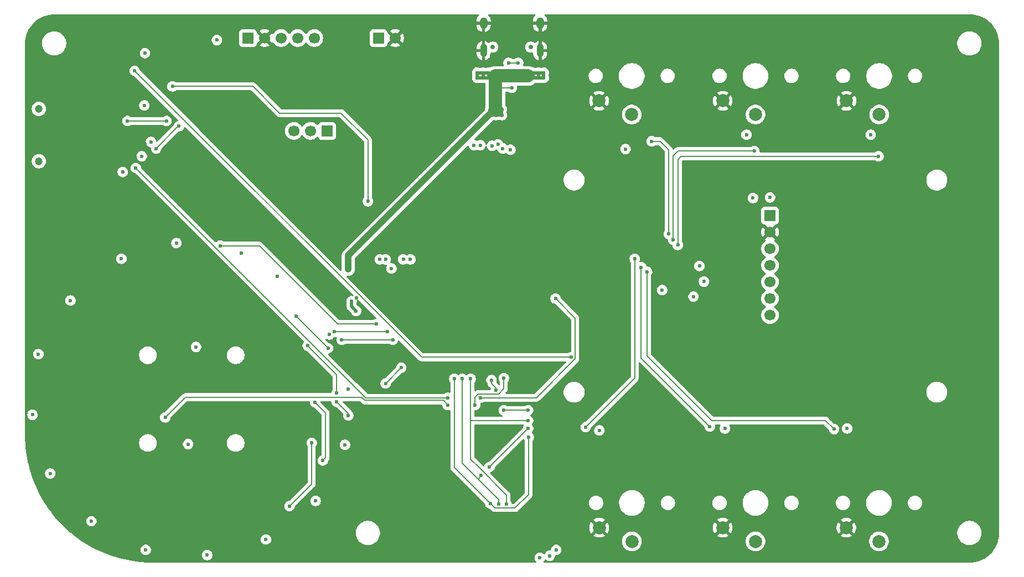
<source format=gbr>
%TF.GenerationSoftware,KiCad,Pcbnew,9.0.7*%
%TF.CreationDate,2026-02-11T23:35:25+11:00*%
%TF.ProjectId,detentOne,64657465-6e74-44f6-9e65-2e6b69636164,rev?*%
%TF.SameCoordinates,Original*%
%TF.FileFunction,Copper,L4,Bot*%
%TF.FilePolarity,Positive*%
%FSLAX46Y46*%
G04 Gerber Fmt 4.6, Leading zero omitted, Abs format (unit mm)*
G04 Created by KiCad (PCBNEW 9.0.7) date 2026-02-11 23:35:25*
%MOMM*%
%LPD*%
G01*
G04 APERTURE LIST*
%TA.AperFunction,ComponentPad*%
%ADD10C,1.700000*%
%TD*%
%TA.AperFunction,ComponentPad*%
%ADD11R,1.700000X1.700000*%
%TD*%
%TA.AperFunction,ComponentPad*%
%ADD12C,1.200000*%
%TD*%
%TA.AperFunction,ComponentPad*%
%ADD13C,2.000000*%
%TD*%
%TA.AperFunction,ComponentPad*%
%ADD14C,0.700000*%
%TD*%
%TA.AperFunction,ComponentPad*%
%ADD15O,1.100000X2.000000*%
%TD*%
%TA.AperFunction,ComponentPad*%
%ADD16O,1.200000X1.800000*%
%TD*%
%TA.AperFunction,ViaPad*%
%ADD17C,0.600000*%
%TD*%
%TA.AperFunction,Conductor*%
%ADD18C,2.000000*%
%TD*%
%TA.AperFunction,Conductor*%
%ADD19C,0.200000*%
%TD*%
%TA.AperFunction,Conductor*%
%ADD20C,0.500000*%
%TD*%
%TA.AperFunction,Conductor*%
%ADD21C,1.000000*%
%TD*%
G04 APERTURE END LIST*
D10*
%TO.P,J1,7,Pin_7*%
%TO.N,OLED_RST*%
X198500000Y-98120000D03*
%TO.P,J1,6,Pin_6*%
%TO.N,OLED_DC*%
X198500000Y-95580000D03*
%TO.P,J1,5,Pin_5*%
%TO.N,OLED_CS*%
X198500000Y-93040000D03*
%TO.P,J1,4,Pin_4*%
%TO.N,SCK*%
X198500000Y-90500000D03*
%TO.P,J1,3,Pin_3*%
%TO.N,MOSI*%
X198500000Y-87960000D03*
%TO.P,J1,2,Pin_2*%
%TO.N,GND*%
X198500000Y-85420000D03*
D11*
%TO.P,J1,1,Pin_1*%
%TO.N,3V3*%
X198500000Y-82880000D03*
%TD*%
D10*
%TO.P,J6,2,Pin_2*%
%TO.N,GND*%
X141165000Y-55700000D03*
D11*
%TO.P,J6,1,Pin_1*%
%TO.N,3V3*%
X138625000Y-55700000D03*
%TD*%
D10*
%TO.P,J2,3,Pin_3*%
%TO.N,W*%
X125660000Y-69915000D03*
%TO.P,J2,2,Pin_2*%
%TO.N,V*%
X128200000Y-69915000D03*
D11*
%TO.P,J2,1,Pin_1*%
%TO.N,U*%
X130740000Y-69915000D03*
%TD*%
D10*
%TO.P,J5,5,Pin_5*%
%TO.N,MOSI*%
X128800000Y-55700000D03*
%TO.P,J5,4,Pin_4*%
%TO.N,SCK*%
X126260000Y-55700000D03*
%TO.P,J5,3,Pin_3*%
%TO.N,MISO*%
X123720000Y-55700000D03*
%TO.P,J5,2,Pin_2*%
%TO.N,GND*%
X121180000Y-55700000D03*
D11*
%TO.P,J5,1,Pin_1*%
%TO.N,3V3*%
X118640000Y-55700000D03*
%TD*%
D12*
%TO.P,Card1,*%
%TO.N,*%
X86662500Y-66550000D03*
X86662500Y-74550000D03*
%TD*%
D13*
%TO.P,SW1,1,1*%
%TO.N,KEY1*%
X177350000Y-67400000D03*
%TO.P,SW1,2,2*%
%TO.N,GND*%
X172350000Y-65300000D03*
%TD*%
%TO.P,SW2,1,1*%
%TO.N,KEY2*%
X177375000Y-132800000D03*
%TO.P,SW2,2,2*%
%TO.N,GND*%
X172375000Y-130700000D03*
%TD*%
%TO.P,SW3,1,1*%
%TO.N,KEY3*%
X196275000Y-67400000D03*
%TO.P,SW3,2,2*%
%TO.N,GND*%
X191275000Y-65300000D03*
%TD*%
%TO.P,SW4,1,1*%
%TO.N,KEY4*%
X215175000Y-132800000D03*
%TO.P,SW4,2,2*%
%TO.N,GND*%
X210175000Y-130700000D03*
%TD*%
%TO.P,SW5,1,1*%
%TO.N,KEY5*%
X215200000Y-67400000D03*
%TO.P,SW5,2,2*%
%TO.N,GND*%
X210200000Y-65300000D03*
%TD*%
%TO.P,SW6,1,1*%
%TO.N,KEY6*%
X196275000Y-132800000D03*
%TO.P,SW6,2,2*%
%TO.N,GND*%
X191275000Y-130700000D03*
%TD*%
D14*
%TO.P,USB1,*%
%TO.N,*%
X161890000Y-57080000D03*
X156110000Y-57080000D03*
D15*
%TO.P,USB1,13,SHELL*%
%TO.N,GND*%
X163320000Y-57610000D03*
D16*
X163320000Y-53400000D03*
D15*
%TO.P,USB1,14,SHELL*%
X154680000Y-57610000D03*
D16*
X154680000Y-53400000D03*
%TD*%
D17*
%TO.N,GND*%
X129900000Y-91700000D03*
X130800000Y-91700000D03*
X130800000Y-92600000D03*
X135275735Y-95524265D03*
X159200000Y-55300000D03*
X157500000Y-55300000D03*
X159200000Y-53000000D03*
X157500000Y-53000000D03*
X160900000Y-53000000D03*
X160900000Y-55300000D03*
%TO.N,USB_D-_UP*%
X160000000Y-59500000D03*
X158500000Y-59500000D03*
%TO.N,OLED_CS*%
X152700000Y-107900000D03*
X161500000Y-114300000D03*
X158200000Y-127100000D03*
%TO.N,OLED_DC*%
X154300000Y-122700000D03*
X151400000Y-107900000D03*
X161500000Y-115500000D03*
X155600000Y-121400000D03*
X157000000Y-127100000D03*
%TO.N,OLED_RST*%
X150200000Y-107900000D03*
X155700000Y-127000000D03*
X161600000Y-116800000D03*
%TO.N,A_OUT*%
X140000000Y-100700000D03*
X131900000Y-100700000D03*
%TO.N,B_OUT*%
X140800000Y-101900000D03*
X133000000Y-101900000D03*
%TO.N,ENCODER_CS*%
X149200000Y-111900000D03*
X106000000Y-113800000D03*
X153400000Y-111900000D03*
X157800000Y-107800000D03*
%TO.N,KEY4*%
X179700000Y-91500000D03*
X208300000Y-115600000D03*
%TO.N,KEY5*%
X184400000Y-87400000D03*
X215100000Y-73800000D03*
%TO.N,KEY6*%
X189300000Y-115200000D03*
X178800000Y-90800000D03*
%TO.N,KEY3*%
X196100000Y-73000000D03*
X183700000Y-86600000D03*
%TO.N,KEY2*%
X177800000Y-89500000D03*
X170300000Y-115300000D03*
%TO.N,KEY1*%
X183000000Y-85700000D03*
X180400000Y-71500000D03*
%TO.N,BOOT*%
X101300000Y-60700000D03*
X168100000Y-104600000D03*
%TO.N,Net-(LED7-DOUT)*%
X128400000Y-117700000D03*
X125000000Y-127400000D03*
%TO.N,Net-(LED6-DOUT)*%
X128900000Y-111500000D03*
X130100000Y-120400000D03*
%TO.N,Net-(LED5-DOUT)*%
X134000000Y-113500000D03*
X132200000Y-110100000D03*
X127788791Y-102811209D03*
X132200000Y-111400000D03*
%TO.N,Net-(LED4-DOUT)*%
X130900000Y-103200000D03*
X126000000Y-98300000D03*
%TO.N,NEOPIXEL_DIN*%
X138300000Y-99500000D03*
X114400000Y-87500000D03*
%TO.N,SCK*%
X157800000Y-112700000D03*
X156600000Y-109600000D03*
X161500000Y-112700000D03*
X106200000Y-68400000D03*
X100200000Y-68400000D03*
%TO.N,MOSI*%
X104600000Y-72600000D03*
X108100000Y-69200000D03*
%TO.N,MISO*%
X139700000Y-108600000D03*
X142100000Y-106200000D03*
%TO.N,SD_CS*%
X154200000Y-110800000D03*
X165700000Y-95600000D03*
X149200000Y-110800000D03*
X101500000Y-75600000D03*
%TO.N,EN*%
X107100000Y-63100000D03*
X137000000Y-80700000D03*
%TO.N,3V3*%
X140600000Y-91000000D03*
X117600000Y-88600000D03*
X129000000Y-126600000D03*
X107700000Y-87100000D03*
X154200000Y-72100000D03*
X213900000Y-70500000D03*
X164800000Y-135000000D03*
X158800000Y-72800000D03*
X134000000Y-109500000D03*
X102900000Y-58000000D03*
X153200000Y-72100000D03*
X133500000Y-118000000D03*
X195900000Y-80200000D03*
X102400000Y-73800000D03*
X194900000Y-70500000D03*
X187700000Y-90600000D03*
X172400000Y-115800000D03*
X110700000Y-103000000D03*
X142400000Y-89600000D03*
X99500000Y-76200000D03*
X176400000Y-72700000D03*
X91500000Y-95900000D03*
X103800000Y-71600000D03*
X131100000Y-101100000D03*
X123100000Y-92200000D03*
X188400000Y-93000000D03*
X210300000Y-115500000D03*
X163300000Y-135300000D03*
X94700000Y-129700000D03*
X182000000Y-94300000D03*
X121400000Y-132500000D03*
X86600000Y-104100000D03*
X102800000Y-66000000D03*
X191600000Y-115500000D03*
X156900000Y-72000000D03*
X112400000Y-134900000D03*
X113900000Y-56000000D03*
X143500000Y-89600000D03*
X139700000Y-89600000D03*
X156000000Y-72200000D03*
X103000000Y-134100000D03*
X157600000Y-72600000D03*
X138800000Y-89600000D03*
X109500000Y-117900000D03*
X165800000Y-134100000D03*
X186800000Y-95300000D03*
X88400000Y-122400000D03*
X198500000Y-80100000D03*
X85700000Y-113400000D03*
X99300000Y-89500000D03*
%TO.N,GND*%
X224500000Y-104400000D03*
X189200000Y-85600000D03*
X206500000Y-111400000D03*
X154900000Y-90500000D03*
X179800000Y-78600000D03*
X127000000Y-114600000D03*
X158800000Y-101500000D03*
X135600000Y-106100000D03*
X210000000Y-107000000D03*
X148200000Y-130000000D03*
X213300000Y-106500000D03*
X228000000Y-92800000D03*
X99200000Y-99800000D03*
X218500000Y-95100000D03*
X93000000Y-99600000D03*
X97100000Y-111600000D03*
X222800000Y-102100000D03*
X165800000Y-55700000D03*
X218500000Y-92800000D03*
X226300000Y-102100000D03*
X164200000Y-121000000D03*
X222800000Y-85700000D03*
X224500000Y-83400000D03*
X109400000Y-60300000D03*
X204800000Y-111400000D03*
X99400000Y-109900000D03*
X212500000Y-75600000D03*
X222800000Y-90100000D03*
X173200000Y-95700000D03*
X136100000Y-116800000D03*
X168100000Y-86200000D03*
X92900000Y-68100000D03*
X133300000Y-104400000D03*
X215000000Y-90100000D03*
X170400000Y-89800000D03*
X162000000Y-77500000D03*
X216800000Y-102100000D03*
X97100000Y-109900000D03*
X124300000Y-106800000D03*
X198800000Y-107000000D03*
X224500000Y-99500000D03*
X159700000Y-77500000D03*
X195300000Y-109100000D03*
X154800000Y-116800000D03*
X189200000Y-83300000D03*
X218400000Y-108800000D03*
X229300000Y-65100000D03*
X216700000Y-90100000D03*
X224500000Y-85700000D03*
X166500000Y-122700000D03*
X222800000Y-104400000D03*
X160500000Y-74000000D03*
X120500000Y-74300000D03*
X149400000Y-79100000D03*
X166500000Y-117600000D03*
X144400000Y-121300000D03*
X111800000Y-99800000D03*
X174700000Y-76300000D03*
X170400000Y-95400000D03*
X165800000Y-54000000D03*
X204800000Y-104700000D03*
X215000000Y-95100000D03*
X139900000Y-74100000D03*
X192600000Y-85600000D03*
X165800000Y-59100000D03*
X175500000Y-94000000D03*
X218400000Y-106500000D03*
X190900000Y-83300000D03*
X226200000Y-87800000D03*
X213300000Y-85700000D03*
X218400000Y-90100000D03*
X103400000Y-99800000D03*
X112600000Y-84900000D03*
X197000000Y-111400000D03*
X227500000Y-62800000D03*
X181400000Y-101300000D03*
X149400000Y-99700000D03*
X187500000Y-83300000D03*
X136000000Y-125600000D03*
X226200000Y-97200000D03*
X120300000Y-81600000D03*
X153000000Y-73600000D03*
X147800000Y-83800000D03*
X149400000Y-80800000D03*
X173200000Y-90100000D03*
X230100000Y-122900000D03*
X226300000Y-104400000D03*
X137200000Y-93910000D03*
X175500000Y-84200000D03*
X174700000Y-78600000D03*
X155300000Y-73600000D03*
X120500000Y-72600000D03*
X228000000Y-102100000D03*
X228000000Y-85700000D03*
X209100000Y-75600000D03*
X159100000Y-95400000D03*
X215000000Y-108800000D03*
X226300000Y-85700000D03*
X222800000Y-92800000D03*
X92500000Y-60800000D03*
X170400000Y-87900000D03*
X92700000Y-53000000D03*
X148600000Y-125600000D03*
X175500000Y-87600000D03*
X173200000Y-87600000D03*
X152600000Y-88800000D03*
X100100000Y-81400000D03*
X95900000Y-81400000D03*
X95000000Y-54700000D03*
X175500000Y-90100000D03*
X164200000Y-122700000D03*
X140300000Y-116800000D03*
X227900000Y-97200000D03*
X136800000Y-94300000D03*
X120200000Y-122000000D03*
X195300000Y-107000000D03*
X91600000Y-84900000D03*
X227500000Y-69500000D03*
X136000000Y-121300000D03*
X189200000Y-78900000D03*
X149400000Y-101400000D03*
X141800000Y-68600000D03*
X224500000Y-92800000D03*
X216800000Y-85700000D03*
X200500000Y-104700000D03*
X170400000Y-93700000D03*
X197000000Y-104700000D03*
X200500000Y-107000000D03*
X104300000Y-81400000D03*
X157100000Y-116800000D03*
X206500000Y-109100000D03*
X164200000Y-126300000D03*
X153300000Y-100400000D03*
X226300000Y-92800000D03*
X120300000Y-83300000D03*
X216800000Y-95100000D03*
X209900000Y-109100000D03*
X226200000Y-90100000D03*
X153000000Y-75300000D03*
X154900000Y-88800000D03*
X228000000Y-83400000D03*
X168100000Y-59100000D03*
X229200000Y-67200000D03*
X166500000Y-124600000D03*
X131700000Y-92600000D03*
X92900000Y-74600000D03*
X166500000Y-126300000D03*
X216700000Y-99500000D03*
X198700000Y-109100000D03*
X209100000Y-77900000D03*
X207400000Y-77900000D03*
X204800000Y-109100000D03*
X95800000Y-84900000D03*
X161200000Y-98100000D03*
X162200000Y-67900000D03*
X218500000Y-102100000D03*
X103400000Y-122000000D03*
X175500000Y-85900000D03*
X208300000Y-107000000D03*
X218500000Y-83400000D03*
X176300000Y-101300000D03*
X118200000Y-72600000D03*
X228000000Y-95100000D03*
X215000000Y-92800000D03*
X213300000Y-92800000D03*
X151700000Y-101400000D03*
X164200000Y-119300000D03*
X168100000Y-55700000D03*
X231000000Y-65100000D03*
X198700000Y-111400000D03*
X230100000Y-124600000D03*
X161400000Y-93700000D03*
X137600000Y-93500000D03*
X126800000Y-106900000D03*
X170400000Y-91500000D03*
X168100000Y-93700000D03*
X122300000Y-122000000D03*
X150900000Y-135300000D03*
X176400000Y-78600000D03*
X168100000Y-91500000D03*
X218400000Y-99500000D03*
X158900000Y-91700000D03*
X175500000Y-95700000D03*
X112000000Y-75000000D03*
X225800000Y-65100000D03*
X212500000Y-77900000D03*
X147100000Y-79100000D03*
X178100000Y-78600000D03*
X158900000Y-90000000D03*
X142500000Y-135300000D03*
X216800000Y-92800000D03*
X160500000Y-75700000D03*
X224500000Y-90100000D03*
X90600000Y-66400000D03*
X112700000Y-81400000D03*
X222800000Y-95100000D03*
X135500000Y-92200000D03*
X218400000Y-87800000D03*
X224500000Y-87800000D03*
X173200000Y-91800000D03*
X230100000Y-119500000D03*
X122000000Y-106800000D03*
X138300000Y-135300000D03*
X224500000Y-97200000D03*
X107600000Y-99800000D03*
X158900000Y-82600000D03*
X168100000Y-87900000D03*
X173200000Y-84200000D03*
X206500000Y-104700000D03*
X139500000Y-70300000D03*
X190900000Y-76600000D03*
X168100000Y-89800000D03*
X162200000Y-69000000D03*
X216700000Y-97200000D03*
X206500000Y-107000000D03*
X111800000Y-122000000D03*
X118200000Y-74300000D03*
X108700000Y-106400000D03*
X116000000Y-99800000D03*
X139700000Y-93710000D03*
X178100000Y-76300000D03*
X140200000Y-125600000D03*
X99400000Y-111600000D03*
X208200000Y-109100000D03*
X226200000Y-99500000D03*
X168100000Y-57400000D03*
X157000000Y-121300000D03*
X213300000Y-95100000D03*
X208200000Y-111400000D03*
X225800000Y-69500000D03*
X215000000Y-97200000D03*
X178100000Y-82500000D03*
X215000000Y-87800000D03*
X139500000Y-68600000D03*
X100500000Y-71700000D03*
X229300000Y-62800000D03*
X107600000Y-122000000D03*
X231000000Y-62800000D03*
X170400000Y-84200000D03*
X179800000Y-76300000D03*
X208300000Y-104700000D03*
X187500000Y-76600000D03*
X230100000Y-121200000D03*
X213300000Y-108800000D03*
X228000000Y-104400000D03*
X180400000Y-90200000D03*
X99500000Y-71100000D03*
X145900000Y-130000000D03*
X125700000Y-135300000D03*
X227800000Y-119500000D03*
X90600000Y-76300000D03*
X142200000Y-103000000D03*
X161200000Y-99800000D03*
X148700000Y-116800000D03*
X92900000Y-66400000D03*
X142200000Y-74100000D03*
X218500000Y-104400000D03*
X175500000Y-82500000D03*
X200400000Y-111400000D03*
X189200000Y-76600000D03*
X158900000Y-80900000D03*
X225800000Y-62800000D03*
X159100000Y-93700000D03*
X195300000Y-111400000D03*
X226300000Y-83400000D03*
X142200000Y-104700000D03*
X162200000Y-71000000D03*
X224500000Y-95100000D03*
X161400000Y-95400000D03*
X102900000Y-71900000D03*
X142200000Y-75800000D03*
X161100000Y-101500000D03*
X92500000Y-62500000D03*
X118000000Y-81600000D03*
X90200000Y-60800000D03*
X100000000Y-84900000D03*
X215000000Y-106500000D03*
X192600000Y-83300000D03*
X90200000Y-62500000D03*
X139900000Y-103000000D03*
X230900000Y-67200000D03*
X152800000Y-125600000D03*
X213300000Y-83400000D03*
X139900000Y-75800000D03*
X161200000Y-90000000D03*
X151700000Y-99700000D03*
X168100000Y-84200000D03*
X161200000Y-91700000D03*
X122000000Y-108500000D03*
X224500000Y-102100000D03*
X153300000Y-98700000D03*
X227500000Y-65100000D03*
X170400000Y-82500000D03*
X141800000Y-91900000D03*
X161200000Y-82600000D03*
X195300000Y-104700000D03*
X170400000Y-86200000D03*
X197000000Y-109100000D03*
X166500000Y-121000000D03*
X148600000Y-121300000D03*
X161200000Y-80900000D03*
X109400000Y-81400000D03*
X215000000Y-104400000D03*
X215000000Y-102100000D03*
X133300000Y-106100000D03*
X145900000Y-131700000D03*
X213300000Y-102100000D03*
X218400000Y-97200000D03*
X192600000Y-78900000D03*
X156200000Y-69400000D03*
X187500000Y-78900000D03*
X140200000Y-121300000D03*
X92900000Y-76300000D03*
X102000000Y-71900000D03*
X213300000Y-87800000D03*
X90600000Y-68100000D03*
X216700000Y-108800000D03*
X112000000Y-76700000D03*
X225800000Y-67200000D03*
X158800000Y-103200000D03*
X92900000Y-70600000D03*
X222800000Y-99500000D03*
X209900000Y-111400000D03*
X159700000Y-79200000D03*
X139900000Y-104700000D03*
X215000000Y-83400000D03*
X215000000Y-85700000D03*
X175500000Y-91800000D03*
X187500000Y-85600000D03*
X120200000Y-99800000D03*
X227800000Y-124600000D03*
X154800000Y-118500000D03*
X173200000Y-94000000D03*
X204800000Y-107000000D03*
X173200000Y-85900000D03*
X135600000Y-104400000D03*
X152600000Y-90500000D03*
X144400000Y-125600000D03*
X227900000Y-87800000D03*
X229200000Y-69500000D03*
X213300000Y-99500000D03*
X155600000Y-100400000D03*
X136800000Y-93510000D03*
X155600000Y-98700000D03*
X90600000Y-74600000D03*
X200400000Y-109100000D03*
X227800000Y-122900000D03*
X145500000Y-82100000D03*
X230900000Y-69500000D03*
X207400000Y-75600000D03*
X87400000Y-84900000D03*
X90600000Y-72300000D03*
X226300000Y-95100000D03*
X157100000Y-118500000D03*
X213300000Y-97200000D03*
X147800000Y-82100000D03*
X176400000Y-76300000D03*
X116000000Y-122000000D03*
X146700000Y-135300000D03*
X173200000Y-82500000D03*
X227900000Y-99500000D03*
X87500000Y-81400000D03*
X164200000Y-117600000D03*
X164200000Y-124600000D03*
X210800000Y-75600000D03*
X161100000Y-103200000D03*
X190900000Y-85600000D03*
X155300000Y-75300000D03*
X158900000Y-98100000D03*
X192600000Y-76600000D03*
X197000000Y-107000000D03*
X210800000Y-77900000D03*
X91700000Y-81400000D03*
X227800000Y-121200000D03*
X158900000Y-99800000D03*
X222800000Y-97200000D03*
X166500000Y-119300000D03*
X114300000Y-76700000D03*
X210000000Y-104700000D03*
X129900000Y-135300000D03*
X145500000Y-83800000D03*
X213300000Y-104400000D03*
X162200000Y-70000000D03*
X168100000Y-54000000D03*
X162000000Y-79200000D03*
X178100000Y-84200000D03*
X213300000Y-90100000D03*
X168100000Y-95400000D03*
X108400000Y-84900000D03*
X168100000Y-82500000D03*
X144500000Y-116800000D03*
X216800000Y-83400000D03*
X218500000Y-85700000D03*
X124300000Y-108500000D03*
X104200000Y-84900000D03*
X215000000Y-99500000D03*
X190900000Y-78900000D03*
X134100000Y-135300000D03*
X90600000Y-70600000D03*
X92900000Y-72300000D03*
X216700000Y-87800000D03*
X92700000Y-54700000D03*
X95000000Y-53000000D03*
X216800000Y-104400000D03*
X198800000Y-104700000D03*
X227500000Y-67200000D03*
X222800000Y-87800000D03*
X147100000Y-80800000D03*
X148200000Y-131700000D03*
X141800000Y-70300000D03*
X137600000Y-94300000D03*
X222800000Y-83400000D03*
X227900000Y-90100000D03*
X216700000Y-106500000D03*
X99200000Y-122000000D03*
X163400000Y-63200000D03*
X165800000Y-57400000D03*
%TO.N,5V*%
X154600000Y-61000000D03*
X156600000Y-67500000D03*
X157500000Y-67500000D03*
X163100000Y-61000000D03*
X155500000Y-61800000D03*
X156500000Y-61500000D03*
X162200000Y-61000000D03*
X134000000Y-91100000D03*
X155700000Y-67500000D03*
X154600000Y-61800000D03*
X153700000Y-61000000D03*
X155700000Y-66600000D03*
X163100000Y-61800000D03*
X163900000Y-61800000D03*
X156600000Y-66600000D03*
X153700000Y-61800000D03*
X161500000Y-61500000D03*
X155500000Y-61000000D03*
X163900000Y-61000000D03*
X157500000Y-66600000D03*
X162200000Y-61800000D03*
X134500000Y-96000000D03*
X135200000Y-97500000D03*
X159000000Y-63300000D03*
%TO.N,SCK*%
X155900000Y-108100000D03*
%TD*%
D18*
%TO.N,5V*%
X156500000Y-61500000D02*
X156500000Y-63300000D01*
D19*
%TO.N,USB_D-_UP*%
X160000000Y-59500000D02*
X158500000Y-59500000D01*
%TO.N,OLED_CS*%
X152700000Y-114300000D02*
X152700000Y-107900000D01*
X161500000Y-114300000D02*
X152700000Y-114300000D01*
X158200000Y-127100000D02*
X158200000Y-125700000D01*
X154000000Y-121500000D02*
X152700000Y-120200000D01*
X158200000Y-125700000D02*
X154000000Y-121500000D01*
X152700000Y-120200000D02*
X152700000Y-114300000D01*
%TO.N,OLED_DC*%
X157000000Y-127100000D02*
X157000000Y-126400000D01*
X161500000Y-115500000D02*
X155600000Y-121400000D01*
X153850000Y-123250000D02*
X151400000Y-120800000D01*
X154300000Y-122800000D02*
X153850000Y-123250000D01*
X151400000Y-120800000D02*
X151400000Y-107900000D01*
X154300000Y-122700000D02*
X154300000Y-122800000D01*
X157000000Y-126400000D02*
X153850000Y-123250000D01*
%TO.N,OLED_RST*%
X156401000Y-127701000D02*
X155700000Y-127000000D01*
X155700000Y-127000000D02*
X150200000Y-121500000D01*
X150200000Y-121500000D02*
X150200000Y-107900000D01*
X161600000Y-125600000D02*
X159499000Y-127701000D01*
X159499000Y-127701000D02*
X156401000Y-127701000D01*
X161600000Y-116800000D02*
X161600000Y-125600000D01*
%TO.N,A_OUT*%
X131900000Y-100700000D02*
X140000000Y-100700000D01*
%TO.N,B_OUT*%
X133000000Y-101900000D02*
X140800000Y-101900000D01*
%TO.N,ENCODER_CS*%
X148501000Y-111201000D02*
X149200000Y-111900000D01*
X136533900Y-111201000D02*
X148501000Y-111201000D01*
X136032900Y-110700000D02*
X136533900Y-111201000D01*
X106000000Y-113800000D02*
X109100000Y-110700000D01*
X109100000Y-110700000D02*
X136032900Y-110700000D01*
%TO.N,KEY4*%
X208300000Y-115600000D02*
X207000000Y-114300000D01*
X179700000Y-104400000D02*
X179700000Y-91500000D01*
X189600000Y-114300000D02*
X179700000Y-104400000D01*
X207000000Y-114300000D02*
X189600000Y-114300000D01*
%TO.N,KEY5*%
X184400000Y-74300000D02*
X184400000Y-87400000D01*
X184900000Y-73800000D02*
X184400000Y-74300000D01*
X215100000Y-73800000D02*
X184900000Y-73800000D01*
%TO.N,KEY6*%
X189300000Y-115200000D02*
X178800000Y-104700000D01*
X178800000Y-104700000D02*
X178800000Y-90800000D01*
%TO.N,KEY3*%
X184500000Y-73000000D02*
X184400000Y-73000000D01*
X184400000Y-73000000D02*
X183700000Y-73700000D01*
X183700000Y-73700000D02*
X183700000Y-86600000D01*
X196100000Y-73000000D02*
X184500000Y-73000000D01*
%TO.N,KEY2*%
X170300000Y-115300000D02*
X177800000Y-107800000D01*
X177800000Y-107800000D02*
X177800000Y-89500000D01*
%TO.N,KEY1*%
X183000000Y-72900000D02*
X183000000Y-85700000D01*
X180400000Y-71500000D02*
X181700000Y-71500000D01*
X183000000Y-72800000D02*
X183000000Y-72900000D01*
X181700000Y-71500000D02*
X183000000Y-72800000D01*
%TO.N,BOOT*%
X101300000Y-60700000D02*
X145200000Y-104600000D01*
X145200000Y-104600000D02*
X168100000Y-104600000D01*
%TO.N,Net-(LED7-DOUT)*%
X128400000Y-117700000D02*
X128400000Y-124000000D01*
X128400000Y-124000000D02*
X125000000Y-127400000D01*
%TO.N,Net-(LED6-DOUT)*%
X128900000Y-111500000D02*
X130500000Y-113100000D01*
X130500000Y-113100000D02*
X130500000Y-120000000D01*
X130500000Y-120000000D02*
X130100000Y-120400000D01*
%TO.N,Net-(LED5-DOUT)*%
X134000000Y-113200000D02*
X134000000Y-113500000D01*
X127788791Y-102888791D02*
X132200000Y-107300000D01*
X132200000Y-111400000D02*
X134000000Y-113200000D01*
X127788791Y-102811209D02*
X127788791Y-102888791D01*
X132200000Y-107300000D02*
X132200000Y-110100000D01*
%TO.N,Net-(LED4-DOUT)*%
X126000000Y-98300000D02*
X130900000Y-103200000D01*
%TO.N,NEOPIXEL_DIN*%
X120400000Y-87500000D02*
X132400000Y-99500000D01*
X132400000Y-99500000D02*
X138300000Y-99500000D01*
X114400000Y-87500000D02*
X120400000Y-87500000D01*
%TO.N,SCK*%
X100200000Y-68400000D02*
X106200000Y-68400000D01*
X161500000Y-112700000D02*
X157800000Y-112700000D01*
%TO.N,MOSI*%
X108000000Y-69200000D02*
X108100000Y-69200000D01*
X104600000Y-72600000D02*
X108000000Y-69200000D01*
%TO.N,MISO*%
X139700000Y-108600000D02*
X142100000Y-106200000D01*
%TO.N,SD_CS*%
X136700000Y-110800000D02*
X149200000Y-110800000D01*
X101500000Y-75600000D02*
X136700000Y-110800000D01*
X162749943Y-110800000D02*
X168701000Y-104848943D01*
X168701000Y-104848943D02*
X168701000Y-98601000D01*
X154200000Y-110800000D02*
X162749943Y-110800000D01*
X168701000Y-98601000D02*
X165700000Y-95600000D01*
%TO.N,EN*%
X119400000Y-63100000D02*
X123500000Y-67200000D01*
X123500000Y-67200000D02*
X132900000Y-67200000D01*
X137000000Y-71300000D02*
X137000000Y-80700000D01*
X132900000Y-67200000D02*
X137000000Y-71300000D01*
X107100000Y-63100000D02*
X119400000Y-63100000D01*
D20*
%TO.N,5V*%
X155500000Y-61000000D02*
X155500000Y-61800000D01*
D19*
X156000000Y-61000000D02*
X156500000Y-61500000D01*
X156200000Y-61800000D02*
X156500000Y-61500000D01*
D20*
X162200000Y-61000000D02*
X163100000Y-61000000D01*
X153700000Y-61800000D02*
X153700000Y-61000000D01*
X154600000Y-61000000D02*
X154600000Y-61800000D01*
X153700000Y-61000000D02*
X154600000Y-61000000D01*
D19*
X156500000Y-66500000D02*
X156600000Y-66600000D01*
D20*
X163100000Y-61000000D02*
X163900000Y-61000000D01*
X162200000Y-61800000D02*
X163100000Y-61800000D01*
D18*
X156500000Y-61500000D02*
X161500000Y-61500000D01*
D21*
X134000000Y-89000000D02*
X134000000Y-91100000D01*
D20*
X134500000Y-96000000D02*
X134500000Y-96800000D01*
D19*
X161500000Y-61500000D02*
X161700000Y-61500000D01*
D20*
X154600000Y-61000000D02*
X155500000Y-61000000D01*
X163900000Y-61000000D02*
X163900000Y-61800000D01*
D21*
X156500000Y-66500000D02*
X134000000Y-89000000D01*
D20*
X154600000Y-61800000D02*
X153700000Y-61800000D01*
D19*
X155500000Y-61000000D02*
X156000000Y-61000000D01*
D20*
X155500000Y-61800000D02*
X154600000Y-61800000D01*
D19*
X161700000Y-61500000D02*
X162200000Y-61000000D01*
D20*
X163100000Y-61000000D02*
X163100000Y-61800000D01*
D19*
X155500000Y-61800000D02*
X156200000Y-61800000D01*
D20*
X134500000Y-96800000D02*
X135200000Y-97500000D01*
X163900000Y-61800000D02*
X163100000Y-61800000D01*
D18*
X156500000Y-63300000D02*
X156500000Y-66500000D01*
D19*
X159000000Y-63300000D02*
X156500000Y-63300000D01*
%TO.N,ENCODER_CS*%
X153400000Y-111900000D02*
X153400000Y-110700000D01*
X153400000Y-110700000D02*
X153900000Y-110200000D01*
X153900000Y-110200000D02*
X157000000Y-110200000D01*
X157000000Y-110200000D02*
X157800000Y-109400000D01*
X157800000Y-109400000D02*
X157800000Y-107800000D01*
%TO.N,SCK*%
X156600000Y-109600000D02*
X156500000Y-109600000D01*
X156600000Y-109300000D02*
X156600000Y-109600000D01*
X155900000Y-108100000D02*
X155900000Y-108600000D01*
X155900000Y-108600000D02*
X156600000Y-109300000D01*
%TD*%
%TA.AperFunction,Conductor*%
%TO.N,5V*%
G36*
X157637797Y-66319685D02*
G01*
X157670024Y-66349688D01*
X157679377Y-66362182D01*
X157679386Y-66362191D01*
X157720498Y-66403303D01*
X157735920Y-66422094D01*
X157754641Y-66450112D01*
X157766100Y-66471550D01*
X157778988Y-66502664D01*
X157786043Y-66525922D01*
X157792616Y-66558962D01*
X157792617Y-66558964D01*
X157795000Y-66583158D01*
X157795000Y-66616840D01*
X157792616Y-66641036D01*
X157786044Y-66674069D01*
X157778990Y-66697324D01*
X157755634Y-66753713D01*
X157755612Y-66753767D01*
X157745182Y-66778953D01*
X157745175Y-66778970D01*
X157731766Y-66811335D01*
X157731794Y-66811594D01*
X157727200Y-66829381D01*
X157725530Y-66834305D01*
X157718222Y-66851096D01*
X157712502Y-66871946D01*
X157712744Y-66872012D01*
X157710196Y-66879530D01*
X157710048Y-66879739D01*
X157709337Y-66881978D01*
X157694900Y-66921795D01*
X157694898Y-66921804D01*
X157690781Y-66987798D01*
X157690056Y-66995525D01*
X157681805Y-67061229D01*
X157688580Y-67103045D01*
X157690273Y-67113494D01*
X157689826Y-67113531D01*
X157691566Y-67135080D01*
X157699262Y-67168968D01*
X157699885Y-67172807D01*
X157704818Y-67203249D01*
X157704822Y-67203268D01*
X157711460Y-67224467D01*
X157714044Y-67234048D01*
X157723429Y-67275361D01*
X157723430Y-67275365D01*
X157728399Y-67288325D01*
X157742137Y-67314869D01*
X157746573Y-67324411D01*
X157778990Y-67402671D01*
X157786046Y-67425930D01*
X157792617Y-67458964D01*
X157795000Y-67483154D01*
X157795000Y-67516839D01*
X157792616Y-67541035D01*
X157786043Y-67574073D01*
X157778988Y-67597329D01*
X157766098Y-67628449D01*
X157754639Y-67649888D01*
X157735920Y-67677903D01*
X157720499Y-67696693D01*
X157696693Y-67720499D01*
X157677903Y-67735920D01*
X157649885Y-67754641D01*
X157628446Y-67766100D01*
X157597328Y-67778989D01*
X157574071Y-67786045D01*
X157557340Y-67789373D01*
X157541031Y-67792617D01*
X157516841Y-67795000D01*
X157483161Y-67795000D01*
X157458968Y-67792617D01*
X157425926Y-67786044D01*
X157402667Y-67778988D01*
X157288626Y-67731751D01*
X157288361Y-67731780D01*
X157260918Y-67723452D01*
X157248904Y-67718222D01*
X157219322Y-67710107D01*
X157181517Y-67699736D01*
X157181519Y-67699736D01*
X157038769Y-67681805D01*
X157038767Y-67681805D01*
X156896753Y-67704817D01*
X156896734Y-67704821D01*
X156879853Y-67710107D01*
X156830869Y-67725443D01*
X156830486Y-67725564D01*
X156830417Y-67725586D01*
X156824843Y-67727332D01*
X156821915Y-67727384D01*
X156818488Y-67728804D01*
X156808098Y-67732574D01*
X156804918Y-67733569D01*
X156793537Y-67739139D01*
X156697331Y-67778989D01*
X156674074Y-67786044D01*
X156674071Y-67786045D01*
X156657340Y-67789373D01*
X156641031Y-67792617D01*
X156616841Y-67795000D01*
X156583161Y-67795000D01*
X156558969Y-67792617D01*
X156529399Y-67786735D01*
X156525926Y-67786044D01*
X156502673Y-67778990D01*
X156479959Y-67769582D01*
X156471681Y-67766240D01*
X156467542Y-67764611D01*
X156459087Y-67761371D01*
X156459085Y-67761370D01*
X156459084Y-67761370D01*
X156459081Y-67761369D01*
X156459073Y-67761367D01*
X156318502Y-67730788D01*
X156318492Y-67730787D01*
X156295261Y-67729125D01*
X156248802Y-67725803D01*
X156248800Y-67725803D01*
X156105294Y-67736066D01*
X156105291Y-67736066D01*
X156105291Y-67736067D01*
X155970483Y-67786346D01*
X155966452Y-67788188D01*
X155965788Y-67786735D01*
X155913831Y-67800000D01*
X155524000Y-67800000D01*
X155456961Y-67780315D01*
X155411206Y-67727511D01*
X155400000Y-67676000D01*
X155400000Y-66677862D01*
X155400172Y-66671325D01*
X155400466Y-66665749D01*
X155405000Y-66634217D01*
X155405000Y-66579872D01*
X155405172Y-66576614D01*
X155405827Y-66574752D01*
X155407382Y-66558964D01*
X155413954Y-66525921D01*
X155421009Y-66502668D01*
X155451317Y-66429500D01*
X155457082Y-66415583D01*
X155460807Y-66403303D01*
X155465449Y-66388003D01*
X155503747Y-66329565D01*
X155567559Y-66301109D01*
X155584109Y-66300000D01*
X157570758Y-66300000D01*
X157637797Y-66319685D01*
G37*
%TD.AperFunction*%
%TD*%
%TA.AperFunction,Conductor*%
%TO.N,GND*%
G36*
X160812110Y-117124140D02*
G01*
X160826572Y-117125175D01*
X160843492Y-117137841D01*
X160862859Y-117146297D01*
X160879321Y-117164663D01*
X160882505Y-117167047D01*
X160885070Y-117171077D01*
X160886416Y-117172579D01*
X160890262Y-117178348D01*
X160890606Y-117179179D01*
X160978211Y-117310289D01*
X160978216Y-117310294D01*
X160978678Y-117310987D01*
X160989173Y-117344635D01*
X160999480Y-117377551D01*
X160999461Y-117377618D01*
X160999483Y-117377688D01*
X160999500Y-117379765D01*
X160999500Y-125299902D01*
X160979815Y-125366941D01*
X160963181Y-125387583D01*
X159286584Y-127064181D01*
X159225261Y-127097666D01*
X159198903Y-127100500D01*
X159118046Y-127100500D01*
X159051007Y-127080815D01*
X159005252Y-127028011D01*
X158996429Y-127000691D01*
X158974353Y-126889711D01*
X158969737Y-126866503D01*
X158936618Y-126786546D01*
X158909397Y-126720827D01*
X158909390Y-126720814D01*
X158821398Y-126589125D01*
X158800520Y-126522447D01*
X158800500Y-126520234D01*
X158800500Y-125789059D01*
X158800501Y-125789046D01*
X158800501Y-125620945D01*
X158800501Y-125620943D01*
X158759577Y-125468215D01*
X158714866Y-125390774D01*
X158680520Y-125331284D01*
X158568716Y-125219480D01*
X158568715Y-125219479D01*
X158564385Y-125215149D01*
X158564374Y-125215139D01*
X155735195Y-122385960D01*
X155701710Y-122324637D01*
X155706694Y-122254945D01*
X155748566Y-122199012D01*
X155798685Y-122176662D01*
X155813056Y-122173802D01*
X155833497Y-122169737D01*
X155979179Y-122109394D01*
X156110289Y-122021789D01*
X156221789Y-121910289D01*
X156309394Y-121779179D01*
X156369737Y-121633497D01*
X156400500Y-121478842D01*
X156400638Y-121478150D01*
X156433023Y-121416239D01*
X156434519Y-121414715D01*
X160695559Y-117153674D01*
X160714104Y-117143548D01*
X160729844Y-117129441D01*
X160744158Y-117127137D01*
X160756880Y-117120191D01*
X160777960Y-117121698D01*
X160798826Y-117118341D01*
X160812110Y-117124140D01*
G37*
%TD.AperFunction*%
%TA.AperFunction,Conductor*%
G36*
X160772871Y-114920185D02*
G01*
X160818626Y-114972989D01*
X160828570Y-115042147D01*
X160808933Y-115093392D01*
X160790610Y-115120812D01*
X160790602Y-115120827D01*
X160730264Y-115266498D01*
X160730261Y-115266508D01*
X160699361Y-115421850D01*
X160666976Y-115483761D01*
X160665425Y-115485339D01*
X155585339Y-120565425D01*
X155524016Y-120598910D01*
X155521850Y-120599361D01*
X155366508Y-120630261D01*
X155366498Y-120630264D01*
X155220827Y-120690602D01*
X155220814Y-120690609D01*
X155089711Y-120778210D01*
X155089707Y-120778213D01*
X154978213Y-120889707D01*
X154978210Y-120889711D01*
X154890609Y-121020814D01*
X154890602Y-121020827D01*
X154830264Y-121166498D01*
X154830262Y-121166504D01*
X154823337Y-121201318D01*
X154818626Y-121210321D01*
X154817902Y-121220457D01*
X154802705Y-121240756D01*
X154790950Y-121263228D01*
X154782118Y-121268256D01*
X154776030Y-121276390D01*
X154752270Y-121285251D01*
X154730233Y-121297800D01*
X154720086Y-121297255D01*
X154710566Y-121300807D01*
X154685788Y-121295416D01*
X154660464Y-121294059D01*
X154650403Y-121287719D01*
X154642293Y-121285955D01*
X154614039Y-121264804D01*
X154487590Y-121138355D01*
X154487588Y-121138352D01*
X153336819Y-119987583D01*
X153303334Y-119926260D01*
X153300500Y-119899902D01*
X153300500Y-115024500D01*
X153320185Y-114957461D01*
X153372989Y-114911706D01*
X153424500Y-114900500D01*
X160705832Y-114900500D01*
X160772871Y-114920185D01*
G37*
%TD.AperFunction*%
%TA.AperFunction,Conductor*%
G36*
X132169833Y-101482579D02*
G01*
X132225010Y-101525442D01*
X132248255Y-101591331D01*
X132238996Y-101645417D01*
X132230264Y-101666499D01*
X132230261Y-101666510D01*
X132199500Y-101821153D01*
X132199500Y-101978846D01*
X132230261Y-102133489D01*
X132230264Y-102133501D01*
X132290602Y-102279172D01*
X132290609Y-102279185D01*
X132378210Y-102410288D01*
X132378213Y-102410292D01*
X132489707Y-102521786D01*
X132489711Y-102521789D01*
X132620814Y-102609390D01*
X132620827Y-102609397D01*
X132766498Y-102669735D01*
X132766503Y-102669737D01*
X132921153Y-102700499D01*
X132921156Y-102700500D01*
X132921158Y-102700500D01*
X133078844Y-102700500D01*
X133078845Y-102700499D01*
X133233497Y-102669737D01*
X133351592Y-102620821D01*
X133379172Y-102609397D01*
X133379172Y-102609396D01*
X133379179Y-102609394D01*
X133426584Y-102577719D01*
X133510875Y-102521398D01*
X133577553Y-102500520D01*
X133579766Y-102500500D01*
X140220234Y-102500500D01*
X140287273Y-102520185D01*
X140289125Y-102521398D01*
X140420814Y-102609390D01*
X140420827Y-102609397D01*
X140566498Y-102669735D01*
X140566503Y-102669737D01*
X140721153Y-102700499D01*
X140721156Y-102700500D01*
X140721158Y-102700500D01*
X140878844Y-102700500D01*
X140878845Y-102700499D01*
X141033497Y-102669737D01*
X141151592Y-102620821D01*
X141179172Y-102609397D01*
X141179172Y-102609396D01*
X141179179Y-102609394D01*
X141310289Y-102521789D01*
X141421789Y-102410289D01*
X141509394Y-102279179D01*
X141569737Y-102133497D01*
X141576662Y-102098685D01*
X141609047Y-102036774D01*
X141669762Y-102002200D01*
X141739532Y-102005939D01*
X141785960Y-102035195D01*
X144715139Y-104964374D01*
X144715149Y-104964385D01*
X144719479Y-104968715D01*
X144719480Y-104968716D01*
X144831284Y-105080520D01*
X144831286Y-105080521D01*
X144831290Y-105080524D01*
X144951171Y-105149736D01*
X144968216Y-105159577D01*
X145080019Y-105189534D01*
X145120942Y-105200500D01*
X145120943Y-105200500D01*
X167200845Y-105200500D01*
X167267884Y-105220185D01*
X167313639Y-105272989D01*
X167323583Y-105342147D01*
X167294558Y-105405703D01*
X167288526Y-105412181D01*
X162537527Y-110163181D01*
X162476204Y-110196666D01*
X162449846Y-110199500D01*
X158149096Y-110199500D01*
X158127850Y-110193261D01*
X158105763Y-110191682D01*
X158094979Y-110183609D01*
X158082057Y-110179815D01*
X158067558Y-110163083D01*
X158049829Y-110149811D01*
X158045121Y-110137188D01*
X158036302Y-110127011D01*
X158033150Y-110105095D01*
X158025412Y-110084347D01*
X158028274Y-110071185D01*
X158026358Y-110057853D01*
X158035556Y-110037711D01*
X158040263Y-110016074D01*
X158053534Y-109998345D01*
X158055383Y-109994297D01*
X158061395Y-109987838D01*
X158158509Y-109890724D01*
X158158514Y-109890721D01*
X158168714Y-109880520D01*
X158168716Y-109880520D01*
X158280520Y-109768716D01*
X158305637Y-109725212D01*
X158332408Y-109678843D01*
X158359575Y-109631788D01*
X158359574Y-109631788D01*
X158359577Y-109631785D01*
X158400501Y-109479057D01*
X158400501Y-109320943D01*
X158400501Y-109313348D01*
X158400500Y-109313330D01*
X158400500Y-108379765D01*
X158420185Y-108312726D01*
X158421398Y-108310874D01*
X158509390Y-108179185D01*
X158509390Y-108179184D01*
X158509394Y-108179179D01*
X158513728Y-108168717D01*
X158528319Y-108133489D01*
X158569737Y-108033497D01*
X158600500Y-107878842D01*
X158600500Y-107721158D01*
X158600500Y-107721155D01*
X158600499Y-107721153D01*
X158574353Y-107589711D01*
X158569737Y-107566503D01*
X158542150Y-107499902D01*
X158509397Y-107420827D01*
X158509390Y-107420814D01*
X158421789Y-107289711D01*
X158421786Y-107289707D01*
X158310292Y-107178213D01*
X158310288Y-107178210D01*
X158179185Y-107090609D01*
X158179172Y-107090602D01*
X158033501Y-107030264D01*
X158033489Y-107030261D01*
X157878845Y-106999500D01*
X157878842Y-106999500D01*
X157721158Y-106999500D01*
X157721155Y-106999500D01*
X157566510Y-107030261D01*
X157566498Y-107030264D01*
X157420827Y-107090602D01*
X157420814Y-107090609D01*
X157289711Y-107178210D01*
X157289707Y-107178213D01*
X157178213Y-107289707D01*
X157178210Y-107289711D01*
X157090609Y-107420814D01*
X157090602Y-107420827D01*
X157030264Y-107566498D01*
X157030261Y-107566510D01*
X156999500Y-107721153D01*
X156999500Y-107878846D01*
X157030261Y-108033489D01*
X157030264Y-108033501D01*
X157090602Y-108179172D01*
X157090609Y-108179185D01*
X157178602Y-108310874D01*
X157199480Y-108377551D01*
X157199500Y-108379765D01*
X157199500Y-108750901D01*
X157193262Y-108772143D01*
X157191684Y-108794230D01*
X157183609Y-108805016D01*
X157179815Y-108817940D01*
X157163085Y-108832436D01*
X157149815Y-108850165D01*
X157137190Y-108854874D01*
X157127011Y-108863695D01*
X157105097Y-108866845D01*
X157084351Y-108874585D01*
X157071186Y-108871721D01*
X157057853Y-108873639D01*
X157037713Y-108864441D01*
X157016078Y-108859736D01*
X156998348Y-108846464D01*
X156994297Y-108844614D01*
X156987822Y-108838586D01*
X156982725Y-108833489D01*
X156968716Y-108819480D01*
X156968713Y-108819478D01*
X156673551Y-108524316D01*
X156640066Y-108462993D01*
X156645050Y-108393301D01*
X156646671Y-108389182D01*
X156656067Y-108366498D01*
X156669737Y-108333497D01*
X156700500Y-108178842D01*
X156700500Y-108021158D01*
X156700500Y-108021155D01*
X156700499Y-108021153D01*
X156692722Y-107982058D01*
X156669737Y-107866503D01*
X156669735Y-107866498D01*
X156609397Y-107720827D01*
X156609390Y-107720814D01*
X156521789Y-107589711D01*
X156521786Y-107589707D01*
X156410292Y-107478213D01*
X156410288Y-107478210D01*
X156279185Y-107390609D01*
X156279172Y-107390602D01*
X156133501Y-107330264D01*
X156133489Y-107330261D01*
X155978845Y-107299500D01*
X155978842Y-107299500D01*
X155821158Y-107299500D01*
X155821155Y-107299500D01*
X155666510Y-107330261D01*
X155666498Y-107330264D01*
X155520827Y-107390602D01*
X155520814Y-107390609D01*
X155389711Y-107478210D01*
X155389707Y-107478213D01*
X155278213Y-107589707D01*
X155278210Y-107589711D01*
X155190609Y-107720814D01*
X155190602Y-107720827D01*
X155130264Y-107866498D01*
X155130261Y-107866510D01*
X155099500Y-108021153D01*
X155099500Y-108178846D01*
X155130261Y-108333489D01*
X155130264Y-108333501D01*
X155190602Y-108479172D01*
X155190609Y-108479185D01*
X155278601Y-108610873D01*
X155294515Y-108644961D01*
X155299499Y-108662004D01*
X155299499Y-108679057D01*
X155340423Y-108831785D01*
X155350651Y-108849500D01*
X155358098Y-108862399D01*
X155358099Y-108862401D01*
X155419477Y-108968712D01*
X155419481Y-108968717D01*
X155538349Y-109087585D01*
X155538355Y-109087590D01*
X155781239Y-109330474D01*
X155785043Y-109337441D01*
X155791482Y-109342084D01*
X155801548Y-109367667D01*
X155814724Y-109391797D01*
X155814809Y-109401371D01*
X155817064Y-109407101D01*
X155815176Y-109442345D01*
X155803770Y-109499690D01*
X155771385Y-109561601D01*
X155710670Y-109596176D01*
X155682152Y-109599500D01*
X153986670Y-109599500D01*
X153986654Y-109599499D01*
X153979058Y-109599499D01*
X153820943Y-109599499D01*
X153744579Y-109619961D01*
X153668214Y-109640423D01*
X153668209Y-109640426D01*
X153531290Y-109719475D01*
X153531282Y-109719481D01*
X153512181Y-109738583D01*
X153450858Y-109772068D01*
X153381166Y-109767084D01*
X153325233Y-109725212D01*
X153300816Y-109659748D01*
X153300500Y-109650902D01*
X153300500Y-108479765D01*
X153320185Y-108412726D01*
X153321398Y-108410874D01*
X153342185Y-108379765D01*
X153409394Y-108279179D01*
X153469737Y-108133497D01*
X153500500Y-107978842D01*
X153500500Y-107821158D01*
X153500500Y-107821155D01*
X153500499Y-107821153D01*
X153486293Y-107749735D01*
X153469737Y-107666503D01*
X153437929Y-107589711D01*
X153409397Y-107520827D01*
X153409390Y-107520814D01*
X153321789Y-107389711D01*
X153321786Y-107389707D01*
X153210292Y-107278213D01*
X153210288Y-107278210D01*
X153079185Y-107190609D01*
X153079172Y-107190602D01*
X152933501Y-107130264D01*
X152933489Y-107130261D01*
X152778845Y-107099500D01*
X152778842Y-107099500D01*
X152621158Y-107099500D01*
X152621155Y-107099500D01*
X152466510Y-107130261D01*
X152466498Y-107130264D01*
X152320827Y-107190602D01*
X152320814Y-107190609D01*
X152189711Y-107278210D01*
X152189707Y-107278213D01*
X152137681Y-107330240D01*
X152076358Y-107363725D01*
X152006666Y-107358741D01*
X151962319Y-107330240D01*
X151910292Y-107278213D01*
X151910288Y-107278210D01*
X151779185Y-107190609D01*
X151779172Y-107190602D01*
X151633501Y-107130264D01*
X151633489Y-107130261D01*
X151478845Y-107099500D01*
X151478842Y-107099500D01*
X151321158Y-107099500D01*
X151321155Y-107099500D01*
X151166510Y-107130261D01*
X151166498Y-107130264D01*
X151020827Y-107190602D01*
X151020814Y-107190609D01*
X150889711Y-107278210D01*
X150889707Y-107278213D01*
X150887681Y-107280240D01*
X150886357Y-107280962D01*
X150885001Y-107282076D01*
X150884789Y-107281818D01*
X150826358Y-107313725D01*
X150756666Y-107308741D01*
X150715060Y-107282001D01*
X150714999Y-107282076D01*
X150714360Y-107281552D01*
X150712319Y-107280240D01*
X150710292Y-107278213D01*
X150710288Y-107278210D01*
X150579185Y-107190609D01*
X150579172Y-107190602D01*
X150433501Y-107130264D01*
X150433489Y-107130261D01*
X150278845Y-107099500D01*
X150278842Y-107099500D01*
X150121158Y-107099500D01*
X150121155Y-107099500D01*
X149966510Y-107130261D01*
X149966498Y-107130264D01*
X149820827Y-107190602D01*
X149820814Y-107190609D01*
X149689711Y-107278210D01*
X149689707Y-107278213D01*
X149578213Y-107389707D01*
X149578210Y-107389711D01*
X149490609Y-107520814D01*
X149490602Y-107520827D01*
X149430264Y-107666498D01*
X149430261Y-107666510D01*
X149399500Y-107821153D01*
X149399500Y-107978846D01*
X149430261Y-108133489D01*
X149430264Y-108133501D01*
X149490602Y-108279172D01*
X149490609Y-108279185D01*
X149578602Y-108410874D01*
X149599480Y-108477551D01*
X149599500Y-108479765D01*
X149599500Y-109913444D01*
X149579815Y-109980483D01*
X149527011Y-110026238D01*
X149457853Y-110036182D01*
X149439575Y-110031202D01*
X149439324Y-110032031D01*
X149433500Y-110030264D01*
X149433497Y-110030263D01*
X149433492Y-110030262D01*
X149433489Y-110030261D01*
X149278845Y-109999500D01*
X149278842Y-109999500D01*
X149121158Y-109999500D01*
X149121155Y-109999500D01*
X148966510Y-110030261D01*
X148966498Y-110030264D01*
X148820827Y-110090602D01*
X148820814Y-110090609D01*
X148689125Y-110178602D01*
X148622447Y-110199480D01*
X148620234Y-110199500D01*
X137000097Y-110199500D01*
X136933058Y-110179815D01*
X136912416Y-110163181D01*
X135270388Y-108521153D01*
X138899500Y-108521153D01*
X138899500Y-108678846D01*
X138930261Y-108833489D01*
X138930264Y-108833501D01*
X138990602Y-108979172D01*
X138990609Y-108979185D01*
X139078210Y-109110288D01*
X139078213Y-109110292D01*
X139189707Y-109221786D01*
X139189711Y-109221789D01*
X139320814Y-109309390D01*
X139320827Y-109309397D01*
X139466498Y-109369735D01*
X139466503Y-109369737D01*
X139621153Y-109400499D01*
X139621156Y-109400500D01*
X139621158Y-109400500D01*
X139778844Y-109400500D01*
X139778845Y-109400499D01*
X139933497Y-109369737D01*
X140079179Y-109309394D01*
X140210289Y-109221789D01*
X140321789Y-109110289D01*
X140409394Y-108979179D01*
X140413728Y-108968717D01*
X140455924Y-108866845D01*
X140469737Y-108833497D01*
X140493143Y-108715826D01*
X140500638Y-108678150D01*
X140533023Y-108616239D01*
X140534517Y-108614717D01*
X142114664Y-107034571D01*
X142175985Y-107001088D01*
X142178152Y-107000637D01*
X142178841Y-107000500D01*
X142178842Y-107000500D01*
X142333497Y-106969737D01*
X142479179Y-106909394D01*
X142610289Y-106821789D01*
X142721789Y-106710289D01*
X142809394Y-106579179D01*
X142869737Y-106433497D01*
X142900500Y-106278842D01*
X142900500Y-106121158D01*
X142900500Y-106121155D01*
X142900499Y-106121153D01*
X142869738Y-105966510D01*
X142869738Y-105966508D01*
X142869737Y-105966503D01*
X142869735Y-105966498D01*
X142809397Y-105820827D01*
X142809390Y-105820814D01*
X142721789Y-105689711D01*
X142721786Y-105689707D01*
X142610292Y-105578213D01*
X142610288Y-105578210D01*
X142479185Y-105490609D01*
X142479172Y-105490602D01*
X142333501Y-105430264D01*
X142333489Y-105430261D01*
X142178845Y-105399500D01*
X142178842Y-105399500D01*
X142021158Y-105399500D01*
X142021155Y-105399500D01*
X141866510Y-105430261D01*
X141866498Y-105430264D01*
X141720827Y-105490602D01*
X141720814Y-105490609D01*
X141589711Y-105578210D01*
X141589707Y-105578213D01*
X141478213Y-105689707D01*
X141478210Y-105689711D01*
X141390609Y-105820814D01*
X141390602Y-105820827D01*
X141330264Y-105966498D01*
X141330261Y-105966508D01*
X141299362Y-106121848D01*
X141266977Y-106183759D01*
X141265426Y-106185337D01*
X139685339Y-107765425D01*
X139624016Y-107798910D01*
X139621850Y-107799361D01*
X139466508Y-107830261D01*
X139466498Y-107830264D01*
X139320827Y-107890602D01*
X139320814Y-107890609D01*
X139189711Y-107978210D01*
X139189707Y-107978213D01*
X139078213Y-108089707D01*
X139078210Y-108089711D01*
X138990609Y-108220814D01*
X138990602Y-108220827D01*
X138930264Y-108366498D01*
X138930261Y-108366510D01*
X138899500Y-108521153D01*
X135270388Y-108521153D01*
X130951786Y-104202551D01*
X130918301Y-104141228D01*
X130923285Y-104071536D01*
X130965157Y-104015603D01*
X131015276Y-103993253D01*
X131068001Y-103982765D01*
X131133497Y-103969737D01*
X131279179Y-103909394D01*
X131410289Y-103821789D01*
X131521789Y-103710289D01*
X131609394Y-103579179D01*
X131669737Y-103433497D01*
X131700500Y-103278842D01*
X131700500Y-103121158D01*
X131700500Y-103121155D01*
X131700499Y-103121153D01*
X131669737Y-102966503D01*
X131669219Y-102965253D01*
X131609397Y-102820827D01*
X131609390Y-102820814D01*
X131521789Y-102689711D01*
X131521786Y-102689707D01*
X131410292Y-102578213D01*
X131410288Y-102578210D01*
X131279185Y-102490609D01*
X131279172Y-102490602D01*
X131133501Y-102430264D01*
X131133491Y-102430261D01*
X130978149Y-102399361D01*
X130916238Y-102366976D01*
X130914660Y-102365425D01*
X130519536Y-101970301D01*
X130486051Y-101908978D01*
X130491035Y-101839286D01*
X130532907Y-101783353D01*
X130598371Y-101758936D01*
X130666644Y-101773788D01*
X130676108Y-101779518D01*
X130720821Y-101809394D01*
X130720823Y-101809395D01*
X130720827Y-101809397D01*
X130866498Y-101869735D01*
X130866503Y-101869737D01*
X131021153Y-101900499D01*
X131021156Y-101900500D01*
X131021158Y-101900500D01*
X131178844Y-101900500D01*
X131178845Y-101900499D01*
X131333497Y-101869737D01*
X131479179Y-101809394D01*
X131610289Y-101721789D01*
X131721789Y-101610289D01*
X131734456Y-101591331D01*
X131758325Y-101555610D01*
X131811937Y-101510804D01*
X131861427Y-101500500D01*
X131978844Y-101500500D01*
X132100241Y-101476352D01*
X132169833Y-101482579D01*
G37*
%TD.AperFunction*%
%TA.AperFunction,Conductor*%
G36*
X153941542Y-52070185D02*
G01*
X153987297Y-52122989D01*
X153997241Y-52192147D01*
X153968216Y-52255703D01*
X153962184Y-52262181D01*
X153840967Y-52383397D01*
X153739195Y-52523475D01*
X153660591Y-52677742D01*
X153607085Y-52842415D01*
X153580000Y-53013428D01*
X153580000Y-53150000D01*
X154380000Y-53150000D01*
X154380000Y-53650000D01*
X153580000Y-53650000D01*
X153580000Y-53786571D01*
X153607085Y-53957584D01*
X153660591Y-54122257D01*
X153739195Y-54276524D01*
X153840967Y-54416602D01*
X153963397Y-54539032D01*
X154103475Y-54640804D01*
X154257744Y-54719408D01*
X154422415Y-54772914D01*
X154422414Y-54772914D01*
X154429999Y-54774115D01*
X154430000Y-54774114D01*
X154430000Y-53866987D01*
X154439940Y-53884204D01*
X154495795Y-53940059D01*
X154564204Y-53979555D01*
X154640504Y-53999999D01*
X154719496Y-53999999D01*
X154795796Y-53979555D01*
X154864205Y-53940059D01*
X154920060Y-53884204D01*
X154930000Y-53866987D01*
X154930000Y-54774115D01*
X154937584Y-54772914D01*
X155102255Y-54719408D01*
X155256524Y-54640804D01*
X155396602Y-54539032D01*
X155519032Y-54416602D01*
X155620804Y-54276524D01*
X155699408Y-54122257D01*
X155752914Y-53957584D01*
X155780000Y-53786571D01*
X155780000Y-53650000D01*
X154980000Y-53650000D01*
X154980000Y-53150000D01*
X155780000Y-53150000D01*
X155780000Y-53013428D01*
X155752914Y-52842415D01*
X155699408Y-52677742D01*
X155620804Y-52523475D01*
X155519032Y-52383397D01*
X155397816Y-52262181D01*
X155364331Y-52200858D01*
X155369315Y-52131166D01*
X155411187Y-52075233D01*
X155476651Y-52050816D01*
X155485497Y-52050500D01*
X162514503Y-52050500D01*
X162581542Y-52070185D01*
X162627297Y-52122989D01*
X162637241Y-52192147D01*
X162608216Y-52255703D01*
X162602184Y-52262181D01*
X162480967Y-52383397D01*
X162379195Y-52523475D01*
X162300591Y-52677742D01*
X162247085Y-52842415D01*
X162220000Y-53013428D01*
X162220000Y-53150000D01*
X163020000Y-53150000D01*
X163020000Y-53650000D01*
X162220000Y-53650000D01*
X162220000Y-53786571D01*
X162247085Y-53957584D01*
X162300591Y-54122257D01*
X162379195Y-54276524D01*
X162480967Y-54416602D01*
X162603397Y-54539032D01*
X162743475Y-54640804D01*
X162897744Y-54719408D01*
X163062415Y-54772914D01*
X163062414Y-54772914D01*
X163069999Y-54774115D01*
X163070000Y-54774114D01*
X163070000Y-53866987D01*
X163079940Y-53884204D01*
X163135795Y-53940059D01*
X163204204Y-53979555D01*
X163280504Y-53999999D01*
X163359496Y-53999999D01*
X163435796Y-53979555D01*
X163504205Y-53940059D01*
X163560060Y-53884204D01*
X163570000Y-53866987D01*
X163570000Y-54774115D01*
X163577584Y-54772914D01*
X163742255Y-54719408D01*
X163896524Y-54640804D01*
X164036602Y-54539032D01*
X164159032Y-54416602D01*
X164260804Y-54276524D01*
X164339408Y-54122257D01*
X164392914Y-53957584D01*
X164420000Y-53786571D01*
X164420000Y-53650000D01*
X163620000Y-53650000D01*
X163620000Y-53150000D01*
X164420000Y-53150000D01*
X164420000Y-53013428D01*
X164392914Y-52842415D01*
X164339408Y-52677742D01*
X164260804Y-52523475D01*
X164159032Y-52383397D01*
X164037816Y-52262181D01*
X164004331Y-52200858D01*
X164009315Y-52131166D01*
X164051187Y-52075233D01*
X164116651Y-52050816D01*
X164125497Y-52050500D01*
X228984108Y-52050500D01*
X229047294Y-52050500D01*
X229052702Y-52050617D01*
X229436771Y-52067386D01*
X229447506Y-52068326D01*
X229825971Y-52118152D01*
X229836597Y-52120025D01*
X230209284Y-52202648D01*
X230219710Y-52205442D01*
X230583765Y-52320227D01*
X230593911Y-52323920D01*
X230946578Y-52470000D01*
X230956369Y-52474566D01*
X231050323Y-52523475D01*
X231294942Y-52650816D01*
X231304309Y-52656223D01*
X231624082Y-52859941D01*
X231626244Y-52861318D01*
X231635105Y-52867523D01*
X231937930Y-53099889D01*
X231946217Y-53106843D01*
X232227635Y-53364715D01*
X232235284Y-53372364D01*
X232493156Y-53653782D01*
X232500110Y-53662069D01*
X232732476Y-53964894D01*
X232738681Y-53973755D01*
X232943775Y-54295689D01*
X232949183Y-54305057D01*
X233125430Y-54643623D01*
X233130002Y-54653427D01*
X233276075Y-55006078D01*
X233279775Y-55016244D01*
X233394554Y-55380278D01*
X233397354Y-55390727D01*
X233479971Y-55763389D01*
X233481849Y-55774042D01*
X233531671Y-56152473D01*
X233532614Y-56163249D01*
X233549382Y-56547297D01*
X233549500Y-56552706D01*
X233549500Y-131547293D01*
X233549382Y-131552702D01*
X233532614Y-131936750D01*
X233531671Y-131947526D01*
X233481849Y-132325957D01*
X233479971Y-132336610D01*
X233397354Y-132709272D01*
X233394554Y-132719721D01*
X233279775Y-133083755D01*
X233276075Y-133093921D01*
X233130002Y-133446572D01*
X233125430Y-133456376D01*
X232949183Y-133794942D01*
X232943775Y-133804310D01*
X232738681Y-134126244D01*
X232732476Y-134135105D01*
X232500110Y-134437930D01*
X232493156Y-134446217D01*
X232235284Y-134727635D01*
X232227635Y-134735284D01*
X231946217Y-134993156D01*
X231937930Y-135000110D01*
X231635105Y-135232476D01*
X231626244Y-135238681D01*
X231304310Y-135443775D01*
X231294942Y-135449183D01*
X230956376Y-135625430D01*
X230946572Y-135630002D01*
X230593921Y-135776075D01*
X230583755Y-135779775D01*
X230219721Y-135894554D01*
X230209272Y-135897354D01*
X229836610Y-135979971D01*
X229825957Y-135981849D01*
X229447526Y-136031671D01*
X229436750Y-136032614D01*
X229052703Y-136049382D01*
X229047294Y-136049500D01*
X163981941Y-136049500D01*
X163914902Y-136029815D01*
X163869147Y-135977011D01*
X163859203Y-135907853D01*
X163888228Y-135844297D01*
X163894260Y-135837819D01*
X163921786Y-135810292D01*
X163921789Y-135810289D01*
X164009394Y-135679179D01*
X164037288Y-135611834D01*
X164081126Y-135557434D01*
X164147420Y-135535368D01*
X164215120Y-135552646D01*
X164239529Y-135571608D01*
X164289707Y-135621786D01*
X164289711Y-135621789D01*
X164420814Y-135709390D01*
X164420827Y-135709397D01*
X164566498Y-135769735D01*
X164566503Y-135769737D01*
X164721153Y-135800499D01*
X164721156Y-135800500D01*
X164721158Y-135800500D01*
X164878844Y-135800500D01*
X164878845Y-135800499D01*
X165033497Y-135769737D01*
X165179179Y-135709394D01*
X165310289Y-135621789D01*
X165421789Y-135510289D01*
X165509394Y-135379179D01*
X165569737Y-135233497D01*
X165600500Y-135078842D01*
X165600500Y-135024500D01*
X165620185Y-134957461D01*
X165672989Y-134911706D01*
X165724500Y-134900500D01*
X165878844Y-134900500D01*
X165878845Y-134900499D01*
X166033497Y-134869737D01*
X166179179Y-134809394D01*
X166310289Y-134721789D01*
X166421789Y-134610289D01*
X166509394Y-134479179D01*
X166569737Y-134333497D01*
X166600500Y-134178842D01*
X166600500Y-134021158D01*
X166600500Y-134021155D01*
X166600499Y-134021153D01*
X166569738Y-133866510D01*
X166569737Y-133866503D01*
X166561852Y-133847466D01*
X166509397Y-133720827D01*
X166509390Y-133720814D01*
X166421789Y-133589711D01*
X166421786Y-133589707D01*
X166310292Y-133478213D01*
X166310288Y-133478210D01*
X166179185Y-133390609D01*
X166179172Y-133390602D01*
X166033501Y-133330264D01*
X166033489Y-133330261D01*
X165878845Y-133299500D01*
X165878842Y-133299500D01*
X165721158Y-133299500D01*
X165721155Y-133299500D01*
X165566510Y-133330261D01*
X165566498Y-133330264D01*
X165420827Y-133390602D01*
X165420814Y-133390609D01*
X165289711Y-133478210D01*
X165289707Y-133478213D01*
X165178213Y-133589707D01*
X165178210Y-133589711D01*
X165090609Y-133720814D01*
X165090602Y-133720827D01*
X165030264Y-133866498D01*
X165030261Y-133866510D01*
X164999500Y-134021153D01*
X164999500Y-134075500D01*
X164979815Y-134142539D01*
X164927011Y-134188294D01*
X164875500Y-134199500D01*
X164721155Y-134199500D01*
X164566510Y-134230261D01*
X164566498Y-134230264D01*
X164420827Y-134290602D01*
X164420814Y-134290609D01*
X164289711Y-134378210D01*
X164289707Y-134378213D01*
X164178213Y-134489707D01*
X164178210Y-134489711D01*
X164090609Y-134620814D01*
X164090604Y-134620823D01*
X164062712Y-134688163D01*
X164018871Y-134742566D01*
X163952577Y-134764631D01*
X163884878Y-134747352D01*
X163860470Y-134728391D01*
X163810292Y-134678213D01*
X163810288Y-134678210D01*
X163679185Y-134590609D01*
X163679172Y-134590602D01*
X163533501Y-134530264D01*
X163533489Y-134530261D01*
X163378845Y-134499500D01*
X163378842Y-134499500D01*
X163221158Y-134499500D01*
X163221155Y-134499500D01*
X163066510Y-134530261D01*
X163066498Y-134530264D01*
X162920827Y-134590602D01*
X162920814Y-134590609D01*
X162789711Y-134678210D01*
X162789707Y-134678213D01*
X162678213Y-134789707D01*
X162678210Y-134789711D01*
X162590609Y-134920814D01*
X162590602Y-134920827D01*
X162530264Y-135066498D01*
X162530261Y-135066510D01*
X162499500Y-135221153D01*
X162499500Y-135378846D01*
X162530261Y-135533489D01*
X162530264Y-135533501D01*
X162590602Y-135679172D01*
X162590609Y-135679185D01*
X162678210Y-135810288D01*
X162678213Y-135810292D01*
X162705740Y-135837819D01*
X162739225Y-135899142D01*
X162734241Y-135968834D01*
X162692369Y-136024767D01*
X162626905Y-136049184D01*
X162618059Y-136049500D01*
X104051330Y-136049500D01*
X104048625Y-136049470D01*
X103202171Y-136031000D01*
X103196766Y-136030765D01*
X102353197Y-135975475D01*
X102347807Y-135975003D01*
X101507495Y-135882973D01*
X101502132Y-135882267D01*
X100666609Y-135753668D01*
X100661281Y-135752728D01*
X99832189Y-135587811D01*
X99826907Y-135586640D01*
X99005792Y-135385715D01*
X99000566Y-135384315D01*
X98188983Y-135147760D01*
X98183823Y-135146133D01*
X97383340Y-134874405D01*
X97378257Y-134872555D01*
X96590398Y-134566174D01*
X96585399Y-134564104D01*
X95811618Y-134223632D01*
X95806715Y-134221345D01*
X95613938Y-134126278D01*
X95400766Y-134021153D01*
X102199500Y-134021153D01*
X102199500Y-134178846D01*
X102230261Y-134333489D01*
X102230264Y-134333501D01*
X102290602Y-134479172D01*
X102290609Y-134479185D01*
X102378210Y-134610288D01*
X102378213Y-134610292D01*
X102489707Y-134721786D01*
X102489711Y-134721789D01*
X102620814Y-134809390D01*
X102620827Y-134809397D01*
X102766498Y-134869735D01*
X102766503Y-134869737D01*
X102921153Y-134900499D01*
X102921156Y-134900500D01*
X102921158Y-134900500D01*
X103078844Y-134900500D01*
X103078845Y-134900499D01*
X103233497Y-134869737D01*
X103350790Y-134821153D01*
X111599500Y-134821153D01*
X111599500Y-134978846D01*
X111630261Y-135133489D01*
X111630264Y-135133501D01*
X111690602Y-135279172D01*
X111690609Y-135279185D01*
X111778210Y-135410288D01*
X111778213Y-135410292D01*
X111889707Y-135521786D01*
X111889711Y-135521789D01*
X112020814Y-135609390D01*
X112020827Y-135609397D01*
X112070573Y-135630002D01*
X112166503Y-135669737D01*
X112321153Y-135700499D01*
X112321156Y-135700500D01*
X112321158Y-135700500D01*
X112478844Y-135700500D01*
X112478845Y-135700499D01*
X112633497Y-135669737D01*
X112779179Y-135609394D01*
X112910289Y-135521789D01*
X113021789Y-135410289D01*
X113109394Y-135279179D01*
X113169737Y-135133497D01*
X113200500Y-134978842D01*
X113200500Y-134821158D01*
X113200500Y-134821155D01*
X113200499Y-134821153D01*
X113180734Y-134721788D01*
X113169737Y-134666503D01*
X113127772Y-134565189D01*
X113109397Y-134520827D01*
X113109390Y-134520814D01*
X113021789Y-134389711D01*
X113021786Y-134389707D01*
X112910292Y-134278213D01*
X112910288Y-134278210D01*
X112779185Y-134190609D01*
X112779172Y-134190602D01*
X112633501Y-134130264D01*
X112633489Y-134130261D01*
X112478845Y-134099500D01*
X112478842Y-134099500D01*
X112321158Y-134099500D01*
X112321155Y-134099500D01*
X112166510Y-134130261D01*
X112166498Y-134130264D01*
X112020827Y-134190602D01*
X112020814Y-134190609D01*
X111889711Y-134278210D01*
X111889707Y-134278213D01*
X111778213Y-134389707D01*
X111778210Y-134389711D01*
X111690609Y-134520814D01*
X111690602Y-134520827D01*
X111630264Y-134666498D01*
X111630261Y-134666510D01*
X111599500Y-134821153D01*
X103350790Y-134821153D01*
X103379179Y-134809394D01*
X103510289Y-134721789D01*
X103621789Y-134610289D01*
X103709394Y-134479179D01*
X103769737Y-134333497D01*
X103800500Y-134178842D01*
X103800500Y-134021158D01*
X103800500Y-134021155D01*
X103800499Y-134021153D01*
X103769738Y-133866510D01*
X103769737Y-133866503D01*
X103761852Y-133847466D01*
X103709397Y-133720827D01*
X103709390Y-133720814D01*
X103621789Y-133589711D01*
X103621786Y-133589707D01*
X103510292Y-133478213D01*
X103510288Y-133478210D01*
X103379185Y-133390609D01*
X103379172Y-133390602D01*
X103233501Y-133330264D01*
X103233489Y-133330261D01*
X103078845Y-133299500D01*
X103078842Y-133299500D01*
X102921158Y-133299500D01*
X102921155Y-133299500D01*
X102766510Y-133330261D01*
X102766498Y-133330264D01*
X102620827Y-133390602D01*
X102620814Y-133390609D01*
X102489711Y-133478210D01*
X102489707Y-133478213D01*
X102378213Y-133589707D01*
X102378210Y-133589711D01*
X102290609Y-133720814D01*
X102290602Y-133720827D01*
X102230264Y-133866498D01*
X102230261Y-133866510D01*
X102199500Y-134021153D01*
X95400766Y-134021153D01*
X95048563Y-133847466D01*
X95043764Y-133844968D01*
X94302620Y-133438362D01*
X94297935Y-133435657D01*
X93575238Y-132997114D01*
X93570675Y-132994207D01*
X93164390Y-132722736D01*
X92867780Y-132524547D01*
X92863400Y-132521481D01*
X92726570Y-132421153D01*
X120599500Y-132421153D01*
X120599500Y-132578846D01*
X120630261Y-132733489D01*
X120630264Y-132733501D01*
X120690602Y-132879172D01*
X120690609Y-132879185D01*
X120778210Y-133010288D01*
X120778213Y-133010292D01*
X120889707Y-133121786D01*
X120889711Y-133121789D01*
X121020814Y-133209390D01*
X121020827Y-133209397D01*
X121133464Y-133256052D01*
X121166503Y-133269737D01*
X121274123Y-133291144D01*
X121321153Y-133300499D01*
X121321156Y-133300500D01*
X121321158Y-133300500D01*
X121478844Y-133300500D01*
X121478845Y-133300499D01*
X121633497Y-133269737D01*
X121779179Y-133209394D01*
X121910289Y-133121789D01*
X122021789Y-133010289D01*
X122109394Y-132879179D01*
X122169737Y-132733497D01*
X122200500Y-132578842D01*
X122200500Y-132421158D01*
X122200500Y-132421155D01*
X122200499Y-132421153D01*
X122169738Y-132266510D01*
X122169737Y-132266503D01*
X122126892Y-132163065D01*
X122109397Y-132120827D01*
X122109390Y-132120814D01*
X122021789Y-131989711D01*
X122021786Y-131989707D01*
X121910292Y-131878213D01*
X121910288Y-131878210D01*
X121779185Y-131790609D01*
X121779172Y-131790602D01*
X121633501Y-131730264D01*
X121633489Y-131730261D01*
X121478845Y-131699500D01*
X121478842Y-131699500D01*
X121321158Y-131699500D01*
X121321155Y-131699500D01*
X121166510Y-131730261D01*
X121166498Y-131730264D01*
X121020827Y-131790602D01*
X121020814Y-131790609D01*
X120889711Y-131878210D01*
X120889707Y-131878213D01*
X120778213Y-131989707D01*
X120778210Y-131989711D01*
X120690609Y-132120814D01*
X120690602Y-132120827D01*
X120630264Y-132266498D01*
X120630261Y-132266510D01*
X120599500Y-132421153D01*
X92726570Y-132421153D01*
X92181638Y-132021592D01*
X92177352Y-132018303D01*
X91518074Y-131489178D01*
X91513930Y-131485701D01*
X91493611Y-131467882D01*
X91493610Y-131467881D01*
X91391931Y-131378711D01*
X135149500Y-131378711D01*
X135149500Y-131621288D01*
X135181161Y-131861785D01*
X135243947Y-132096104D01*
X135314527Y-132266498D01*
X135336776Y-132320212D01*
X135458064Y-132530289D01*
X135458066Y-132530292D01*
X135458067Y-132530293D01*
X135605733Y-132722736D01*
X135605739Y-132722743D01*
X135777256Y-132894260D01*
X135777263Y-132894266D01*
X135890321Y-132981018D01*
X135969711Y-133041936D01*
X136179788Y-133163224D01*
X136403900Y-133256054D01*
X136638211Y-133318838D01*
X136818586Y-133342584D01*
X136878711Y-133350500D01*
X136878712Y-133350500D01*
X137121289Y-133350500D01*
X137169388Y-133344167D01*
X137361789Y-133318838D01*
X137596100Y-133256054D01*
X137820212Y-133163224D01*
X138030289Y-133041936D01*
X138222738Y-132894265D01*
X138394265Y-132722738D01*
X138425599Y-132681902D01*
X175874500Y-132681902D01*
X175874500Y-132918097D01*
X175911446Y-133151368D01*
X175984433Y-133375996D01*
X176036515Y-133478211D01*
X176091657Y-133586433D01*
X176230483Y-133777510D01*
X176397490Y-133944517D01*
X176588567Y-134083343D01*
X176672765Y-134126244D01*
X176799003Y-134190566D01*
X176799005Y-134190566D01*
X176799008Y-134190568D01*
X176893730Y-134221345D01*
X177023631Y-134263553D01*
X177256903Y-134300500D01*
X177256908Y-134300500D01*
X177493097Y-134300500D01*
X177726368Y-134263553D01*
X177814349Y-134234966D01*
X177950992Y-134190568D01*
X178161433Y-134083343D01*
X178352510Y-133944517D01*
X178519517Y-133777510D01*
X178658343Y-133586433D01*
X178765568Y-133375992D01*
X178838553Y-133151368D01*
X178849262Y-133083755D01*
X178875500Y-132918097D01*
X178875500Y-132681902D01*
X194774500Y-132681902D01*
X194774500Y-132918097D01*
X194811446Y-133151368D01*
X194884433Y-133375996D01*
X194936515Y-133478211D01*
X194991657Y-133586433D01*
X195130483Y-133777510D01*
X195297490Y-133944517D01*
X195488567Y-134083343D01*
X195572765Y-134126244D01*
X195699003Y-134190566D01*
X195699005Y-134190566D01*
X195699008Y-134190568D01*
X195793730Y-134221345D01*
X195923631Y-134263553D01*
X196156903Y-134300500D01*
X196156908Y-134300500D01*
X196393097Y-134300500D01*
X196626368Y-134263553D01*
X196714349Y-134234966D01*
X196850992Y-134190568D01*
X197061433Y-134083343D01*
X197252510Y-133944517D01*
X197419517Y-133777510D01*
X197558343Y-133586433D01*
X197665568Y-133375992D01*
X197738553Y-133151368D01*
X197749262Y-133083755D01*
X197775500Y-132918097D01*
X197775500Y-132681902D01*
X213674500Y-132681902D01*
X213674500Y-132918097D01*
X213711446Y-133151368D01*
X213784433Y-133375996D01*
X213836515Y-133478211D01*
X213891657Y-133586433D01*
X214030483Y-133777510D01*
X214197490Y-133944517D01*
X214388567Y-134083343D01*
X214472765Y-134126244D01*
X214599003Y-134190566D01*
X214599005Y-134190566D01*
X214599008Y-134190568D01*
X214693730Y-134221345D01*
X214823631Y-134263553D01*
X215056903Y-134300500D01*
X215056908Y-134300500D01*
X215293097Y-134300500D01*
X215526368Y-134263553D01*
X215614349Y-134234966D01*
X215750992Y-134190568D01*
X215961433Y-134083343D01*
X216152510Y-133944517D01*
X216319517Y-133777510D01*
X216458343Y-133586433D01*
X216565568Y-133375992D01*
X216638553Y-133151368D01*
X216649262Y-133083755D01*
X216675500Y-132918097D01*
X216675500Y-132681902D01*
X216638553Y-132448631D01*
X216579378Y-132266510D01*
X216565568Y-132224008D01*
X216565566Y-132224005D01*
X216565566Y-132224003D01*
X216500396Y-132096100D01*
X216458343Y-132013567D01*
X216319517Y-131822490D01*
X216152510Y-131655483D01*
X215961433Y-131516657D01*
X215865705Y-131467881D01*
X215750996Y-131409433D01*
X215656445Y-131378711D01*
X227149500Y-131378711D01*
X227149500Y-131621288D01*
X227181161Y-131861785D01*
X227243947Y-132096104D01*
X227314527Y-132266498D01*
X227336776Y-132320212D01*
X227458064Y-132530289D01*
X227458066Y-132530292D01*
X227458067Y-132530293D01*
X227605733Y-132722736D01*
X227605739Y-132722743D01*
X227777256Y-132894260D01*
X227777263Y-132894266D01*
X227890321Y-132981018D01*
X227969711Y-133041936D01*
X228179788Y-133163224D01*
X228403900Y-133256054D01*
X228638211Y-133318838D01*
X228818586Y-133342584D01*
X228878711Y-133350500D01*
X228878712Y-133350500D01*
X229121289Y-133350500D01*
X229169388Y-133344167D01*
X229361789Y-133318838D01*
X229596100Y-133256054D01*
X229820212Y-133163224D01*
X230030289Y-133041936D01*
X230222738Y-132894265D01*
X230394265Y-132722738D01*
X230541936Y-132530289D01*
X230663224Y-132320212D01*
X230756054Y-132096100D01*
X230818838Y-131861789D01*
X230850500Y-131621288D01*
X230850500Y-131378712D01*
X230818838Y-131138211D01*
X230756054Y-130903900D01*
X230663224Y-130679788D01*
X230541936Y-130469711D01*
X230447352Y-130346446D01*
X230394266Y-130277263D01*
X230394260Y-130277256D01*
X230222743Y-130105739D01*
X230222736Y-130105733D01*
X230030293Y-129958067D01*
X230030292Y-129958066D01*
X230030289Y-129958064D01*
X229820212Y-129836776D01*
X229806009Y-129830893D01*
X229596104Y-129743947D01*
X229478944Y-129712554D01*
X229361789Y-129681162D01*
X229361788Y-129681161D01*
X229361785Y-129681161D01*
X229121289Y-129649500D01*
X229121288Y-129649500D01*
X228878712Y-129649500D01*
X228878711Y-129649500D01*
X228638214Y-129681161D01*
X228403895Y-129743947D01*
X228179794Y-129836773D01*
X228179785Y-129836777D01*
X227969706Y-129958067D01*
X227777263Y-130105733D01*
X227777256Y-130105739D01*
X227605739Y-130277256D01*
X227605733Y-130277263D01*
X227458067Y-130469706D01*
X227458064Y-130469710D01*
X227458064Y-130469711D01*
X227441817Y-130497851D01*
X227336777Y-130679785D01*
X227336773Y-130679794D01*
X227243947Y-130903895D01*
X227181161Y-131138214D01*
X227149500Y-131378711D01*
X215656445Y-131378711D01*
X215526368Y-131336446D01*
X215293097Y-131299500D01*
X215293092Y-131299500D01*
X215056908Y-131299500D01*
X215056903Y-131299500D01*
X214823631Y-131336446D01*
X214599003Y-131409433D01*
X214388566Y-131516657D01*
X214279550Y-131595862D01*
X214197490Y-131655483D01*
X214197488Y-131655485D01*
X214197487Y-131655485D01*
X214030485Y-131822487D01*
X214030485Y-131822488D01*
X214030483Y-131822490D01*
X214001933Y-131861786D01*
X213891657Y-132013566D01*
X213784433Y-132224003D01*
X213711446Y-132448631D01*
X213674500Y-132681902D01*
X197775500Y-132681902D01*
X197738553Y-132448631D01*
X197679378Y-132266510D01*
X197665568Y-132224008D01*
X197665566Y-132224005D01*
X197665566Y-132224003D01*
X197600396Y-132096100D01*
X197558343Y-132013567D01*
X197419517Y-131822490D01*
X197252510Y-131655483D01*
X197061433Y-131516657D01*
X196850996Y-131409433D01*
X196626368Y-131336446D01*
X196393097Y-131299500D01*
X196393092Y-131299500D01*
X196156908Y-131299500D01*
X196156903Y-131299500D01*
X195923631Y-131336446D01*
X195699003Y-131409433D01*
X195488566Y-131516657D01*
X195379550Y-131595862D01*
X195297490Y-131655483D01*
X195297488Y-131655485D01*
X195297487Y-131655485D01*
X195130485Y-131822487D01*
X195130485Y-131822488D01*
X195130483Y-131822490D01*
X195101933Y-131861786D01*
X194991657Y-132013566D01*
X194884433Y-132224003D01*
X194811446Y-132448631D01*
X194774500Y-132681902D01*
X178875500Y-132681902D01*
X178838553Y-132448631D01*
X178779378Y-132266510D01*
X178765568Y-132224008D01*
X178765566Y-132224005D01*
X178765566Y-132224003D01*
X178700396Y-132096100D01*
X178658343Y-132013567D01*
X178519517Y-131822490D01*
X178352510Y-131655483D01*
X178161433Y-131516657D01*
X177950996Y-131409433D01*
X177726368Y-131336446D01*
X177493097Y-131299500D01*
X177493092Y-131299500D01*
X177256908Y-131299500D01*
X177256903Y-131299500D01*
X177023631Y-131336446D01*
X176799003Y-131409433D01*
X176588566Y-131516657D01*
X176479550Y-131595862D01*
X176397490Y-131655483D01*
X176397488Y-131655485D01*
X176397487Y-131655485D01*
X176230485Y-131822487D01*
X176230485Y-131822488D01*
X176230483Y-131822490D01*
X176201933Y-131861786D01*
X176091657Y-132013566D01*
X175984433Y-132224003D01*
X175911446Y-132448631D01*
X175874500Y-132681902D01*
X138425599Y-132681902D01*
X138541936Y-132530289D01*
X138663224Y-132320212D01*
X138756054Y-132096100D01*
X138818838Y-131861789D01*
X138850500Y-131621288D01*
X138850500Y-131378712D01*
X138818838Y-131138211D01*
X138756054Y-130903900D01*
X138663224Y-130679788D01*
X138606735Y-130581947D01*
X170875000Y-130581947D01*
X170875000Y-130818052D01*
X170911934Y-131051247D01*
X170984897Y-131275802D01*
X171092087Y-131486174D01*
X171152338Y-131569104D01*
X171152340Y-131569105D01*
X171785438Y-130936007D01*
X171812271Y-131000785D01*
X171881764Y-131104789D01*
X171970211Y-131193236D01*
X172074215Y-131262729D01*
X172138992Y-131289560D01*
X171505893Y-131922658D01*
X171588828Y-131982914D01*
X171799197Y-132090102D01*
X172023752Y-132163065D01*
X172023751Y-132163065D01*
X172256948Y-132200000D01*
X172493052Y-132200000D01*
X172726247Y-132163065D01*
X172950802Y-132090102D01*
X173161163Y-131982918D01*
X173161169Y-131982914D01*
X173244104Y-131922658D01*
X173244105Y-131922658D01*
X172611007Y-131289561D01*
X172675785Y-131262729D01*
X172779789Y-131193236D01*
X172868236Y-131104789D01*
X172937729Y-131000785D01*
X172964560Y-130936007D01*
X173597658Y-131569105D01*
X173597658Y-131569104D01*
X173657914Y-131486169D01*
X173657918Y-131486163D01*
X173765102Y-131275802D01*
X173838065Y-131051247D01*
X173875000Y-130818052D01*
X173875000Y-130581947D01*
X189775000Y-130581947D01*
X189775000Y-130818052D01*
X189811934Y-131051247D01*
X189884897Y-131275802D01*
X189992087Y-131486174D01*
X190052338Y-131569104D01*
X190052340Y-131569105D01*
X190685438Y-130936007D01*
X190712271Y-131000785D01*
X190781764Y-131104789D01*
X190870211Y-131193236D01*
X190974215Y-131262729D01*
X191038992Y-131289560D01*
X190405893Y-131922658D01*
X190488828Y-131982914D01*
X190699197Y-132090102D01*
X190923752Y-132163065D01*
X190923751Y-132163065D01*
X191156948Y-132200000D01*
X191393052Y-132200000D01*
X191626247Y-132163065D01*
X191850802Y-132090102D01*
X192061163Y-131982918D01*
X192061169Y-131982914D01*
X192144104Y-131922658D01*
X192144105Y-131922658D01*
X191511007Y-131289561D01*
X191575785Y-131262729D01*
X191679789Y-131193236D01*
X191768236Y-131104789D01*
X191837729Y-131000785D01*
X191864560Y-130936007D01*
X192497658Y-131569105D01*
X192497658Y-131569104D01*
X192557914Y-131486169D01*
X192557918Y-131486163D01*
X192665102Y-131275802D01*
X192738065Y-131051247D01*
X192775000Y-130818052D01*
X192775000Y-130581947D01*
X208675000Y-130581947D01*
X208675000Y-130818052D01*
X208711934Y-131051247D01*
X208784897Y-131275802D01*
X208892087Y-131486174D01*
X208952338Y-131569104D01*
X208952340Y-131569105D01*
X209585438Y-130936007D01*
X209612271Y-131000785D01*
X209681764Y-131104789D01*
X209770211Y-131193236D01*
X209874215Y-131262729D01*
X209938992Y-131289560D01*
X209305893Y-131922658D01*
X209388828Y-131982914D01*
X209599197Y-132090102D01*
X209823752Y-132163065D01*
X209823751Y-132163065D01*
X210056948Y-132200000D01*
X210293052Y-132200000D01*
X210526247Y-132163065D01*
X210750802Y-132090102D01*
X210961163Y-131982918D01*
X210961169Y-131982914D01*
X211044104Y-131922658D01*
X211044105Y-131922658D01*
X210411007Y-131289561D01*
X210475785Y-131262729D01*
X210579789Y-131193236D01*
X210668236Y-131104789D01*
X210737729Y-131000785D01*
X210764561Y-130936007D01*
X211397658Y-131569105D01*
X211397658Y-131569104D01*
X211457914Y-131486169D01*
X211457918Y-131486163D01*
X211565102Y-131275802D01*
X211638065Y-131051247D01*
X211675000Y-130818052D01*
X211675000Y-130581947D01*
X211638065Y-130348752D01*
X211565102Y-130124197D01*
X211457914Y-129913828D01*
X211397658Y-129830894D01*
X211397658Y-129830893D01*
X210764560Y-130463991D01*
X210737729Y-130399215D01*
X210668236Y-130295211D01*
X210579789Y-130206764D01*
X210475785Y-130137271D01*
X210411007Y-130110438D01*
X211044105Y-129477340D01*
X211044104Y-129477338D01*
X210961174Y-129417087D01*
X210750802Y-129309897D01*
X210526247Y-129236934D01*
X210526248Y-129236934D01*
X210293052Y-129200000D01*
X210056948Y-129200000D01*
X209823752Y-129236934D01*
X209599197Y-129309897D01*
X209388830Y-129417084D01*
X209305894Y-129477340D01*
X209938992Y-130110438D01*
X209874215Y-130137271D01*
X209770211Y-130206764D01*
X209681764Y-130295211D01*
X209612271Y-130399215D01*
X209585439Y-130463992D01*
X208952340Y-129830894D01*
X208892084Y-129913830D01*
X208784897Y-130124197D01*
X208711934Y-130348752D01*
X208675000Y-130581947D01*
X192775000Y-130581947D01*
X192738065Y-130348752D01*
X192665102Y-130124197D01*
X192557914Y-129913828D01*
X192497658Y-129830894D01*
X192497658Y-129830893D01*
X191864560Y-130463991D01*
X191837729Y-130399215D01*
X191768236Y-130295211D01*
X191679789Y-130206764D01*
X191575785Y-130137271D01*
X191511007Y-130110438D01*
X192144105Y-129477340D01*
X192144104Y-129477339D01*
X192061174Y-129417087D01*
X191850802Y-129309897D01*
X191626247Y-129236934D01*
X191626248Y-129236934D01*
X191393052Y-129200000D01*
X191156948Y-129200000D01*
X190923752Y-129236934D01*
X190699197Y-129309897D01*
X190488830Y-129417084D01*
X190405894Y-129477340D01*
X191038992Y-130110438D01*
X190974215Y-130137271D01*
X190870211Y-130206764D01*
X190781764Y-130295211D01*
X190712271Y-130399215D01*
X190685439Y-130463992D01*
X190052340Y-129830894D01*
X189992084Y-129913830D01*
X189884897Y-130124197D01*
X189811934Y-130348752D01*
X189775000Y-130581947D01*
X173875000Y-130581947D01*
X173838065Y-130348752D01*
X173765102Y-130124197D01*
X173657914Y-129913828D01*
X173597658Y-129830894D01*
X173597658Y-129830893D01*
X172964560Y-130463991D01*
X172937729Y-130399215D01*
X172868236Y-130295211D01*
X172779789Y-130206764D01*
X172675785Y-130137271D01*
X172611007Y-130110438D01*
X173244105Y-129477340D01*
X173244104Y-129477339D01*
X173161174Y-129417087D01*
X172950802Y-129309897D01*
X172726247Y-129236934D01*
X172726248Y-129236934D01*
X172493052Y-129200000D01*
X172256948Y-129200000D01*
X172023752Y-129236934D01*
X171799197Y-129309897D01*
X171588830Y-129417084D01*
X171505894Y-129477340D01*
X172138992Y-130110438D01*
X172074215Y-130137271D01*
X171970211Y-130206764D01*
X171881764Y-130295211D01*
X171812271Y-130399215D01*
X171785439Y-130463992D01*
X171152340Y-129830894D01*
X171092084Y-129913830D01*
X170984897Y-130124197D01*
X170911934Y-130348752D01*
X170875000Y-130581947D01*
X138606735Y-130581947D01*
X138541936Y-130469711D01*
X138447352Y-130346446D01*
X138394266Y-130277263D01*
X138394260Y-130277256D01*
X138222743Y-130105739D01*
X138222736Y-130105733D01*
X138030293Y-129958067D01*
X138030292Y-129958066D01*
X138030289Y-129958064D01*
X137820212Y-129836776D01*
X137806009Y-129830893D01*
X137596104Y-129743947D01*
X137478944Y-129712554D01*
X137361789Y-129681162D01*
X137361788Y-129681161D01*
X137361785Y-129681161D01*
X137121289Y-129649500D01*
X137121288Y-129649500D01*
X136878712Y-129649500D01*
X136878711Y-129649500D01*
X136638214Y-129681161D01*
X136403895Y-129743947D01*
X136179794Y-129836773D01*
X136179785Y-129836777D01*
X135969706Y-129958067D01*
X135777263Y-130105733D01*
X135777256Y-130105739D01*
X135605739Y-130277256D01*
X135605733Y-130277263D01*
X135458067Y-130469706D01*
X135458064Y-130469710D01*
X135458064Y-130469711D01*
X135441817Y-130497851D01*
X135336777Y-130679785D01*
X135336773Y-130679794D01*
X135243947Y-130903895D01*
X135181161Y-131138214D01*
X135149500Y-131378711D01*
X91391931Y-131378711D01*
X90878366Y-130928325D01*
X90874377Y-130924670D01*
X90263725Y-130340099D01*
X90259900Y-130336274D01*
X89675329Y-129725622D01*
X89671674Y-129721633D01*
X89649918Y-129696825D01*
X89583555Y-129621153D01*
X93899500Y-129621153D01*
X93899500Y-129778846D01*
X93930261Y-129933489D01*
X93930264Y-129933501D01*
X93990602Y-130079172D01*
X93990609Y-130079185D01*
X94078210Y-130210288D01*
X94078213Y-130210292D01*
X94189707Y-130321786D01*
X94189711Y-130321789D01*
X94320814Y-130409390D01*
X94320827Y-130409397D01*
X94466428Y-130469706D01*
X94466503Y-130469737D01*
X94621153Y-130500499D01*
X94621156Y-130500500D01*
X94621158Y-130500500D01*
X94778844Y-130500500D01*
X94778845Y-130500499D01*
X94933497Y-130469737D01*
X95079179Y-130409394D01*
X95210289Y-130321789D01*
X95321789Y-130210289D01*
X95409394Y-130079179D01*
X95469737Y-129933497D01*
X95500500Y-129778842D01*
X95500500Y-129621158D01*
X95500500Y-129621155D01*
X95500499Y-129621153D01*
X95486106Y-129548790D01*
X95469738Y-129466508D01*
X95469737Y-129466507D01*
X95469737Y-129466503D01*
X95469735Y-129466498D01*
X95409397Y-129320827D01*
X95409390Y-129320814D01*
X95321789Y-129189711D01*
X95321786Y-129189707D01*
X95210292Y-129078213D01*
X95210288Y-129078210D01*
X95079185Y-128990609D01*
X95079172Y-128990602D01*
X94933501Y-128930264D01*
X94933489Y-128930261D01*
X94778845Y-128899500D01*
X94778842Y-128899500D01*
X94621158Y-128899500D01*
X94621155Y-128899500D01*
X94466510Y-128930261D01*
X94466498Y-128930264D01*
X94320827Y-128990602D01*
X94320814Y-128990609D01*
X94189711Y-129078210D01*
X94189707Y-129078213D01*
X94078213Y-129189707D01*
X94078210Y-129189711D01*
X93990609Y-129320814D01*
X93990602Y-129320827D01*
X93930264Y-129466498D01*
X93930261Y-129466510D01*
X93899500Y-129621153D01*
X89583555Y-129621153D01*
X89114299Y-129086070D01*
X89110821Y-129081925D01*
X88581696Y-128422647D01*
X88578403Y-128418356D01*
X88557871Y-128390354D01*
X88078520Y-127736602D01*
X88075458Y-127732229D01*
X87800786Y-127321153D01*
X124199500Y-127321153D01*
X124199500Y-127478846D01*
X124230261Y-127633489D01*
X124230264Y-127633501D01*
X124290602Y-127779172D01*
X124290609Y-127779185D01*
X124378210Y-127910288D01*
X124378213Y-127910292D01*
X124489707Y-128021786D01*
X124489711Y-128021789D01*
X124620814Y-128109390D01*
X124620827Y-128109397D01*
X124766498Y-128169735D01*
X124766503Y-128169737D01*
X124910596Y-128198399D01*
X124921153Y-128200499D01*
X124921156Y-128200500D01*
X124921158Y-128200500D01*
X125078844Y-128200500D01*
X125078845Y-128200499D01*
X125233497Y-128169737D01*
X125379179Y-128109394D01*
X125510289Y-128021789D01*
X125621789Y-127910289D01*
X125709394Y-127779179D01*
X125769737Y-127633497D01*
X125794245Y-127510288D01*
X125800638Y-127478150D01*
X125833023Y-127416239D01*
X125834519Y-127414715D01*
X126728081Y-126521153D01*
X128199500Y-126521153D01*
X128199500Y-126678846D01*
X128230261Y-126833489D01*
X128230264Y-126833501D01*
X128290602Y-126979172D01*
X128290609Y-126979185D01*
X128378210Y-127110288D01*
X128378213Y-127110292D01*
X128489707Y-127221786D01*
X128489711Y-127221789D01*
X128620814Y-127309390D01*
X128620827Y-127309397D01*
X128766498Y-127369735D01*
X128766503Y-127369737D01*
X128921153Y-127400499D01*
X128921156Y-127400500D01*
X128921158Y-127400500D01*
X129078844Y-127400500D01*
X129078845Y-127400499D01*
X129233497Y-127369737D01*
X129379179Y-127309394D01*
X129510289Y-127221789D01*
X129621789Y-127110289D01*
X129709394Y-126979179D01*
X129769737Y-126833497D01*
X129800500Y-126678842D01*
X129800500Y-126521158D01*
X129800500Y-126521155D01*
X129800499Y-126521153D01*
X129769738Y-126366510D01*
X129769737Y-126366503D01*
X129751610Y-126322740D01*
X129709397Y-126220827D01*
X129709390Y-126220814D01*
X129621789Y-126089711D01*
X129621786Y-126089707D01*
X129510292Y-125978213D01*
X129510288Y-125978210D01*
X129379185Y-125890609D01*
X129379172Y-125890602D01*
X129233501Y-125830264D01*
X129233489Y-125830261D01*
X129078845Y-125799500D01*
X129078842Y-125799500D01*
X128921158Y-125799500D01*
X128921155Y-125799500D01*
X128766510Y-125830261D01*
X128766498Y-125830264D01*
X128620827Y-125890602D01*
X128620814Y-125890609D01*
X128489711Y-125978210D01*
X128489707Y-125978213D01*
X128378213Y-126089707D01*
X128378210Y-126089711D01*
X128290609Y-126220814D01*
X128290602Y-126220827D01*
X128230264Y-126366498D01*
X128230261Y-126366510D01*
X128199500Y-126521153D01*
X126728081Y-126521153D01*
X128768713Y-124480521D01*
X128768716Y-124480520D01*
X128880520Y-124368716D01*
X128930639Y-124281904D01*
X128959577Y-124231785D01*
X129000500Y-124079057D01*
X129000500Y-123920943D01*
X129000500Y-118279765D01*
X129020185Y-118212726D01*
X129021398Y-118210874D01*
X129109390Y-118079185D01*
X129109390Y-118079184D01*
X129109394Y-118079179D01*
X129169737Y-117933497D01*
X129200500Y-117778842D01*
X129200500Y-117621158D01*
X129200500Y-117621155D01*
X129200499Y-117621153D01*
X129180543Y-117520827D01*
X129169737Y-117466503D01*
X129142713Y-117401260D01*
X129109397Y-117320827D01*
X129109390Y-117320814D01*
X129021789Y-117189711D01*
X129021786Y-117189707D01*
X128910292Y-117078213D01*
X128910288Y-117078210D01*
X128779185Y-116990609D01*
X128779172Y-116990602D01*
X128633501Y-116930264D01*
X128633489Y-116930261D01*
X128478845Y-116899500D01*
X128478842Y-116899500D01*
X128321158Y-116899500D01*
X128321155Y-116899500D01*
X128166510Y-116930261D01*
X128166498Y-116930264D01*
X128020827Y-116990602D01*
X128020814Y-116990609D01*
X127889711Y-117078210D01*
X127889707Y-117078213D01*
X127778213Y-117189707D01*
X127778210Y-117189711D01*
X127690609Y-117320814D01*
X127690602Y-117320827D01*
X127630264Y-117466498D01*
X127630261Y-117466510D01*
X127599500Y-117621153D01*
X127599500Y-117778846D01*
X127630261Y-117933489D01*
X127630264Y-117933501D01*
X127690602Y-118079172D01*
X127690609Y-118079185D01*
X127778602Y-118210874D01*
X127799480Y-118277551D01*
X127799500Y-118279765D01*
X127799500Y-123699903D01*
X127779815Y-123766942D01*
X127763181Y-123787584D01*
X124985339Y-126565425D01*
X124924016Y-126598910D01*
X124921850Y-126599361D01*
X124766508Y-126630261D01*
X124766498Y-126630264D01*
X124620827Y-126690602D01*
X124620814Y-126690609D01*
X124489711Y-126778210D01*
X124489707Y-126778213D01*
X124378213Y-126889707D01*
X124378210Y-126889711D01*
X124290609Y-127020814D01*
X124290602Y-127020827D01*
X124230264Y-127166498D01*
X124230261Y-127166510D01*
X124199500Y-127321153D01*
X87800786Y-127321153D01*
X87605783Y-127029311D01*
X87602885Y-127024761D01*
X87600494Y-127020821D01*
X87164338Y-126302058D01*
X87161637Y-126297379D01*
X87098604Y-126182486D01*
X86755028Y-125556230D01*
X86752533Y-125551436D01*
X86378654Y-124793284D01*
X86376367Y-124788381D01*
X86191710Y-124368716D01*
X86035892Y-124014592D01*
X86033825Y-124009601D01*
X85947487Y-123787584D01*
X85727444Y-123221742D01*
X85725594Y-123216659D01*
X85453866Y-122416176D01*
X85452239Y-122411016D01*
X85434386Y-122349765D01*
X85426046Y-122321153D01*
X87599500Y-122321153D01*
X87599500Y-122478846D01*
X87630261Y-122633489D01*
X87630264Y-122633501D01*
X87690602Y-122779172D01*
X87690609Y-122779185D01*
X87778210Y-122910288D01*
X87778213Y-122910292D01*
X87889707Y-123021786D01*
X87889711Y-123021789D01*
X88020814Y-123109390D01*
X88020827Y-123109397D01*
X88166498Y-123169735D01*
X88166503Y-123169737D01*
X88321153Y-123200499D01*
X88321156Y-123200500D01*
X88321158Y-123200500D01*
X88478844Y-123200500D01*
X88478845Y-123200499D01*
X88633497Y-123169737D01*
X88779179Y-123109394D01*
X88910289Y-123021789D01*
X89021789Y-122910289D01*
X89109394Y-122779179D01*
X89169737Y-122633497D01*
X89200500Y-122478842D01*
X89200500Y-122321158D01*
X89200500Y-122321155D01*
X89200499Y-122321153D01*
X89174353Y-122189711D01*
X89169737Y-122166503D01*
X89169735Y-122166498D01*
X89109397Y-122020827D01*
X89109390Y-122020814D01*
X89021789Y-121889711D01*
X89021786Y-121889707D01*
X88910292Y-121778213D01*
X88910288Y-121778210D01*
X88779185Y-121690609D01*
X88779172Y-121690602D01*
X88633501Y-121630264D01*
X88633489Y-121630261D01*
X88478845Y-121599500D01*
X88478842Y-121599500D01*
X88321158Y-121599500D01*
X88321155Y-121599500D01*
X88166510Y-121630261D01*
X88166498Y-121630264D01*
X88020827Y-121690602D01*
X88020814Y-121690609D01*
X87889711Y-121778210D01*
X87889707Y-121778213D01*
X87778213Y-121889707D01*
X87778210Y-121889711D01*
X87690609Y-122020814D01*
X87690602Y-122020827D01*
X87630264Y-122166498D01*
X87630261Y-122166510D01*
X87599500Y-122321153D01*
X85426046Y-122321153D01*
X85215681Y-121599424D01*
X85214284Y-121594207D01*
X85186054Y-121478842D01*
X85013358Y-120773089D01*
X85012188Y-120767810D01*
X84985472Y-120633501D01*
X84847270Y-119938713D01*
X84846331Y-119933390D01*
X84802180Y-119646534D01*
X84717730Y-119097855D01*
X84717026Y-119092504D01*
X84624993Y-118252165D01*
X84624526Y-118246830D01*
X84582866Y-117611213D01*
X101982000Y-117611213D01*
X101982000Y-117823787D01*
X102015254Y-118033743D01*
X102080158Y-118233497D01*
X102080944Y-118235914D01*
X102177451Y-118425320D01*
X102302390Y-118597286D01*
X102452713Y-118747609D01*
X102624679Y-118872548D01*
X102624681Y-118872549D01*
X102624684Y-118872551D01*
X102814088Y-118969057D01*
X103016257Y-119034746D01*
X103226213Y-119068000D01*
X103226214Y-119068000D01*
X103438786Y-119068000D01*
X103438787Y-119068000D01*
X103648743Y-119034746D01*
X103850912Y-118969057D01*
X104040316Y-118872551D01*
X104062289Y-118856586D01*
X104212286Y-118747609D01*
X104212288Y-118747606D01*
X104212292Y-118747604D01*
X104362604Y-118597292D01*
X104362606Y-118597288D01*
X104362609Y-118597286D01*
X104487548Y-118425320D01*
X104487547Y-118425320D01*
X104487551Y-118425316D01*
X104584057Y-118235912D01*
X104649746Y-118033743D01*
X104683000Y-117823787D01*
X104683000Y-117821153D01*
X108699500Y-117821153D01*
X108699500Y-117978846D01*
X108730261Y-118133489D01*
X108730264Y-118133501D01*
X108790602Y-118279172D01*
X108790609Y-118279185D01*
X108878210Y-118410288D01*
X108878213Y-118410292D01*
X108989707Y-118521786D01*
X108989711Y-118521789D01*
X109120814Y-118609390D01*
X109120827Y-118609397D01*
X109266498Y-118669735D01*
X109266503Y-118669737D01*
X109421153Y-118700499D01*
X109421156Y-118700500D01*
X109421158Y-118700500D01*
X109578844Y-118700500D01*
X109578845Y-118700499D01*
X109733497Y-118669737D01*
X109879179Y-118609394D01*
X110010289Y-118521789D01*
X110121789Y-118410289D01*
X110209394Y-118279179D01*
X110269737Y-118133497D01*
X110300500Y-117978842D01*
X110300500Y-117821158D01*
X110300500Y-117821155D01*
X110300499Y-117821153D01*
X110269737Y-117666503D01*
X110246835Y-117611213D01*
X115417000Y-117611213D01*
X115417000Y-117823787D01*
X115450254Y-118033743D01*
X115515158Y-118233497D01*
X115515944Y-118235914D01*
X115612451Y-118425320D01*
X115737390Y-118597286D01*
X115887713Y-118747609D01*
X116059679Y-118872548D01*
X116059681Y-118872549D01*
X116059684Y-118872551D01*
X116249088Y-118969057D01*
X116451257Y-119034746D01*
X116661213Y-119068000D01*
X116661214Y-119068000D01*
X116873786Y-119068000D01*
X116873787Y-119068000D01*
X117083743Y-119034746D01*
X117285912Y-118969057D01*
X117475316Y-118872551D01*
X117497289Y-118856586D01*
X117647286Y-118747609D01*
X117647288Y-118747606D01*
X117647292Y-118747604D01*
X117797604Y-118597292D01*
X117797606Y-118597288D01*
X117797609Y-118597286D01*
X117922548Y-118425320D01*
X117922547Y-118425320D01*
X117922551Y-118425316D01*
X118019057Y-118235912D01*
X118084746Y-118033743D01*
X118118000Y-117823787D01*
X118118000Y-117611213D01*
X118084746Y-117401257D01*
X118019057Y-117199088D01*
X117922551Y-117009684D01*
X117922549Y-117009681D01*
X117922548Y-117009679D01*
X117797609Y-116837713D01*
X117647286Y-116687390D01*
X117475320Y-116562451D01*
X117285914Y-116465944D01*
X117285913Y-116465943D01*
X117285912Y-116465943D01*
X117083743Y-116400254D01*
X117083741Y-116400253D01*
X117083740Y-116400253D01*
X116922457Y-116374708D01*
X116873787Y-116367000D01*
X116661213Y-116367000D01*
X116612542Y-116374708D01*
X116451260Y-116400253D01*
X116249085Y-116465944D01*
X116059679Y-116562451D01*
X115887713Y-116687390D01*
X115737390Y-116837713D01*
X115612451Y-117009679D01*
X115515944Y-117199085D01*
X115450253Y-117401260D01*
X115436244Y-117489711D01*
X115417000Y-117611213D01*
X110246835Y-117611213D01*
X110209397Y-117520827D01*
X110209390Y-117520814D01*
X110121789Y-117389711D01*
X110121786Y-117389707D01*
X110010292Y-117278213D01*
X110010288Y-117278210D01*
X109879185Y-117190609D01*
X109879172Y-117190602D01*
X109733501Y-117130264D01*
X109733489Y-117130261D01*
X109578845Y-117099500D01*
X109578842Y-117099500D01*
X109421158Y-117099500D01*
X109421155Y-117099500D01*
X109266510Y-117130261D01*
X109266498Y-117130264D01*
X109120827Y-117190602D01*
X109120814Y-117190609D01*
X108989711Y-117278210D01*
X108989707Y-117278213D01*
X108878213Y-117389707D01*
X108878210Y-117389711D01*
X108790609Y-117520814D01*
X108790602Y-117520827D01*
X108730264Y-117666498D01*
X108730261Y-117666510D01*
X108699500Y-117821153D01*
X104683000Y-117821153D01*
X104683000Y-117611213D01*
X104649746Y-117401257D01*
X104584057Y-117199088D01*
X104487551Y-117009684D01*
X104487549Y-117009681D01*
X104487548Y-117009679D01*
X104362609Y-116837713D01*
X104212286Y-116687390D01*
X104040320Y-116562451D01*
X103850914Y-116465944D01*
X103850913Y-116465943D01*
X103850912Y-116465943D01*
X103648743Y-116400254D01*
X103648741Y-116400253D01*
X103648740Y-116400253D01*
X103487457Y-116374708D01*
X103438787Y-116367000D01*
X103226213Y-116367000D01*
X103177542Y-116374708D01*
X103016260Y-116400253D01*
X102814085Y-116465944D01*
X102624679Y-116562451D01*
X102452713Y-116687390D01*
X102302390Y-116837713D01*
X102177451Y-117009679D01*
X102080944Y-117199085D01*
X102015253Y-117401260D01*
X102001244Y-117489711D01*
X101982000Y-117611213D01*
X84582866Y-117611213D01*
X84569233Y-117403212D01*
X84568999Y-117397828D01*
X84567838Y-117344635D01*
X84550530Y-116551374D01*
X84550500Y-116548669D01*
X84550500Y-113321153D01*
X84899500Y-113321153D01*
X84899500Y-113478846D01*
X84930261Y-113633489D01*
X84930264Y-113633501D01*
X84990602Y-113779172D01*
X84990609Y-113779185D01*
X85078210Y-113910288D01*
X85078213Y-113910292D01*
X85189707Y-114021786D01*
X85189711Y-114021789D01*
X85320814Y-114109390D01*
X85320827Y-114109397D01*
X85466498Y-114169735D01*
X85466503Y-114169737D01*
X85621153Y-114200499D01*
X85621156Y-114200500D01*
X85621158Y-114200500D01*
X85778844Y-114200500D01*
X85778845Y-114200499D01*
X85933497Y-114169737D01*
X86079179Y-114109394D01*
X86210289Y-114021789D01*
X86321789Y-113910289D01*
X86409394Y-113779179D01*
X86469737Y-113633497D01*
X86500500Y-113478842D01*
X86500500Y-113321158D01*
X86500500Y-113321155D01*
X86500499Y-113321153D01*
X86489627Y-113266498D01*
X86469737Y-113166503D01*
X86433569Y-113079185D01*
X86409397Y-113020827D01*
X86409390Y-113020814D01*
X86321789Y-112889711D01*
X86321786Y-112889707D01*
X86210292Y-112778213D01*
X86210288Y-112778210D01*
X86079185Y-112690609D01*
X86079172Y-112690602D01*
X85933501Y-112630264D01*
X85933489Y-112630261D01*
X85778845Y-112599500D01*
X85778842Y-112599500D01*
X85621158Y-112599500D01*
X85621155Y-112599500D01*
X85466510Y-112630261D01*
X85466498Y-112630264D01*
X85320827Y-112690602D01*
X85320814Y-112690609D01*
X85189711Y-112778210D01*
X85189707Y-112778213D01*
X85078213Y-112889707D01*
X85078210Y-112889711D01*
X84990609Y-113020814D01*
X84990602Y-113020827D01*
X84930264Y-113166498D01*
X84930261Y-113166510D01*
X84899500Y-113321153D01*
X84550500Y-113321153D01*
X84550500Y-104021153D01*
X85799500Y-104021153D01*
X85799500Y-104178846D01*
X85830261Y-104333489D01*
X85830264Y-104333501D01*
X85890602Y-104479172D01*
X85890609Y-104479185D01*
X85978210Y-104610288D01*
X85978213Y-104610292D01*
X86089707Y-104721786D01*
X86089711Y-104721789D01*
X86220814Y-104809390D01*
X86220827Y-104809397D01*
X86366498Y-104869735D01*
X86366503Y-104869737D01*
X86521153Y-104900499D01*
X86521156Y-104900500D01*
X86521158Y-104900500D01*
X86678844Y-104900500D01*
X86678845Y-104900499D01*
X86833497Y-104869737D01*
X86979179Y-104809394D01*
X87110289Y-104721789D01*
X87221789Y-104610289D01*
X87309394Y-104479179D01*
X87369737Y-104333497D01*
X87400500Y-104178842D01*
X87400500Y-104176213D01*
X101982000Y-104176213D01*
X101982000Y-104388787D01*
X102015254Y-104598743D01*
X102070860Y-104769881D01*
X102080944Y-104800914D01*
X102177451Y-104990320D01*
X102302390Y-105162286D01*
X102452713Y-105312609D01*
X102624679Y-105437548D01*
X102624681Y-105437549D01*
X102624684Y-105437551D01*
X102814088Y-105534057D01*
X103016257Y-105599746D01*
X103226213Y-105633000D01*
X103226214Y-105633000D01*
X103438786Y-105633000D01*
X103438787Y-105633000D01*
X103648743Y-105599746D01*
X103850912Y-105534057D01*
X104040316Y-105437551D01*
X104145108Y-105361416D01*
X104212286Y-105312609D01*
X104212288Y-105312606D01*
X104212292Y-105312604D01*
X104362604Y-105162292D01*
X104362606Y-105162288D01*
X104362609Y-105162286D01*
X104487548Y-104990320D01*
X104487547Y-104990320D01*
X104487551Y-104990316D01*
X104584057Y-104800912D01*
X104649746Y-104598743D01*
X104683000Y-104388787D01*
X104683000Y-104176213D01*
X115417000Y-104176213D01*
X115417000Y-104388787D01*
X115450254Y-104598743D01*
X115505860Y-104769881D01*
X115515944Y-104800914D01*
X115612451Y-104990320D01*
X115737390Y-105162286D01*
X115887713Y-105312609D01*
X116059679Y-105437548D01*
X116059681Y-105437549D01*
X116059684Y-105437551D01*
X116249088Y-105534057D01*
X116451257Y-105599746D01*
X116661213Y-105633000D01*
X116661214Y-105633000D01*
X116873786Y-105633000D01*
X116873787Y-105633000D01*
X117083743Y-105599746D01*
X117285912Y-105534057D01*
X117475316Y-105437551D01*
X117580108Y-105361416D01*
X117647286Y-105312609D01*
X117647288Y-105312606D01*
X117647292Y-105312604D01*
X117797604Y-105162292D01*
X117797606Y-105162288D01*
X117797609Y-105162286D01*
X117922548Y-104990320D01*
X117922547Y-104990320D01*
X117922551Y-104990316D01*
X118019057Y-104800912D01*
X118084746Y-104598743D01*
X118118000Y-104388787D01*
X118118000Y-104176213D01*
X118084746Y-103966257D01*
X118019057Y-103764088D01*
X117922551Y-103574684D01*
X117922549Y-103574681D01*
X117922548Y-103574679D01*
X117797609Y-103402713D01*
X117647286Y-103252390D01*
X117475320Y-103127451D01*
X117285914Y-103030944D01*
X117285913Y-103030943D01*
X117285912Y-103030943D01*
X117083743Y-102965254D01*
X117083741Y-102965253D01*
X117083740Y-102965253D01*
X116922457Y-102939708D01*
X116873787Y-102932000D01*
X116661213Y-102932000D01*
X116612542Y-102939708D01*
X116451260Y-102965253D01*
X116249085Y-103030944D01*
X116059679Y-103127451D01*
X115887713Y-103252390D01*
X115737390Y-103402713D01*
X115612451Y-103574679D01*
X115515944Y-103764085D01*
X115450253Y-103966260D01*
X115444830Y-104000500D01*
X115417000Y-104176213D01*
X104683000Y-104176213D01*
X104649746Y-103966257D01*
X104584057Y-103764088D01*
X104487551Y-103574684D01*
X104487549Y-103574681D01*
X104487548Y-103574679D01*
X104362609Y-103402713D01*
X104212286Y-103252390D01*
X104040320Y-103127451D01*
X103850914Y-103030944D01*
X103850913Y-103030943D01*
X103850912Y-103030943D01*
X103648743Y-102965254D01*
X103648741Y-102965253D01*
X103648740Y-102965253D01*
X103487457Y-102939708D01*
X103438787Y-102932000D01*
X103226213Y-102932000D01*
X103177542Y-102939708D01*
X103016260Y-102965253D01*
X102814085Y-103030944D01*
X102624679Y-103127451D01*
X102452713Y-103252390D01*
X102302390Y-103402713D01*
X102177451Y-103574679D01*
X102080944Y-103764085D01*
X102015253Y-103966260D01*
X102009830Y-104000500D01*
X101982000Y-104176213D01*
X87400500Y-104176213D01*
X87400500Y-104021158D01*
X87400500Y-104021155D01*
X87400499Y-104021153D01*
X87389579Y-103966257D01*
X87369737Y-103866503D01*
X87369735Y-103866498D01*
X87309397Y-103720827D01*
X87309390Y-103720814D01*
X87221789Y-103589711D01*
X87221786Y-103589707D01*
X87110292Y-103478213D01*
X87110288Y-103478210D01*
X86979185Y-103390609D01*
X86979172Y-103390602D01*
X86833501Y-103330264D01*
X86833489Y-103330261D01*
X86678845Y-103299500D01*
X86678842Y-103299500D01*
X86521158Y-103299500D01*
X86521155Y-103299500D01*
X86366510Y-103330261D01*
X86366498Y-103330264D01*
X86220827Y-103390602D01*
X86220814Y-103390609D01*
X86089711Y-103478210D01*
X86089707Y-103478213D01*
X85978213Y-103589707D01*
X85978210Y-103589711D01*
X85890609Y-103720814D01*
X85890602Y-103720827D01*
X85830264Y-103866498D01*
X85830261Y-103866510D01*
X85799500Y-104021153D01*
X84550500Y-104021153D01*
X84550500Y-102921153D01*
X109899500Y-102921153D01*
X109899500Y-103078846D01*
X109930261Y-103233489D01*
X109930264Y-103233501D01*
X109990602Y-103379172D01*
X109990609Y-103379185D01*
X110078210Y-103510288D01*
X110078213Y-103510292D01*
X110189707Y-103621786D01*
X110189711Y-103621789D01*
X110320814Y-103709390D01*
X110320827Y-103709397D01*
X110452865Y-103764088D01*
X110466503Y-103769737D01*
X110592236Y-103794747D01*
X110621153Y-103800499D01*
X110621156Y-103800500D01*
X110621158Y-103800500D01*
X110778844Y-103800500D01*
X110778845Y-103800499D01*
X110933497Y-103769737D01*
X111051592Y-103720821D01*
X111079172Y-103709397D01*
X111079172Y-103709396D01*
X111079179Y-103709394D01*
X111210289Y-103621789D01*
X111321789Y-103510289D01*
X111409394Y-103379179D01*
X111469737Y-103233497D01*
X111500500Y-103078842D01*
X111500500Y-102921158D01*
X111500500Y-102921155D01*
X111500499Y-102921153D01*
X111480543Y-102820827D01*
X111469737Y-102766503D01*
X111455598Y-102732367D01*
X111409397Y-102620827D01*
X111409390Y-102620814D01*
X111321789Y-102489711D01*
X111321786Y-102489707D01*
X111210292Y-102378213D01*
X111210288Y-102378210D01*
X111079185Y-102290609D01*
X111079172Y-102290602D01*
X110933501Y-102230264D01*
X110933489Y-102230261D01*
X110778845Y-102199500D01*
X110778842Y-102199500D01*
X110621158Y-102199500D01*
X110621155Y-102199500D01*
X110466510Y-102230261D01*
X110466498Y-102230264D01*
X110320827Y-102290602D01*
X110320814Y-102290609D01*
X110189711Y-102378210D01*
X110189707Y-102378213D01*
X110078213Y-102489707D01*
X110078210Y-102489711D01*
X109990609Y-102620814D01*
X109990602Y-102620827D01*
X109930264Y-102766498D01*
X109930261Y-102766510D01*
X109899500Y-102921153D01*
X84550500Y-102921153D01*
X84550500Y-95821153D01*
X90699500Y-95821153D01*
X90699500Y-95978846D01*
X90730261Y-96133489D01*
X90730264Y-96133501D01*
X90790602Y-96279172D01*
X90790609Y-96279185D01*
X90878210Y-96410288D01*
X90878213Y-96410292D01*
X90989707Y-96521786D01*
X90989711Y-96521789D01*
X91120814Y-96609390D01*
X91120827Y-96609397D01*
X91266498Y-96669735D01*
X91266503Y-96669737D01*
X91421153Y-96700499D01*
X91421156Y-96700500D01*
X91421158Y-96700500D01*
X91578844Y-96700500D01*
X91578845Y-96700499D01*
X91733497Y-96669737D01*
X91879179Y-96609394D01*
X92010289Y-96521789D01*
X92121789Y-96410289D01*
X92209394Y-96279179D01*
X92269737Y-96133497D01*
X92300500Y-95978842D01*
X92300500Y-95821158D01*
X92300500Y-95821155D01*
X92300499Y-95821153D01*
X92273672Y-95686286D01*
X92269737Y-95666503D01*
X92236118Y-95585339D01*
X92209397Y-95520827D01*
X92209390Y-95520814D01*
X92121789Y-95389711D01*
X92121786Y-95389707D01*
X92010292Y-95278213D01*
X92010288Y-95278210D01*
X91879185Y-95190609D01*
X91879172Y-95190602D01*
X91733501Y-95130264D01*
X91733489Y-95130261D01*
X91578845Y-95099500D01*
X91578842Y-95099500D01*
X91421158Y-95099500D01*
X91421155Y-95099500D01*
X91266510Y-95130261D01*
X91266498Y-95130264D01*
X91120827Y-95190602D01*
X91120814Y-95190609D01*
X90989711Y-95278210D01*
X90989707Y-95278213D01*
X90878213Y-95389707D01*
X90878210Y-95389711D01*
X90790609Y-95520814D01*
X90790602Y-95520827D01*
X90730264Y-95666498D01*
X90730261Y-95666510D01*
X90699500Y-95821153D01*
X84550500Y-95821153D01*
X84550500Y-89421153D01*
X98499500Y-89421153D01*
X98499500Y-89578846D01*
X98530261Y-89733489D01*
X98530264Y-89733501D01*
X98590602Y-89879172D01*
X98590609Y-89879185D01*
X98678210Y-90010288D01*
X98678213Y-90010292D01*
X98789707Y-90121786D01*
X98789711Y-90121789D01*
X98920814Y-90209390D01*
X98920827Y-90209397D01*
X99047998Y-90262072D01*
X99066503Y-90269737D01*
X99221153Y-90300499D01*
X99221156Y-90300500D01*
X99221158Y-90300500D01*
X99378844Y-90300500D01*
X99378845Y-90300499D01*
X99533497Y-90269737D01*
X99651592Y-90220821D01*
X99679172Y-90209397D01*
X99679172Y-90209396D01*
X99679179Y-90209394D01*
X99810289Y-90121789D01*
X99921789Y-90010289D01*
X100009394Y-89879179D01*
X100069737Y-89733497D01*
X100100500Y-89578842D01*
X100100500Y-89421158D01*
X100100500Y-89421155D01*
X100100499Y-89421153D01*
X100078269Y-89309397D01*
X100069737Y-89266503D01*
X100062256Y-89248443D01*
X100009397Y-89120827D01*
X100009390Y-89120814D01*
X99921789Y-88989711D01*
X99921786Y-88989707D01*
X99810292Y-88878213D01*
X99810288Y-88878210D01*
X99679185Y-88790609D01*
X99679172Y-88790602D01*
X99533501Y-88730264D01*
X99533489Y-88730261D01*
X99378845Y-88699500D01*
X99378842Y-88699500D01*
X99221158Y-88699500D01*
X99221155Y-88699500D01*
X99066510Y-88730261D01*
X99066498Y-88730264D01*
X98920827Y-88790602D01*
X98920814Y-88790609D01*
X98789711Y-88878210D01*
X98789707Y-88878213D01*
X98678213Y-88989707D01*
X98678210Y-88989711D01*
X98590609Y-89120814D01*
X98590602Y-89120827D01*
X98530264Y-89266498D01*
X98530261Y-89266510D01*
X98499500Y-89421153D01*
X84550500Y-89421153D01*
X84550500Y-87021153D01*
X106899500Y-87021153D01*
X106899500Y-87178846D01*
X106930261Y-87333489D01*
X106930264Y-87333501D01*
X106990602Y-87479172D01*
X106990609Y-87479185D01*
X107078210Y-87610288D01*
X107078213Y-87610292D01*
X107189707Y-87721786D01*
X107189711Y-87721789D01*
X107320814Y-87809390D01*
X107320827Y-87809397D01*
X107427817Y-87853713D01*
X107466503Y-87869737D01*
X107621153Y-87900499D01*
X107621156Y-87900500D01*
X107621158Y-87900500D01*
X107778844Y-87900500D01*
X107778845Y-87900499D01*
X107933497Y-87869737D01*
X108079179Y-87809394D01*
X108210289Y-87721789D01*
X108321789Y-87610289D01*
X108409394Y-87479179D01*
X108469737Y-87333497D01*
X108500500Y-87178842D01*
X108500500Y-87021158D01*
X108500500Y-87021155D01*
X108500499Y-87021153D01*
X108488235Y-86959499D01*
X108469737Y-86866503D01*
X108444241Y-86804949D01*
X108409397Y-86720827D01*
X108409390Y-86720814D01*
X108321789Y-86589711D01*
X108321786Y-86589707D01*
X108210292Y-86478213D01*
X108210288Y-86478210D01*
X108079185Y-86390609D01*
X108079172Y-86390602D01*
X107933501Y-86330264D01*
X107933489Y-86330261D01*
X107778845Y-86299500D01*
X107778842Y-86299500D01*
X107621158Y-86299500D01*
X107621155Y-86299500D01*
X107466510Y-86330261D01*
X107466498Y-86330264D01*
X107320827Y-86390602D01*
X107320814Y-86390609D01*
X107189711Y-86478210D01*
X107189707Y-86478213D01*
X107078213Y-86589707D01*
X107078210Y-86589711D01*
X106990609Y-86720814D01*
X106990602Y-86720827D01*
X106930264Y-86866498D01*
X106930261Y-86866510D01*
X106899500Y-87021153D01*
X84550500Y-87021153D01*
X84550500Y-76121153D01*
X98699500Y-76121153D01*
X98699500Y-76278846D01*
X98730261Y-76433489D01*
X98730264Y-76433501D01*
X98790602Y-76579172D01*
X98790609Y-76579185D01*
X98878210Y-76710288D01*
X98878213Y-76710292D01*
X98989707Y-76821786D01*
X98989711Y-76821789D01*
X99120814Y-76909390D01*
X99120827Y-76909397D01*
X99266498Y-76969735D01*
X99266503Y-76969737D01*
X99421153Y-77000499D01*
X99421156Y-77000500D01*
X99421158Y-77000500D01*
X99578844Y-77000500D01*
X99578845Y-77000499D01*
X99733497Y-76969737D01*
X99879179Y-76909394D01*
X100010289Y-76821789D01*
X100121789Y-76710289D01*
X100209394Y-76579179D01*
X100269737Y-76433497D01*
X100300500Y-76278842D01*
X100300500Y-76121158D01*
X100300500Y-76121155D01*
X100300499Y-76121153D01*
X100289877Y-76067755D01*
X100269737Y-75966503D01*
X100232057Y-75875535D01*
X100209397Y-75820827D01*
X100209390Y-75820814D01*
X100121789Y-75689711D01*
X100121786Y-75689707D01*
X100010292Y-75578213D01*
X100010288Y-75578210D01*
X99879185Y-75490609D01*
X99879172Y-75490602D01*
X99733501Y-75430264D01*
X99733489Y-75430261D01*
X99578845Y-75399500D01*
X99578842Y-75399500D01*
X99421158Y-75399500D01*
X99421155Y-75399500D01*
X99266510Y-75430261D01*
X99266498Y-75430264D01*
X99120827Y-75490602D01*
X99120814Y-75490609D01*
X98989711Y-75578210D01*
X98989707Y-75578213D01*
X98878213Y-75689707D01*
X98878210Y-75689711D01*
X98790609Y-75820814D01*
X98790602Y-75820827D01*
X98730264Y-75966498D01*
X98730261Y-75966510D01*
X98699500Y-76121153D01*
X84550500Y-76121153D01*
X84550500Y-74463389D01*
X85562000Y-74463389D01*
X85562000Y-74636611D01*
X85589098Y-74807701D01*
X85642627Y-74972445D01*
X85721268Y-75126788D01*
X85823086Y-75266928D01*
X85945572Y-75389414D01*
X86085712Y-75491232D01*
X86240055Y-75569873D01*
X86404799Y-75623402D01*
X86575889Y-75650500D01*
X86575890Y-75650500D01*
X86749110Y-75650500D01*
X86749111Y-75650500D01*
X86920201Y-75623402D01*
X87084945Y-75569873D01*
X87239288Y-75491232D01*
X87379428Y-75389414D01*
X87501914Y-75266928D01*
X87603732Y-75126788D01*
X87682373Y-74972445D01*
X87735902Y-74807701D01*
X87763000Y-74636611D01*
X87763000Y-74463389D01*
X87735902Y-74292299D01*
X87682373Y-74127555D01*
X87603732Y-73973212D01*
X87501914Y-73833072D01*
X87389995Y-73721153D01*
X101599500Y-73721153D01*
X101599500Y-73878846D01*
X101630261Y-74033489D01*
X101630264Y-74033501D01*
X101690602Y-74179172D01*
X101690609Y-74179185D01*
X101778210Y-74310288D01*
X101778213Y-74310292D01*
X101889707Y-74421786D01*
X101889711Y-74421789D01*
X102020814Y-74509390D01*
X102020827Y-74509397D01*
X102115799Y-74548735D01*
X102166503Y-74569737D01*
X102319137Y-74600098D01*
X102321153Y-74600499D01*
X102321156Y-74600500D01*
X102321158Y-74600500D01*
X102478844Y-74600500D01*
X102478845Y-74600499D01*
X102633497Y-74569737D01*
X102779179Y-74509394D01*
X102910289Y-74421789D01*
X103021789Y-74310289D01*
X103109394Y-74179179D01*
X103169737Y-74033497D01*
X103200500Y-73878842D01*
X103200500Y-73721158D01*
X103200500Y-73721155D01*
X103200499Y-73721153D01*
X103169738Y-73566510D01*
X103169737Y-73566503D01*
X103142398Y-73500500D01*
X103109397Y-73420827D01*
X103109390Y-73420814D01*
X103021789Y-73289711D01*
X103021786Y-73289707D01*
X102910292Y-73178213D01*
X102910288Y-73178210D01*
X102779185Y-73090609D01*
X102779172Y-73090602D01*
X102633501Y-73030264D01*
X102633489Y-73030261D01*
X102478845Y-72999500D01*
X102478842Y-72999500D01*
X102321158Y-72999500D01*
X102321155Y-72999500D01*
X102166510Y-73030261D01*
X102166498Y-73030264D01*
X102020827Y-73090602D01*
X102020814Y-73090609D01*
X101889711Y-73178210D01*
X101889707Y-73178213D01*
X101778213Y-73289707D01*
X101778210Y-73289711D01*
X101690609Y-73420814D01*
X101690602Y-73420827D01*
X101630264Y-73566498D01*
X101630261Y-73566510D01*
X101599500Y-73721153D01*
X87389995Y-73721153D01*
X87379428Y-73710586D01*
X87239288Y-73608768D01*
X87084945Y-73530127D01*
X86920201Y-73476598D01*
X86920199Y-73476597D01*
X86920198Y-73476597D01*
X86788771Y-73455781D01*
X86749111Y-73449500D01*
X86575889Y-73449500D01*
X86536228Y-73455781D01*
X86404802Y-73476597D01*
X86240052Y-73530128D01*
X86085711Y-73608768D01*
X86005756Y-73666859D01*
X85945572Y-73710586D01*
X85945570Y-73710588D01*
X85945569Y-73710588D01*
X85823088Y-73833069D01*
X85823088Y-73833070D01*
X85823086Y-73833072D01*
X85789832Y-73878842D01*
X85721268Y-73973211D01*
X85642628Y-74127552D01*
X85589097Y-74292302D01*
X85571512Y-74403334D01*
X85562000Y-74463389D01*
X84550500Y-74463389D01*
X84550500Y-68321153D01*
X99399500Y-68321153D01*
X99399500Y-68478846D01*
X99430261Y-68633489D01*
X99430264Y-68633501D01*
X99490602Y-68779172D01*
X99490609Y-68779185D01*
X99578210Y-68910288D01*
X99578213Y-68910292D01*
X99689707Y-69021786D01*
X99689711Y-69021789D01*
X99820814Y-69109390D01*
X99820827Y-69109397D01*
X99966498Y-69169735D01*
X99966503Y-69169737D01*
X100121153Y-69200499D01*
X100121156Y-69200500D01*
X100121158Y-69200500D01*
X100278844Y-69200500D01*
X100278845Y-69200499D01*
X100433497Y-69169737D01*
X100579179Y-69109394D01*
X100579185Y-69109390D01*
X100710875Y-69021398D01*
X100777553Y-69000520D01*
X100779766Y-69000500D01*
X105620234Y-69000500D01*
X105687273Y-69020185D01*
X105689125Y-69021398D01*
X105820814Y-69109390D01*
X105820827Y-69109397D01*
X105966498Y-69169735D01*
X105966503Y-69169737D01*
X106121153Y-69200499D01*
X106121156Y-69200500D01*
X106121158Y-69200500D01*
X106278844Y-69200500D01*
X106278845Y-69200499D01*
X106433497Y-69169737D01*
X106579179Y-69109394D01*
X106710289Y-69021789D01*
X106821789Y-68910289D01*
X106909394Y-68779179D01*
X106969737Y-68633497D01*
X107000500Y-68478842D01*
X107000500Y-68321158D01*
X107000500Y-68321155D01*
X107000499Y-68321153D01*
X106996391Y-68300499D01*
X106969737Y-68166503D01*
X106951215Y-68121786D01*
X106909397Y-68020827D01*
X106909390Y-68020814D01*
X106821789Y-67889711D01*
X106821786Y-67889707D01*
X106710292Y-67778213D01*
X106710288Y-67778210D01*
X106579185Y-67690609D01*
X106579172Y-67690602D01*
X106433501Y-67630264D01*
X106433489Y-67630261D01*
X106278845Y-67599500D01*
X106278842Y-67599500D01*
X106121158Y-67599500D01*
X106121155Y-67599500D01*
X105966510Y-67630261D01*
X105966498Y-67630264D01*
X105820827Y-67690602D01*
X105820814Y-67690609D01*
X105689125Y-67778602D01*
X105622447Y-67799480D01*
X105620234Y-67799500D01*
X100779766Y-67799500D01*
X100712727Y-67779815D01*
X100710875Y-67778602D01*
X100579185Y-67690609D01*
X100579172Y-67690602D01*
X100433501Y-67630264D01*
X100433489Y-67630261D01*
X100278845Y-67599500D01*
X100278842Y-67599500D01*
X100121158Y-67599500D01*
X100121155Y-67599500D01*
X99966510Y-67630261D01*
X99966498Y-67630264D01*
X99820827Y-67690602D01*
X99820814Y-67690609D01*
X99689711Y-67778210D01*
X99689707Y-67778213D01*
X99578213Y-67889707D01*
X99578210Y-67889711D01*
X99490609Y-68020814D01*
X99490602Y-68020827D01*
X99430264Y-68166498D01*
X99430261Y-68166510D01*
X99399500Y-68321153D01*
X84550500Y-68321153D01*
X84550500Y-66463389D01*
X85562000Y-66463389D01*
X85562000Y-66636611D01*
X85589098Y-66807701D01*
X85642627Y-66972445D01*
X85721268Y-67126788D01*
X85823086Y-67266928D01*
X85945572Y-67389414D01*
X86085712Y-67491232D01*
X86240055Y-67569873D01*
X86404799Y-67623402D01*
X86575889Y-67650500D01*
X86575890Y-67650500D01*
X86749110Y-67650500D01*
X86749111Y-67650500D01*
X86920201Y-67623402D01*
X87084945Y-67569873D01*
X87239288Y-67491232D01*
X87379428Y-67389414D01*
X87501914Y-67266928D01*
X87603732Y-67126788D01*
X87682373Y-66972445D01*
X87735902Y-66807701D01*
X87763000Y-66636611D01*
X87763000Y-66463389D01*
X87735902Y-66292299D01*
X87682373Y-66127555D01*
X87657553Y-66078842D01*
X87603734Y-65973215D01*
X87603731Y-65973211D01*
X87565909Y-65921153D01*
X101999500Y-65921153D01*
X101999500Y-66078846D01*
X102030261Y-66233489D01*
X102030264Y-66233501D01*
X102090602Y-66379172D01*
X102090609Y-66379185D01*
X102178210Y-66510288D01*
X102178213Y-66510292D01*
X102289707Y-66621786D01*
X102289711Y-66621789D01*
X102420814Y-66709390D01*
X102420827Y-66709397D01*
X102550395Y-66763065D01*
X102566503Y-66769737D01*
X102718644Y-66800000D01*
X102721153Y-66800499D01*
X102721156Y-66800500D01*
X102721158Y-66800500D01*
X102878844Y-66800500D01*
X102878845Y-66800499D01*
X103033497Y-66769737D01*
X103154829Y-66719480D01*
X103179172Y-66709397D01*
X103179172Y-66709396D01*
X103179179Y-66709394D01*
X103310289Y-66621789D01*
X103421789Y-66510289D01*
X103509394Y-66379179D01*
X103569737Y-66233497D01*
X103600500Y-66078842D01*
X103600500Y-65921158D01*
X103600500Y-65921155D01*
X103600499Y-65921153D01*
X103582978Y-65833069D01*
X103569737Y-65766503D01*
X103569735Y-65766498D01*
X103509397Y-65620827D01*
X103509390Y-65620814D01*
X103421789Y-65489711D01*
X103421786Y-65489707D01*
X103310292Y-65378213D01*
X103310288Y-65378210D01*
X103179185Y-65290609D01*
X103179172Y-65290602D01*
X103033501Y-65230264D01*
X103033489Y-65230261D01*
X102878845Y-65199500D01*
X102878842Y-65199500D01*
X102721158Y-65199500D01*
X102721155Y-65199500D01*
X102566510Y-65230261D01*
X102566498Y-65230264D01*
X102420827Y-65290602D01*
X102420814Y-65290609D01*
X102289711Y-65378210D01*
X102289707Y-65378213D01*
X102178213Y-65489707D01*
X102178210Y-65489711D01*
X102090609Y-65620814D01*
X102090602Y-65620827D01*
X102030264Y-65766498D01*
X102030261Y-65766510D01*
X101999500Y-65921153D01*
X87565909Y-65921153D01*
X87501914Y-65833072D01*
X87379428Y-65710586D01*
X87239288Y-65608768D01*
X87084945Y-65530127D01*
X86920201Y-65476598D01*
X86920199Y-65476597D01*
X86920198Y-65476597D01*
X86788771Y-65455781D01*
X86749111Y-65449500D01*
X86575889Y-65449500D01*
X86536228Y-65455781D01*
X86404802Y-65476597D01*
X86240052Y-65530128D01*
X86085711Y-65608768D01*
X86005756Y-65666859D01*
X85945572Y-65710586D01*
X85945570Y-65710588D01*
X85945569Y-65710588D01*
X85823088Y-65833069D01*
X85823088Y-65833070D01*
X85823086Y-65833072D01*
X85801539Y-65862729D01*
X85721268Y-65973211D01*
X85642628Y-66127552D01*
X85589097Y-66292302D01*
X85568478Y-66422487D01*
X85562000Y-66463389D01*
X84550500Y-66463389D01*
X84550500Y-60621153D01*
X100499500Y-60621153D01*
X100499500Y-60778846D01*
X100530261Y-60933489D01*
X100530264Y-60933501D01*
X100590602Y-61079172D01*
X100590609Y-61079185D01*
X100678210Y-61210288D01*
X100678213Y-61210292D01*
X100789707Y-61321786D01*
X100789711Y-61321789D01*
X100920814Y-61409390D01*
X100920827Y-61409397D01*
X101066498Y-61469735D01*
X101066503Y-61469737D01*
X101131147Y-61482595D01*
X101221849Y-61500638D01*
X101283760Y-61533023D01*
X101285339Y-61534574D01*
X107964804Y-68214039D01*
X107998289Y-68275362D01*
X107993305Y-68345054D01*
X107951433Y-68400987D01*
X107901318Y-68423337D01*
X107866504Y-68430262D01*
X107866498Y-68430264D01*
X107720827Y-68490602D01*
X107720814Y-68490609D01*
X107589711Y-68578210D01*
X107589707Y-68578213D01*
X107478213Y-68689707D01*
X107478210Y-68689711D01*
X107390609Y-68820814D01*
X107390602Y-68820827D01*
X107330263Y-68966500D01*
X107330261Y-68966507D01*
X107324192Y-68997019D01*
X107291806Y-69058930D01*
X107290256Y-69060507D01*
X104802551Y-71548212D01*
X104741228Y-71581697D01*
X104671536Y-71576713D01*
X104615603Y-71534841D01*
X104593253Y-71484722D01*
X104576835Y-71402187D01*
X104569737Y-71366503D01*
X104569735Y-71366498D01*
X104509397Y-71220827D01*
X104509390Y-71220814D01*
X104421789Y-71089711D01*
X104421786Y-71089707D01*
X104310292Y-70978213D01*
X104310288Y-70978210D01*
X104179185Y-70890609D01*
X104179172Y-70890602D01*
X104033501Y-70830264D01*
X104033489Y-70830261D01*
X103878845Y-70799500D01*
X103878842Y-70799500D01*
X103721158Y-70799500D01*
X103721155Y-70799500D01*
X103566510Y-70830261D01*
X103566498Y-70830264D01*
X103420827Y-70890602D01*
X103420814Y-70890609D01*
X103289711Y-70978210D01*
X103289707Y-70978213D01*
X103178213Y-71089707D01*
X103178210Y-71089711D01*
X103090609Y-71220814D01*
X103090602Y-71220827D01*
X103030264Y-71366498D01*
X103030261Y-71366510D01*
X102999500Y-71521153D01*
X102999500Y-71678846D01*
X103030261Y-71833489D01*
X103030264Y-71833501D01*
X103090602Y-71979172D01*
X103090609Y-71979185D01*
X103178210Y-72110288D01*
X103178213Y-72110292D01*
X103289707Y-72221786D01*
X103289711Y-72221789D01*
X103420814Y-72309390D01*
X103420827Y-72309397D01*
X103566498Y-72369735D01*
X103566503Y-72369737D01*
X103676987Y-72391713D01*
X103699691Y-72396230D01*
X103761602Y-72428615D01*
X103796176Y-72489330D01*
X103799500Y-72517847D01*
X103799500Y-72678846D01*
X103830261Y-72833489D01*
X103830264Y-72833501D01*
X103890602Y-72979172D01*
X103890609Y-72979185D01*
X103978210Y-73110288D01*
X103978213Y-73110292D01*
X104089707Y-73221786D01*
X104089711Y-73221789D01*
X104220814Y-73309390D01*
X104220827Y-73309397D01*
X104366498Y-73369735D01*
X104366503Y-73369737D01*
X104521153Y-73400499D01*
X104521156Y-73400500D01*
X104521158Y-73400500D01*
X104678844Y-73400500D01*
X104678845Y-73400499D01*
X104833497Y-73369737D01*
X104979179Y-73309394D01*
X105110289Y-73221789D01*
X105221789Y-73110289D01*
X105309394Y-72979179D01*
X105369737Y-72833497D01*
X105397416Y-72694347D01*
X105400638Y-72678150D01*
X105433023Y-72616239D01*
X105434518Y-72614716D01*
X108012416Y-70036819D01*
X108073739Y-70003334D01*
X108100097Y-70000500D01*
X108178844Y-70000500D01*
X108178845Y-70000499D01*
X108333497Y-69969737D01*
X108479179Y-69909394D01*
X108610289Y-69821789D01*
X108721789Y-69710289D01*
X108809394Y-69579179D01*
X108869737Y-69433497D01*
X108876662Y-69398685D01*
X108909047Y-69336774D01*
X108969762Y-69302200D01*
X109039532Y-69305939D01*
X109085960Y-69335195D01*
X134753444Y-95002679D01*
X134786929Y-95064002D01*
X134781945Y-95133694D01*
X134740073Y-95189627D01*
X134674609Y-95214044D01*
X134641572Y-95211977D01*
X134578846Y-95199500D01*
X134578842Y-95199500D01*
X134421158Y-95199500D01*
X134421155Y-95199500D01*
X134266510Y-95230261D01*
X134266498Y-95230264D01*
X134120827Y-95290602D01*
X134120814Y-95290609D01*
X133989711Y-95378210D01*
X133989707Y-95378213D01*
X133878213Y-95489707D01*
X133878210Y-95489711D01*
X133790609Y-95620814D01*
X133790602Y-95620827D01*
X133730264Y-95766498D01*
X133730261Y-95766510D01*
X133699500Y-95921153D01*
X133699500Y-96078846D01*
X133730261Y-96233489D01*
X133730263Y-96233497D01*
X133740061Y-96257151D01*
X133749500Y-96304604D01*
X133749500Y-96873918D01*
X133749500Y-96873920D01*
X133749499Y-96873920D01*
X133778340Y-97018907D01*
X133778342Y-97018913D01*
X133834916Y-97155495D01*
X133836557Y-97157951D01*
X133836562Y-97157958D01*
X133917051Y-97278420D01*
X133917052Y-97278421D01*
X134453927Y-97815295D01*
X134480806Y-97855521D01*
X134490606Y-97879179D01*
X134490607Y-97879181D01*
X134578207Y-98010284D01*
X134578213Y-98010292D01*
X134689707Y-98121786D01*
X134689711Y-98121789D01*
X134820814Y-98209390D01*
X134820827Y-98209397D01*
X134921907Y-98251265D01*
X134966503Y-98269737D01*
X135121153Y-98300499D01*
X135121156Y-98300500D01*
X135121158Y-98300500D01*
X135278844Y-98300500D01*
X135278845Y-98300499D01*
X135433497Y-98269737D01*
X135579179Y-98209394D01*
X135710289Y-98121789D01*
X135821789Y-98010289D01*
X135909394Y-97879179D01*
X135969737Y-97733497D01*
X136000500Y-97578842D01*
X136000500Y-97421158D01*
X136000500Y-97421155D01*
X136000499Y-97421153D01*
X135998714Y-97412179D01*
X135969737Y-97266503D01*
X135969735Y-97266498D01*
X135909397Y-97120827D01*
X135909390Y-97120814D01*
X135821789Y-96989711D01*
X135821786Y-96989707D01*
X135710292Y-96878213D01*
X135710284Y-96878207D01*
X135579181Y-96790607D01*
X135579179Y-96790606D01*
X135555521Y-96780806D01*
X135515295Y-96753927D01*
X135286819Y-96525451D01*
X135272115Y-96498523D01*
X135255523Y-96472705D01*
X135254631Y-96466504D01*
X135253334Y-96464128D01*
X135250500Y-96437770D01*
X135250500Y-96304604D01*
X135259939Y-96257151D01*
X135269737Y-96233497D01*
X135300500Y-96078842D01*
X135300500Y-95921158D01*
X135300500Y-95921155D01*
X135288022Y-95858428D01*
X135294249Y-95788837D01*
X135337111Y-95733659D01*
X135403001Y-95710414D01*
X135470998Y-95726481D01*
X135497320Y-95746555D01*
X138248213Y-98497448D01*
X138281698Y-98558771D01*
X138276714Y-98628463D01*
X138234842Y-98684396D01*
X138184724Y-98706746D01*
X138066508Y-98730261D01*
X138066498Y-98730264D01*
X137920827Y-98790602D01*
X137920814Y-98790609D01*
X137789125Y-98878602D01*
X137722447Y-98899480D01*
X137720234Y-98899500D01*
X132700098Y-98899500D01*
X132633059Y-98879815D01*
X132612417Y-98863181D01*
X120887590Y-87138355D01*
X120887588Y-87138352D01*
X120768717Y-87019481D01*
X120768709Y-87019475D01*
X120664828Y-86959500D01*
X120664825Y-86959499D01*
X120631787Y-86940424D01*
X120631786Y-86940423D01*
X120631785Y-86940423D01*
X120479057Y-86899499D01*
X120320943Y-86899499D01*
X120313347Y-86899499D01*
X120313331Y-86899500D01*
X114979766Y-86899500D01*
X114912727Y-86879815D01*
X114910875Y-86878602D01*
X114779185Y-86790609D01*
X114779172Y-86790602D01*
X114633501Y-86730264D01*
X114633489Y-86730261D01*
X114478845Y-86699500D01*
X114478842Y-86699500D01*
X114321158Y-86699500D01*
X114321155Y-86699500D01*
X114166510Y-86730261D01*
X114166498Y-86730264D01*
X114020827Y-86790602D01*
X114020814Y-86790609D01*
X113889711Y-86878210D01*
X113889707Y-86878213D01*
X113846259Y-86921662D01*
X113784936Y-86955147D01*
X113715244Y-86950163D01*
X113670897Y-86921662D01*
X102334574Y-75585339D01*
X102301089Y-75524016D01*
X102300638Y-75521849D01*
X102282419Y-75430261D01*
X102269737Y-75366503D01*
X102228493Y-75266930D01*
X102209397Y-75220827D01*
X102209390Y-75220814D01*
X102121789Y-75089711D01*
X102121786Y-75089707D01*
X102010292Y-74978213D01*
X102010288Y-74978210D01*
X101879185Y-74890609D01*
X101879172Y-74890602D01*
X101733501Y-74830264D01*
X101733489Y-74830261D01*
X101578845Y-74799500D01*
X101578842Y-74799500D01*
X101421158Y-74799500D01*
X101421155Y-74799500D01*
X101266510Y-74830261D01*
X101266498Y-74830264D01*
X101120827Y-74890602D01*
X101120814Y-74890609D01*
X100989711Y-74978210D01*
X100989707Y-74978213D01*
X100878213Y-75089707D01*
X100878210Y-75089711D01*
X100790609Y-75220814D01*
X100790602Y-75220827D01*
X100730264Y-75366498D01*
X100730261Y-75366510D01*
X100699500Y-75521153D01*
X100699500Y-75678846D01*
X100730261Y-75833489D01*
X100730264Y-75833501D01*
X100790602Y-75979172D01*
X100790609Y-75979185D01*
X100878210Y-76110288D01*
X100878213Y-76110292D01*
X100989707Y-76221786D01*
X100989711Y-76221789D01*
X101120814Y-76309390D01*
X101120827Y-76309397D01*
X101266498Y-76369735D01*
X101266503Y-76369737D01*
X101331147Y-76382595D01*
X101421849Y-76400638D01*
X101483760Y-76433023D01*
X101485339Y-76434574D01*
X127171662Y-102120897D01*
X127205147Y-102182220D01*
X127200163Y-102251912D01*
X127171667Y-102296254D01*
X127167005Y-102300916D01*
X127166999Y-102300923D01*
X127079400Y-102432023D01*
X127079393Y-102432036D01*
X127019055Y-102577707D01*
X127019052Y-102577719D01*
X126988291Y-102732362D01*
X126988291Y-102890055D01*
X127019052Y-103044698D01*
X127019055Y-103044710D01*
X127079393Y-103190381D01*
X127079400Y-103190394D01*
X127167001Y-103321497D01*
X127167004Y-103321501D01*
X127278498Y-103432995D01*
X127278502Y-103432998D01*
X127409605Y-103520599D01*
X127409618Y-103520606D01*
X127497021Y-103556808D01*
X127555294Y-103580946D01*
X127613794Y-103592582D01*
X127675702Y-103624964D01*
X127677282Y-103626517D01*
X131563181Y-107512416D01*
X131596666Y-107573739D01*
X131599500Y-107600097D01*
X131599500Y-109520234D01*
X131579815Y-109587273D01*
X131578602Y-109589125D01*
X131490609Y-109720814D01*
X131490602Y-109720827D01*
X131430264Y-109866498D01*
X131430261Y-109866508D01*
X131403769Y-109999692D01*
X131371384Y-110061603D01*
X131310668Y-110096177D01*
X131282152Y-110099500D01*
X109186669Y-110099500D01*
X109186653Y-110099499D01*
X109179057Y-110099499D01*
X109020943Y-110099499D01*
X108913587Y-110128265D01*
X108868210Y-110140424D01*
X108868209Y-110140425D01*
X108818096Y-110169359D01*
X108818095Y-110169360D01*
X108793415Y-110183609D01*
X108731285Y-110219479D01*
X108731282Y-110219481D01*
X105985339Y-112965425D01*
X105924016Y-112998910D01*
X105921850Y-112999361D01*
X105766508Y-113030261D01*
X105766498Y-113030264D01*
X105620827Y-113090602D01*
X105620814Y-113090609D01*
X105489711Y-113178210D01*
X105489707Y-113178213D01*
X105378213Y-113289707D01*
X105378210Y-113289711D01*
X105290609Y-113420814D01*
X105290602Y-113420827D01*
X105230264Y-113566498D01*
X105230261Y-113566510D01*
X105199500Y-113721153D01*
X105199500Y-113878846D01*
X105230261Y-114033489D01*
X105230264Y-114033501D01*
X105290602Y-114179172D01*
X105290609Y-114179185D01*
X105378210Y-114310288D01*
X105378213Y-114310292D01*
X105489707Y-114421786D01*
X105489711Y-114421789D01*
X105620814Y-114509390D01*
X105620827Y-114509397D01*
X105766498Y-114569735D01*
X105766503Y-114569737D01*
X105921153Y-114600499D01*
X105921156Y-114600500D01*
X105921158Y-114600500D01*
X106078844Y-114600500D01*
X106078845Y-114600499D01*
X106233497Y-114569737D01*
X106379179Y-114509394D01*
X106510289Y-114421789D01*
X106621789Y-114310289D01*
X106709394Y-114179179D01*
X106769737Y-114033497D01*
X106800433Y-113879179D01*
X106800638Y-113878150D01*
X106833023Y-113816239D01*
X106834518Y-113814716D01*
X109312416Y-111336819D01*
X109373739Y-111303334D01*
X109400097Y-111300500D01*
X127975500Y-111300500D01*
X128042539Y-111320185D01*
X128088294Y-111372989D01*
X128099500Y-111424500D01*
X128099500Y-111578846D01*
X128130261Y-111733489D01*
X128130264Y-111733501D01*
X128190602Y-111879172D01*
X128190609Y-111879185D01*
X128278210Y-112010288D01*
X128278213Y-112010292D01*
X128389707Y-112121786D01*
X128389711Y-112121789D01*
X128520814Y-112209390D01*
X128520827Y-112209397D01*
X128581611Y-112234574D01*
X128666503Y-112269737D01*
X128731147Y-112282595D01*
X128821849Y-112300638D01*
X128883760Y-112333023D01*
X128885339Y-112334574D01*
X129863181Y-113312416D01*
X129896666Y-113373739D01*
X129899500Y-113400097D01*
X129899500Y-119533740D01*
X129879815Y-119600779D01*
X129827011Y-119646534D01*
X129822953Y-119648301D01*
X129720824Y-119690604D01*
X129720814Y-119690609D01*
X129589711Y-119778210D01*
X129589707Y-119778213D01*
X129478213Y-119889707D01*
X129478210Y-119889711D01*
X129390609Y-120020814D01*
X129390602Y-120020827D01*
X129330264Y-120166498D01*
X129330261Y-120166510D01*
X129299500Y-120321153D01*
X129299500Y-120478846D01*
X129330261Y-120633489D01*
X129330264Y-120633501D01*
X129390602Y-120779172D01*
X129390609Y-120779185D01*
X129478210Y-120910288D01*
X129478213Y-120910292D01*
X129589707Y-121021786D01*
X129589711Y-121021789D01*
X129720814Y-121109390D01*
X129720827Y-121109397D01*
X129858683Y-121166498D01*
X129866503Y-121169737D01*
X130021153Y-121200499D01*
X130021156Y-121200500D01*
X130021158Y-121200500D01*
X130178844Y-121200500D01*
X130178845Y-121200499D01*
X130333497Y-121169737D01*
X130479179Y-121109394D01*
X130610289Y-121021789D01*
X130721789Y-120910289D01*
X130809394Y-120779179D01*
X130869737Y-120633497D01*
X130900500Y-120478842D01*
X130900500Y-120478840D01*
X130900637Y-120478152D01*
X130933021Y-120416241D01*
X130934516Y-120414719D01*
X130980520Y-120368716D01*
X131059577Y-120231784D01*
X131100500Y-120079057D01*
X131100500Y-117921153D01*
X132699500Y-117921153D01*
X132699500Y-118078846D01*
X132730261Y-118233489D01*
X132730264Y-118233501D01*
X132790602Y-118379172D01*
X132790609Y-118379185D01*
X132878210Y-118510288D01*
X132878213Y-118510292D01*
X132989707Y-118621786D01*
X132989711Y-118621789D01*
X133120814Y-118709390D01*
X133120827Y-118709397D01*
X133266498Y-118769735D01*
X133266503Y-118769737D01*
X133421153Y-118800499D01*
X133421156Y-118800500D01*
X133421158Y-118800500D01*
X133578844Y-118800500D01*
X133578845Y-118800499D01*
X133733497Y-118769737D01*
X133879179Y-118709394D01*
X134010289Y-118621789D01*
X134121789Y-118510289D01*
X134209394Y-118379179D01*
X134269737Y-118233497D01*
X134300500Y-118078842D01*
X134300500Y-117921158D01*
X134300500Y-117921155D01*
X134300499Y-117921153D01*
X134287321Y-117854903D01*
X134269737Y-117766503D01*
X134228316Y-117666503D01*
X134209397Y-117620827D01*
X134209390Y-117620814D01*
X134121789Y-117489711D01*
X134121786Y-117489707D01*
X134010292Y-117378213D01*
X134010288Y-117378210D01*
X133879185Y-117290609D01*
X133879172Y-117290602D01*
X133733501Y-117230264D01*
X133733489Y-117230261D01*
X133578845Y-117199500D01*
X133578842Y-117199500D01*
X133421158Y-117199500D01*
X133421155Y-117199500D01*
X133266510Y-117230261D01*
X133266498Y-117230264D01*
X133120827Y-117290602D01*
X133120814Y-117290609D01*
X132989711Y-117378210D01*
X132989707Y-117378213D01*
X132878213Y-117489707D01*
X132878210Y-117489711D01*
X132790609Y-117620814D01*
X132790602Y-117620827D01*
X132730264Y-117766498D01*
X132730261Y-117766510D01*
X132699500Y-117921153D01*
X131100500Y-117921153D01*
X131100500Y-113189060D01*
X131100501Y-113189047D01*
X131100501Y-113020944D01*
X131092131Y-112989707D01*
X131059577Y-112868216D01*
X131059573Y-112868209D01*
X130980524Y-112731290D01*
X130980518Y-112731282D01*
X129761417Y-111512181D01*
X129727932Y-111450858D01*
X129732916Y-111381166D01*
X129774788Y-111325233D01*
X129840252Y-111300816D01*
X129849098Y-111300500D01*
X131275500Y-111300500D01*
X131342539Y-111320185D01*
X131388294Y-111372989D01*
X131399500Y-111424500D01*
X131399500Y-111478846D01*
X131430261Y-111633489D01*
X131430264Y-111633501D01*
X131490602Y-111779172D01*
X131490609Y-111779185D01*
X131578210Y-111910288D01*
X131578213Y-111910292D01*
X131689707Y-112021786D01*
X131689711Y-112021789D01*
X131820814Y-112109390D01*
X131820827Y-112109397D01*
X131966498Y-112169735D01*
X131966503Y-112169737D01*
X132031147Y-112182595D01*
X132121849Y-112200638D01*
X132183760Y-112233023D01*
X132185339Y-112234574D01*
X133181239Y-113230474D01*
X133214724Y-113291797D01*
X133215176Y-113342345D01*
X133199569Y-113420814D01*
X133199500Y-113421159D01*
X133199500Y-113578846D01*
X133230261Y-113733489D01*
X133230264Y-113733501D01*
X133290602Y-113879172D01*
X133290609Y-113879185D01*
X133378210Y-114010288D01*
X133378213Y-114010292D01*
X133489707Y-114121786D01*
X133489711Y-114121789D01*
X133620814Y-114209390D01*
X133620827Y-114209397D01*
X133766498Y-114269735D01*
X133766503Y-114269737D01*
X133921153Y-114300499D01*
X133921156Y-114300500D01*
X133921158Y-114300500D01*
X134078844Y-114300500D01*
X134078845Y-114300499D01*
X134233497Y-114269737D01*
X134379179Y-114209394D01*
X134510289Y-114121789D01*
X134621789Y-114010289D01*
X134709394Y-113879179D01*
X134769737Y-113733497D01*
X134800500Y-113578842D01*
X134800500Y-113421158D01*
X134800500Y-113421155D01*
X134800499Y-113421153D01*
X134780734Y-113321789D01*
X134769737Y-113266503D01*
X134769735Y-113266498D01*
X134709397Y-113120827D01*
X134709390Y-113120814D01*
X134621789Y-112989711D01*
X134621786Y-112989707D01*
X134515500Y-112883421D01*
X134510923Y-112878592D01*
X134502269Y-112868956D01*
X134480520Y-112831284D01*
X134368716Y-112719480D01*
X134368713Y-112719478D01*
X133161416Y-111512181D01*
X133127931Y-111450858D01*
X133132915Y-111381166D01*
X133174787Y-111325233D01*
X133240251Y-111300816D01*
X133249097Y-111300500D01*
X135732803Y-111300500D01*
X135799842Y-111320185D01*
X135820484Y-111336819D01*
X136049039Y-111565374D01*
X136049049Y-111565385D01*
X136053379Y-111569715D01*
X136053380Y-111569716D01*
X136165184Y-111681520D01*
X136165186Y-111681521D01*
X136165190Y-111681524D01*
X136214954Y-111710255D01*
X136214959Y-111710257D01*
X136302109Y-111760574D01*
X136302110Y-111760575D01*
X136302112Y-111760575D01*
X136302115Y-111760577D01*
X136454843Y-111801501D01*
X136454846Y-111801501D01*
X136620553Y-111801501D01*
X136620569Y-111801500D01*
X148200903Y-111801500D01*
X148230343Y-111810144D01*
X148260330Y-111816668D01*
X148265345Y-111820422D01*
X148267942Y-111821185D01*
X148288584Y-111837819D01*
X148365425Y-111914660D01*
X148398910Y-111975983D01*
X148399361Y-111978149D01*
X148430261Y-112133491D01*
X148430264Y-112133501D01*
X148490602Y-112279172D01*
X148490609Y-112279185D01*
X148578210Y-112410288D01*
X148578213Y-112410292D01*
X148689707Y-112521786D01*
X148689711Y-112521789D01*
X148820814Y-112609390D01*
X148820827Y-112609397D01*
X148966498Y-112669735D01*
X148966503Y-112669737D01*
X149096982Y-112695691D01*
X149121153Y-112700499D01*
X149121156Y-112700500D01*
X149121158Y-112700500D01*
X149278844Y-112700500D01*
X149278845Y-112700499D01*
X149433497Y-112669737D01*
X149433509Y-112669731D01*
X149439324Y-112667969D01*
X149440158Y-112670720D01*
X149497359Y-112664497D01*
X149559878Y-112695691D01*
X149595608Y-112755734D01*
X149599500Y-112786555D01*
X149599500Y-121413330D01*
X149599499Y-121413348D01*
X149599499Y-121579054D01*
X149599498Y-121579054D01*
X149604959Y-121599433D01*
X149640423Y-121731785D01*
X149665084Y-121774499D01*
X149719477Y-121868712D01*
X149719481Y-121868717D01*
X149838349Y-121987585D01*
X149838355Y-121987590D01*
X154865425Y-127014660D01*
X154898910Y-127075983D01*
X154899361Y-127078149D01*
X154930261Y-127233491D01*
X154930264Y-127233501D01*
X154990602Y-127379172D01*
X154990609Y-127379185D01*
X155078210Y-127510288D01*
X155078213Y-127510292D01*
X155189707Y-127621786D01*
X155189711Y-127621789D01*
X155320814Y-127709390D01*
X155320827Y-127709397D01*
X155466498Y-127769735D01*
X155466503Y-127769737D01*
X155621158Y-127800500D01*
X155621847Y-127800637D01*
X155683758Y-127833022D01*
X155685337Y-127834573D01*
X156032284Y-128181520D01*
X156032286Y-128181521D01*
X156032290Y-128181524D01*
X156169209Y-128260573D01*
X156169216Y-128260577D01*
X156321943Y-128301501D01*
X156321945Y-128301501D01*
X156487654Y-128301501D01*
X156487670Y-128301500D01*
X159412331Y-128301500D01*
X159412347Y-128301501D01*
X159419943Y-128301501D01*
X159578054Y-128301501D01*
X159578057Y-128301501D01*
X159730785Y-128260577D01*
X159780904Y-128231639D01*
X159867716Y-128181520D01*
X159979520Y-128069716D01*
X159979520Y-128069714D01*
X159989728Y-128059507D01*
X159989729Y-128059504D01*
X161235923Y-126813312D01*
X170773600Y-126813312D01*
X170773600Y-126986687D01*
X170800720Y-127157913D01*
X170854290Y-127322788D01*
X170854291Y-127322791D01*
X170901906Y-127416239D01*
X170932998Y-127477260D01*
X171034899Y-127617514D01*
X171157486Y-127740101D01*
X171297740Y-127842002D01*
X171373502Y-127880604D01*
X171452208Y-127920708D01*
X171452211Y-127920709D01*
X171534648Y-127947494D01*
X171617088Y-127974280D01*
X171696391Y-127986840D01*
X171788313Y-128001400D01*
X171788318Y-128001400D01*
X171961687Y-128001400D01*
X172044695Y-127988252D01*
X172132912Y-127974280D01*
X172297791Y-127920708D01*
X172452260Y-127842002D01*
X172592514Y-127740101D01*
X172715101Y-127617514D01*
X172817002Y-127477260D01*
X172895708Y-127322791D01*
X172949280Y-127157912D01*
X172966572Y-127048735D01*
X172976400Y-126986687D01*
X172976400Y-126813315D01*
X172972160Y-126786548D01*
X172972160Y-126786546D01*
X172969729Y-126771199D01*
X175410000Y-126771199D01*
X175410000Y-127028800D01*
X175426999Y-127157912D01*
X175443622Y-127284175D01*
X175450380Y-127309397D01*
X175510289Y-127532982D01*
X175608859Y-127770952D01*
X175608867Y-127770969D01*
X175737652Y-127994030D01*
X175737663Y-127994046D01*
X175894463Y-128198392D01*
X175894469Y-128198399D01*
X176076600Y-128380530D01*
X176076606Y-128380535D01*
X176280962Y-128537343D01*
X176280969Y-128537347D01*
X176504030Y-128666132D01*
X176504035Y-128666134D01*
X176504038Y-128666136D01*
X176504042Y-128666137D01*
X176504047Y-128666140D01*
X176598386Y-128705216D01*
X176742016Y-128764710D01*
X176990825Y-128831378D01*
X177246207Y-128865000D01*
X177246214Y-128865000D01*
X177503786Y-128865000D01*
X177503793Y-128865000D01*
X177759175Y-128831378D01*
X178007984Y-128764710D01*
X178245962Y-128666136D01*
X178469038Y-128537343D01*
X178673394Y-128380535D01*
X178855535Y-128198394D01*
X179012343Y-127994038D01*
X179141136Y-127770962D01*
X179239710Y-127532984D01*
X179306378Y-127284175D01*
X179340000Y-127028793D01*
X179340000Y-126813312D01*
X181773600Y-126813312D01*
X181773600Y-126986687D01*
X181800720Y-127157913D01*
X181854290Y-127322788D01*
X181854291Y-127322791D01*
X181901906Y-127416239D01*
X181932998Y-127477260D01*
X182034899Y-127617514D01*
X182157486Y-127740101D01*
X182297740Y-127842002D01*
X182373502Y-127880604D01*
X182452208Y-127920708D01*
X182452211Y-127920709D01*
X182534648Y-127947494D01*
X182617088Y-127974280D01*
X182696391Y-127986840D01*
X182788313Y-128001400D01*
X182788318Y-128001400D01*
X182961687Y-128001400D01*
X183044695Y-127988252D01*
X183132912Y-127974280D01*
X183297791Y-127920708D01*
X183452260Y-127842002D01*
X183592514Y-127740101D01*
X183715101Y-127617514D01*
X183817002Y-127477260D01*
X183895708Y-127322791D01*
X183949280Y-127157912D01*
X183966572Y-127048735D01*
X183976400Y-126986687D01*
X183976400Y-126813312D01*
X189673600Y-126813312D01*
X189673600Y-126986687D01*
X189700720Y-127157913D01*
X189754290Y-127322788D01*
X189754291Y-127322791D01*
X189801906Y-127416239D01*
X189832998Y-127477260D01*
X189934899Y-127617514D01*
X190057486Y-127740101D01*
X190197740Y-127842002D01*
X190273502Y-127880604D01*
X190352208Y-127920708D01*
X190352211Y-127920709D01*
X190434648Y-127947494D01*
X190517088Y-127974280D01*
X190596391Y-127986840D01*
X190688313Y-128001400D01*
X190688318Y-128001400D01*
X190861687Y-128001400D01*
X190944695Y-127988252D01*
X191032912Y-127974280D01*
X191197791Y-127920708D01*
X191352260Y-127842002D01*
X191492514Y-127740101D01*
X191615101Y-127617514D01*
X191717002Y-127477260D01*
X191795708Y-127322791D01*
X191849280Y-127157912D01*
X191866572Y-127048735D01*
X191876400Y-126986687D01*
X191876400Y-126813315D01*
X191872160Y-126786548D01*
X191872160Y-126786546D01*
X191869729Y-126771199D01*
X194310000Y-126771199D01*
X194310000Y-127028800D01*
X194326999Y-127157912D01*
X194343622Y-127284175D01*
X194350380Y-127309397D01*
X194410289Y-127532982D01*
X194508859Y-127770952D01*
X194508867Y-127770969D01*
X194637652Y-127994030D01*
X194637663Y-127994046D01*
X194794463Y-128198392D01*
X194794469Y-128198399D01*
X194976600Y-128380530D01*
X194976606Y-128380535D01*
X195180962Y-128537343D01*
X195180969Y-128537347D01*
X195404030Y-128666132D01*
X195404035Y-128666134D01*
X195404038Y-128666136D01*
X195404042Y-128666137D01*
X195404047Y-128666140D01*
X195498386Y-128705216D01*
X195642016Y-128764710D01*
X195890825Y-128831378D01*
X196146207Y-128865000D01*
X196146214Y-128865000D01*
X196403786Y-128865000D01*
X196403793Y-128865000D01*
X196659175Y-128831378D01*
X196907984Y-128764710D01*
X197145962Y-128666136D01*
X197369038Y-128537343D01*
X197573394Y-128380535D01*
X197755535Y-128198394D01*
X197912343Y-127994038D01*
X198041136Y-127770962D01*
X198139710Y-127532984D01*
X198206378Y-127284175D01*
X198240000Y-127028793D01*
X198240000Y-126813312D01*
X200673600Y-126813312D01*
X200673600Y-126986687D01*
X200700720Y-127157913D01*
X200754290Y-127322788D01*
X200754291Y-127322791D01*
X200801906Y-127416239D01*
X200832998Y-127477260D01*
X200934899Y-127617514D01*
X201057486Y-127740101D01*
X201197740Y-127842002D01*
X201273502Y-127880604D01*
X201352208Y-127920708D01*
X201352211Y-127920709D01*
X201434648Y-127947494D01*
X201517088Y-127974280D01*
X201596391Y-127986840D01*
X201688313Y-128001400D01*
X201688318Y-128001400D01*
X201861687Y-128001400D01*
X201944695Y-127988252D01*
X202032912Y-127974280D01*
X202197791Y-127920708D01*
X202352260Y-127842002D01*
X202492514Y-127740101D01*
X202615101Y-127617514D01*
X202717002Y-127477260D01*
X202795708Y-127322791D01*
X202849280Y-127157912D01*
X202866572Y-127048735D01*
X202876400Y-126986687D01*
X202876400Y-126813312D01*
X208573600Y-126813312D01*
X208573600Y-126986687D01*
X208600720Y-127157913D01*
X208654290Y-127322788D01*
X208654291Y-127322791D01*
X208701906Y-127416239D01*
X208732998Y-127477260D01*
X208834899Y-127617514D01*
X208957486Y-127740101D01*
X209097740Y-127842002D01*
X209173502Y-127880604D01*
X209252208Y-127920708D01*
X209252211Y-127920709D01*
X209334648Y-127947494D01*
X209417088Y-127974280D01*
X209496391Y-127986840D01*
X209588313Y-128001400D01*
X209588318Y-128001400D01*
X209761687Y-128001400D01*
X209844695Y-127988252D01*
X209932912Y-127974280D01*
X210097791Y-127920708D01*
X210252260Y-127842002D01*
X210392514Y-127740101D01*
X210515101Y-127617514D01*
X210617002Y-127477260D01*
X210695708Y-127322791D01*
X210749280Y-127157912D01*
X210766572Y-127048735D01*
X210776400Y-126986687D01*
X210776400Y-126813315D01*
X210772160Y-126786548D01*
X210772160Y-126786546D01*
X210769729Y-126771199D01*
X213210000Y-126771199D01*
X213210000Y-127028800D01*
X213226999Y-127157912D01*
X213243622Y-127284175D01*
X213250380Y-127309397D01*
X213310289Y-127532982D01*
X213408859Y-127770952D01*
X213408867Y-127770969D01*
X213537652Y-127994030D01*
X213537663Y-127994046D01*
X213694463Y-128198392D01*
X213694469Y-128198399D01*
X213876600Y-128380530D01*
X213876606Y-128380535D01*
X214080962Y-128537343D01*
X214080969Y-128537347D01*
X214304030Y-128666132D01*
X214304035Y-128666134D01*
X214304038Y-128666136D01*
X214304042Y-128666137D01*
X214304047Y-128666140D01*
X214398386Y-128705216D01*
X214542016Y-128764710D01*
X214790825Y-128831378D01*
X215046207Y-128865000D01*
X215046214Y-128865000D01*
X215303786Y-128865000D01*
X215303793Y-128865000D01*
X215559175Y-128831378D01*
X215807984Y-128764710D01*
X216045962Y-128666136D01*
X216269038Y-128537343D01*
X216473394Y-128380535D01*
X216655535Y-128198394D01*
X216812343Y-127994038D01*
X216941136Y-127770962D01*
X217039710Y-127532984D01*
X217106378Y-127284175D01*
X217140000Y-127028793D01*
X217140000Y-126813312D01*
X219573600Y-126813312D01*
X219573600Y-126986687D01*
X219600720Y-127157913D01*
X219654290Y-127322788D01*
X219654291Y-127322791D01*
X219701906Y-127416239D01*
X219732998Y-127477260D01*
X219834899Y-127617514D01*
X219957486Y-127740101D01*
X220097740Y-127842002D01*
X220173502Y-127880604D01*
X220252208Y-127920708D01*
X220252211Y-127920709D01*
X220334648Y-127947494D01*
X220417088Y-127974280D01*
X220496391Y-127986840D01*
X220588313Y-128001400D01*
X220588318Y-128001400D01*
X220761687Y-128001400D01*
X220844695Y-127988252D01*
X220932912Y-127974280D01*
X221097791Y-127920708D01*
X221252260Y-127842002D01*
X221392514Y-127740101D01*
X221515101Y-127617514D01*
X221617002Y-127477260D01*
X221695708Y-127322791D01*
X221749280Y-127157912D01*
X221766572Y-127048735D01*
X221776400Y-126986687D01*
X221776400Y-126813312D01*
X221755102Y-126678846D01*
X221749280Y-126642088D01*
X221695708Y-126477209D01*
X221695708Y-126477208D01*
X221617001Y-126322739D01*
X221612982Y-126317207D01*
X221515101Y-126182486D01*
X221392514Y-126059899D01*
X221252260Y-125957998D01*
X221097791Y-125879291D01*
X221097788Y-125879290D01*
X220932913Y-125825720D01*
X220761687Y-125798600D01*
X220761682Y-125798600D01*
X220588318Y-125798600D01*
X220588313Y-125798600D01*
X220417086Y-125825720D01*
X220252211Y-125879290D01*
X220252208Y-125879291D01*
X220097739Y-125957998D01*
X220017719Y-126016136D01*
X219957486Y-126059899D01*
X219957484Y-126059901D01*
X219957483Y-126059901D01*
X219834901Y-126182483D01*
X219834901Y-126182484D01*
X219834899Y-126182486D01*
X219800187Y-126230263D01*
X219732998Y-126322739D01*
X219654291Y-126477208D01*
X219654290Y-126477211D01*
X219600720Y-126642086D01*
X219573600Y-126813312D01*
X217140000Y-126813312D01*
X217140000Y-126771207D01*
X217106378Y-126515825D01*
X217039710Y-126267016D01*
X216953919Y-126059899D01*
X216941140Y-126029047D01*
X216941132Y-126029030D01*
X216812347Y-125805969D01*
X216812343Y-125805962D01*
X216714964Y-125679055D01*
X216655536Y-125601607D01*
X216655530Y-125601600D01*
X216473399Y-125419469D01*
X216473392Y-125419463D01*
X216269046Y-125262663D01*
X216269044Y-125262661D01*
X216269038Y-125262657D01*
X216269033Y-125262654D01*
X216269030Y-125262652D01*
X216045969Y-125133867D01*
X216045952Y-125133859D01*
X215807982Y-125035289D01*
X215650243Y-124993023D01*
X215559175Y-124968622D01*
X215527252Y-124964419D01*
X215303800Y-124935000D01*
X215303793Y-124935000D01*
X215046207Y-124935000D01*
X215046199Y-124935000D01*
X214790825Y-124968622D01*
X214542017Y-125035289D01*
X214304047Y-125133859D01*
X214304030Y-125133867D01*
X214080969Y-125262652D01*
X214080953Y-125262663D01*
X213876607Y-125419463D01*
X213876600Y-125419469D01*
X213694469Y-125601600D01*
X213694463Y-125601607D01*
X213537663Y-125805953D01*
X213537652Y-125805969D01*
X213408867Y-126029030D01*
X213408859Y-126029047D01*
X213310289Y-126267017D01*
X213243622Y-126515825D01*
X213210000Y-126771199D01*
X210769729Y-126771199D01*
X210756964Y-126690606D01*
X210749280Y-126642088D01*
X210695708Y-126477209D01*
X210695708Y-126477208D01*
X210617001Y-126322739D01*
X210612982Y-126317207D01*
X210515101Y-126182486D01*
X210392514Y-126059899D01*
X210252260Y-125957998D01*
X210097791Y-125879291D01*
X210097788Y-125879290D01*
X209932913Y-125825720D01*
X209761687Y-125798600D01*
X209761682Y-125798600D01*
X209588318Y-125798600D01*
X209588313Y-125798600D01*
X209417086Y-125825720D01*
X209252211Y-125879290D01*
X209252208Y-125879291D01*
X209097739Y-125957998D01*
X209017719Y-126016136D01*
X208957486Y-126059899D01*
X208957484Y-126059901D01*
X208957483Y-126059901D01*
X208834901Y-126182483D01*
X208834901Y-126182484D01*
X208834899Y-126182486D01*
X208800187Y-126230263D01*
X208732998Y-126322739D01*
X208654291Y-126477208D01*
X208654290Y-126477211D01*
X208600720Y-126642086D01*
X208573600Y-126813312D01*
X202876400Y-126813312D01*
X202855102Y-126678846D01*
X202849280Y-126642088D01*
X202795708Y-126477209D01*
X202795708Y-126477208D01*
X202717001Y-126322739D01*
X202712982Y-126317207D01*
X202615101Y-126182486D01*
X202492514Y-126059899D01*
X202352260Y-125957998D01*
X202197791Y-125879291D01*
X202197788Y-125879290D01*
X202032913Y-125825720D01*
X201861687Y-125798600D01*
X201861682Y-125798600D01*
X201688318Y-125798600D01*
X201688313Y-125798600D01*
X201517086Y-125825720D01*
X201352211Y-125879290D01*
X201352208Y-125879291D01*
X201197739Y-125957998D01*
X201117719Y-126016136D01*
X201057486Y-126059899D01*
X201057484Y-126059901D01*
X201057483Y-126059901D01*
X200934901Y-126182483D01*
X200934901Y-126182484D01*
X200934899Y-126182486D01*
X200900187Y-126230263D01*
X200832998Y-126322739D01*
X200754291Y-126477208D01*
X200754290Y-126477211D01*
X200700720Y-126642086D01*
X200673600Y-126813312D01*
X198240000Y-126813312D01*
X198240000Y-126771207D01*
X198206378Y-126515825D01*
X198139710Y-126267016D01*
X198053919Y-126059899D01*
X198041140Y-126029047D01*
X198041132Y-126029030D01*
X197912347Y-125805969D01*
X197912343Y-125805962D01*
X197814964Y-125679055D01*
X197755536Y-125601607D01*
X197755530Y-125601600D01*
X197573399Y-125419469D01*
X197573392Y-125419463D01*
X197369046Y-125262663D01*
X197369044Y-125262661D01*
X197369038Y-125262657D01*
X197369033Y-125262654D01*
X197369030Y-125262652D01*
X197145969Y-125133867D01*
X197145952Y-125133859D01*
X196907982Y-125035289D01*
X196750243Y-124993023D01*
X196659175Y-124968622D01*
X196627252Y-124964419D01*
X196403800Y-124935000D01*
X196403793Y-124935000D01*
X196146207Y-124935000D01*
X196146199Y-124935000D01*
X195890825Y-124968622D01*
X195642017Y-125035289D01*
X195404047Y-125133859D01*
X195404030Y-125133867D01*
X195180969Y-125262652D01*
X195180953Y-125262663D01*
X194976607Y-125419463D01*
X194976600Y-125419469D01*
X194794469Y-125601600D01*
X194794463Y-125601607D01*
X194637663Y-125805953D01*
X194637652Y-125805969D01*
X194508867Y-126029030D01*
X194508859Y-126029047D01*
X194410289Y-126267017D01*
X194343622Y-126515825D01*
X194310000Y-126771199D01*
X191869729Y-126771199D01*
X191856964Y-126690606D01*
X191849280Y-126642088D01*
X191795708Y-126477209D01*
X191795708Y-126477208D01*
X191717001Y-126322739D01*
X191712982Y-126317207D01*
X191615101Y-126182486D01*
X191492514Y-126059899D01*
X191352260Y-125957998D01*
X191197791Y-125879291D01*
X191197788Y-125879290D01*
X191032913Y-125825720D01*
X190861687Y-125798600D01*
X190861682Y-125798600D01*
X190688318Y-125798600D01*
X190688313Y-125798600D01*
X190517086Y-125825720D01*
X190352211Y-125879290D01*
X190352208Y-125879291D01*
X190197739Y-125957998D01*
X190117719Y-126016136D01*
X190057486Y-126059899D01*
X190057484Y-126059901D01*
X190057483Y-126059901D01*
X189934901Y-126182483D01*
X189934901Y-126182484D01*
X189934899Y-126182486D01*
X189900187Y-126230263D01*
X189832998Y-126322739D01*
X189754291Y-126477208D01*
X189754290Y-126477211D01*
X189700720Y-126642086D01*
X189673600Y-126813312D01*
X183976400Y-126813312D01*
X183955102Y-126678846D01*
X183949280Y-126642088D01*
X183895708Y-126477209D01*
X183895708Y-126477208D01*
X183817001Y-126322739D01*
X183812982Y-126317207D01*
X183715101Y-126182486D01*
X183592514Y-126059899D01*
X183452260Y-125957998D01*
X183297791Y-125879291D01*
X183297788Y-125879290D01*
X183132913Y-125825720D01*
X182961687Y-125798600D01*
X182961682Y-125798600D01*
X182788318Y-125798600D01*
X182788313Y-125798600D01*
X182617086Y-125825720D01*
X182452211Y-125879290D01*
X182452208Y-125879291D01*
X182297739Y-125957998D01*
X182217719Y-126016136D01*
X182157486Y-126059899D01*
X182157484Y-126059901D01*
X182157483Y-126059901D01*
X182034901Y-126182483D01*
X182034901Y-126182484D01*
X182034899Y-126182486D01*
X182000187Y-126230263D01*
X181932998Y-126322739D01*
X181854291Y-126477208D01*
X181854290Y-126477211D01*
X181800720Y-126642086D01*
X181773600Y-126813312D01*
X179340000Y-126813312D01*
X179340000Y-126771207D01*
X179306378Y-126515825D01*
X179239710Y-126267016D01*
X179153919Y-126059899D01*
X179141140Y-126029047D01*
X179141132Y-126029030D01*
X179012347Y-125805969D01*
X179012343Y-125805962D01*
X178914964Y-125679055D01*
X178855536Y-125601607D01*
X178855530Y-125601600D01*
X178673399Y-125419469D01*
X178673392Y-125419463D01*
X178469046Y-125262663D01*
X178469044Y-125262661D01*
X178469038Y-125262657D01*
X178469033Y-125262654D01*
X178469030Y-125262652D01*
X178245969Y-125133867D01*
X178245952Y-125133859D01*
X178007982Y-125035289D01*
X177850243Y-124993023D01*
X177759175Y-124968622D01*
X177727252Y-124964419D01*
X177503800Y-124935000D01*
X177503793Y-124935000D01*
X177246207Y-124935000D01*
X177246199Y-124935000D01*
X176990825Y-124968622D01*
X176742017Y-125035289D01*
X176504047Y-125133859D01*
X176504030Y-125133867D01*
X176280969Y-125262652D01*
X176280953Y-125262663D01*
X176076607Y-125419463D01*
X176076600Y-125419469D01*
X175894469Y-125601600D01*
X175894463Y-125601607D01*
X175737663Y-125805953D01*
X175737652Y-125805969D01*
X175608867Y-126029030D01*
X175608859Y-126029047D01*
X175510289Y-126267017D01*
X175443622Y-126515825D01*
X175410000Y-126771199D01*
X172969729Y-126771199D01*
X172956964Y-126690606D01*
X172949280Y-126642088D01*
X172895708Y-126477209D01*
X172895708Y-126477208D01*
X172817001Y-126322739D01*
X172812982Y-126317207D01*
X172715101Y-126182486D01*
X172592514Y-126059899D01*
X172452260Y-125957998D01*
X172297791Y-125879291D01*
X172297788Y-125879290D01*
X172132913Y-125825720D01*
X171961687Y-125798600D01*
X171961682Y-125798600D01*
X171788318Y-125798600D01*
X171788313Y-125798600D01*
X171617086Y-125825720D01*
X171452211Y-125879290D01*
X171452208Y-125879291D01*
X171297739Y-125957998D01*
X171217719Y-126016136D01*
X171157486Y-126059899D01*
X171157484Y-126059901D01*
X171157483Y-126059901D01*
X171034901Y-126182483D01*
X171034901Y-126182484D01*
X171034899Y-126182486D01*
X171000187Y-126230263D01*
X170932998Y-126322739D01*
X170854291Y-126477208D01*
X170854290Y-126477211D01*
X170800720Y-126642086D01*
X170773600Y-126813312D01*
X161235923Y-126813312D01*
X162080520Y-125968716D01*
X162159577Y-125831784D01*
X162200501Y-125679057D01*
X162200501Y-125520942D01*
X162200501Y-125513347D01*
X162200500Y-125513329D01*
X162200500Y-117379765D01*
X162220185Y-117312726D01*
X162221398Y-117310874D01*
X162243222Y-117278213D01*
X162309394Y-117179179D01*
X162369737Y-117033497D01*
X162400500Y-116878842D01*
X162400500Y-116721158D01*
X162400500Y-116721155D01*
X162400499Y-116721153D01*
X162369738Y-116566510D01*
X162369737Y-116566503D01*
X162368058Y-116562449D01*
X162309397Y-116420827D01*
X162309390Y-116420814D01*
X162221789Y-116289711D01*
X162221786Y-116289707D01*
X162119759Y-116187680D01*
X162086274Y-116126357D01*
X162091258Y-116056665D01*
X162118002Y-116015054D01*
X162117928Y-116014993D01*
X162118454Y-116014351D01*
X162119764Y-116012313D01*
X162121789Y-116010289D01*
X162209394Y-115879179D01*
X162269737Y-115733497D01*
X162300500Y-115578842D01*
X162300500Y-115421158D01*
X162300500Y-115421155D01*
X162300499Y-115421153D01*
X162300432Y-115420814D01*
X162269737Y-115266503D01*
X162250952Y-115221153D01*
X169499500Y-115221153D01*
X169499500Y-115378846D01*
X169530261Y-115533489D01*
X169530264Y-115533501D01*
X169590602Y-115679172D01*
X169590609Y-115679185D01*
X169678210Y-115810288D01*
X169678213Y-115810292D01*
X169789707Y-115921786D01*
X169789711Y-115921789D01*
X169920814Y-116009390D01*
X169920827Y-116009397D01*
X170034944Y-116056665D01*
X170066503Y-116069737D01*
X170221153Y-116100499D01*
X170221156Y-116100500D01*
X170221158Y-116100500D01*
X170378844Y-116100500D01*
X170378845Y-116100499D01*
X170533497Y-116069737D01*
X170646166Y-116023067D01*
X170679172Y-116009397D01*
X170679172Y-116009396D01*
X170679179Y-116009394D01*
X170810289Y-115921789D01*
X170921789Y-115810289D01*
X170981348Y-115721153D01*
X171599500Y-115721153D01*
X171599500Y-115878846D01*
X171630261Y-116033489D01*
X171630264Y-116033501D01*
X171690602Y-116179172D01*
X171690609Y-116179185D01*
X171778210Y-116310288D01*
X171778213Y-116310292D01*
X171889707Y-116421786D01*
X171889711Y-116421789D01*
X172020814Y-116509390D01*
X172020827Y-116509397D01*
X172118853Y-116550000D01*
X172166503Y-116569737D01*
X172321153Y-116600499D01*
X172321156Y-116600500D01*
X172321158Y-116600500D01*
X172478844Y-116600500D01*
X172478845Y-116600499D01*
X172633497Y-116569737D01*
X172779179Y-116509394D01*
X172910289Y-116421789D01*
X173021789Y-116310289D01*
X173109394Y-116179179D01*
X173169737Y-116033497D01*
X173200500Y-115878842D01*
X173200500Y-115721158D01*
X173200500Y-115721155D01*
X173200499Y-115721153D01*
X173192148Y-115679172D01*
X173169737Y-115566503D01*
X173150955Y-115521158D01*
X173109397Y-115420827D01*
X173109390Y-115420814D01*
X173021789Y-115289711D01*
X173021786Y-115289707D01*
X172910292Y-115178213D01*
X172910288Y-115178210D01*
X172779185Y-115090609D01*
X172779172Y-115090602D01*
X172633501Y-115030264D01*
X172633489Y-115030261D01*
X172478845Y-114999500D01*
X172478842Y-114999500D01*
X172321158Y-114999500D01*
X172321155Y-114999500D01*
X172166510Y-115030261D01*
X172166498Y-115030264D01*
X172020827Y-115090602D01*
X172020814Y-115090609D01*
X171889711Y-115178210D01*
X171889707Y-115178213D01*
X171778213Y-115289707D01*
X171778210Y-115289711D01*
X171690609Y-115420814D01*
X171690602Y-115420827D01*
X171630264Y-115566498D01*
X171630261Y-115566510D01*
X171599500Y-115721153D01*
X170981348Y-115721153D01*
X171009394Y-115679179D01*
X171069737Y-115533497D01*
X171092151Y-115420814D01*
X171100638Y-115378150D01*
X171133023Y-115316239D01*
X171134518Y-115314716D01*
X178280520Y-108168716D01*
X178359577Y-108031784D01*
X178400501Y-107879057D01*
X178400501Y-107720942D01*
X178400501Y-107713347D01*
X178400500Y-107713329D01*
X178400500Y-105449097D01*
X178420185Y-105382058D01*
X178472989Y-105336303D01*
X178542147Y-105326359D01*
X178605703Y-105355384D01*
X178612181Y-105361416D01*
X188465425Y-115214660D01*
X188498910Y-115275983D01*
X188499361Y-115278149D01*
X188530261Y-115433491D01*
X188530264Y-115433501D01*
X188590602Y-115579172D01*
X188590609Y-115579185D01*
X188678210Y-115710288D01*
X188678213Y-115710292D01*
X188789707Y-115821786D01*
X188789711Y-115821789D01*
X188920814Y-115909390D01*
X188920827Y-115909397D01*
X189066498Y-115969735D01*
X189066503Y-115969737D01*
X189221153Y-116000499D01*
X189221156Y-116000500D01*
X189221158Y-116000500D01*
X189378844Y-116000500D01*
X189378845Y-116000499D01*
X189533497Y-115969737D01*
X189679179Y-115909394D01*
X189810289Y-115821789D01*
X189921789Y-115710289D01*
X190009394Y-115579179D01*
X190069737Y-115433497D01*
X190100500Y-115278842D01*
X190100500Y-115121158D01*
X190100500Y-115121155D01*
X190100499Y-115121153D01*
X190086086Y-115048691D01*
X190092313Y-114979100D01*
X190135176Y-114923922D01*
X190201066Y-114900678D01*
X190207703Y-114900500D01*
X190805832Y-114900500D01*
X190872871Y-114920185D01*
X190918626Y-114972989D01*
X190928570Y-115042147D01*
X190908933Y-115093392D01*
X190890610Y-115120812D01*
X190890602Y-115120827D01*
X190830264Y-115266498D01*
X190830261Y-115266510D01*
X190799500Y-115421153D01*
X190799500Y-115578846D01*
X190830261Y-115733489D01*
X190830264Y-115733501D01*
X190890602Y-115879172D01*
X190890609Y-115879185D01*
X190978210Y-116010288D01*
X190978213Y-116010292D01*
X191089707Y-116121786D01*
X191089711Y-116121789D01*
X191220814Y-116209390D01*
X191220827Y-116209397D01*
X191366498Y-116269735D01*
X191366503Y-116269737D01*
X191521153Y-116300499D01*
X191521156Y-116300500D01*
X191521158Y-116300500D01*
X191678844Y-116300500D01*
X191678845Y-116300499D01*
X191833497Y-116269737D01*
X191979179Y-116209394D01*
X192110289Y-116121789D01*
X192221789Y-116010289D01*
X192309394Y-115879179D01*
X192369737Y-115733497D01*
X192400500Y-115578842D01*
X192400500Y-115421158D01*
X192400500Y-115421155D01*
X192400499Y-115421153D01*
X192400432Y-115420814D01*
X192369737Y-115266503D01*
X192348263Y-115214660D01*
X192309397Y-115120827D01*
X192309389Y-115120812D01*
X192291067Y-115093392D01*
X192270188Y-115026715D01*
X192288672Y-114959334D01*
X192340650Y-114912644D01*
X192394168Y-114900500D01*
X206699903Y-114900500D01*
X206766942Y-114920185D01*
X206787584Y-114936819D01*
X207465425Y-115614660D01*
X207498910Y-115675983D01*
X207499361Y-115678149D01*
X207530261Y-115833491D01*
X207530264Y-115833501D01*
X207590602Y-115979172D01*
X207590609Y-115979185D01*
X207678210Y-116110288D01*
X207678213Y-116110292D01*
X207789707Y-116221786D01*
X207789711Y-116221789D01*
X207920814Y-116309390D01*
X207920827Y-116309397D01*
X208059895Y-116367000D01*
X208066503Y-116369737D01*
X208219916Y-116400253D01*
X208221153Y-116400499D01*
X208221156Y-116400500D01*
X208221158Y-116400500D01*
X208378844Y-116400500D01*
X208378845Y-116400499D01*
X208533497Y-116369737D01*
X208679179Y-116309394D01*
X208810289Y-116221789D01*
X208921789Y-116110289D01*
X209009394Y-115979179D01*
X209069737Y-115833497D01*
X209100500Y-115678842D01*
X209100500Y-115521158D01*
X209100500Y-115521155D01*
X209084209Y-115439258D01*
X209084209Y-115439257D01*
X209080608Y-115421153D01*
X209499500Y-115421153D01*
X209499500Y-115578846D01*
X209530261Y-115733489D01*
X209530264Y-115733501D01*
X209590602Y-115879172D01*
X209590609Y-115879185D01*
X209678210Y-116010288D01*
X209678213Y-116010292D01*
X209789707Y-116121786D01*
X209789711Y-116121789D01*
X209920814Y-116209390D01*
X209920827Y-116209397D01*
X210066498Y-116269735D01*
X210066503Y-116269737D01*
X210221153Y-116300499D01*
X210221156Y-116300500D01*
X210221158Y-116300500D01*
X210378844Y-116300500D01*
X210378845Y-116300499D01*
X210533497Y-116269737D01*
X210679179Y-116209394D01*
X210810289Y-116121789D01*
X210921789Y-116010289D01*
X211009394Y-115879179D01*
X211069737Y-115733497D01*
X211100500Y-115578842D01*
X211100500Y-115421158D01*
X211100500Y-115421155D01*
X211100499Y-115421153D01*
X211100432Y-115420814D01*
X211069737Y-115266503D01*
X211048263Y-115214660D01*
X211009397Y-115120827D01*
X211009390Y-115120814D01*
X210921789Y-114989711D01*
X210921786Y-114989707D01*
X210810292Y-114878213D01*
X210810288Y-114878210D01*
X210679185Y-114790609D01*
X210679172Y-114790602D01*
X210533501Y-114730264D01*
X210533489Y-114730261D01*
X210378845Y-114699500D01*
X210378842Y-114699500D01*
X210221158Y-114699500D01*
X210221155Y-114699500D01*
X210066510Y-114730261D01*
X210066498Y-114730264D01*
X209920827Y-114790602D01*
X209920814Y-114790609D01*
X209789711Y-114878210D01*
X209789707Y-114878213D01*
X209678213Y-114989707D01*
X209678210Y-114989711D01*
X209590609Y-115120814D01*
X209590602Y-115120827D01*
X209530264Y-115266498D01*
X209530261Y-115266510D01*
X209499500Y-115421153D01*
X209080608Y-115421153D01*
X209072191Y-115378842D01*
X209069737Y-115366503D01*
X209037929Y-115289711D01*
X209009397Y-115220827D01*
X209009390Y-115220814D01*
X208921789Y-115089711D01*
X208921786Y-115089707D01*
X208810292Y-114978213D01*
X208810288Y-114978210D01*
X208679185Y-114890609D01*
X208679172Y-114890602D01*
X208533501Y-114830264D01*
X208533491Y-114830261D01*
X208378151Y-114799362D01*
X208316241Y-114766977D01*
X208314662Y-114765426D01*
X207487590Y-113938355D01*
X207487588Y-113938352D01*
X207368717Y-113819481D01*
X207368716Y-113819480D01*
X207281904Y-113769360D01*
X207281904Y-113769359D01*
X207281900Y-113769358D01*
X207231785Y-113740423D01*
X207079057Y-113699499D01*
X206920943Y-113699499D01*
X206913347Y-113699499D01*
X206913331Y-113699500D01*
X189900097Y-113699500D01*
X189833058Y-113679815D01*
X189812416Y-113663181D01*
X185959898Y-109810663D01*
X222424500Y-109810663D01*
X222424500Y-110062587D01*
X222449350Y-110219480D01*
X222463910Y-110311410D01*
X222541760Y-110551008D01*
X222656132Y-110775473D01*
X222804201Y-110979274D01*
X222804205Y-110979279D01*
X222982345Y-111157419D01*
X222982350Y-111157423D01*
X222997894Y-111168716D01*
X223186155Y-111305495D01*
X223318620Y-111372989D01*
X223410616Y-111419864D01*
X223410618Y-111419864D01*
X223410621Y-111419866D01*
X223650215Y-111497715D01*
X223899038Y-111537125D01*
X223899039Y-111537125D01*
X224150961Y-111537125D01*
X224150962Y-111537125D01*
X224399785Y-111497715D01*
X224639379Y-111419866D01*
X224863845Y-111305495D01*
X225067656Y-111157418D01*
X225245793Y-110979281D01*
X225393870Y-110775470D01*
X225508241Y-110551004D01*
X225586090Y-110311410D01*
X225625500Y-110062587D01*
X225625500Y-109810663D01*
X225586090Y-109561840D01*
X225508241Y-109322246D01*
X225508239Y-109322243D01*
X225508239Y-109322241D01*
X225457054Y-109221786D01*
X225393870Y-109097780D01*
X225371814Y-109067422D01*
X225245798Y-108893975D01*
X225245794Y-108893970D01*
X225067654Y-108715830D01*
X225067649Y-108715826D01*
X224863848Y-108567757D01*
X224863847Y-108567756D01*
X224863845Y-108567755D01*
X224772393Y-108521158D01*
X224639383Y-108453385D01*
X224399785Y-108375535D01*
X224150962Y-108336125D01*
X223899038Y-108336125D01*
X223774626Y-108355830D01*
X223650214Y-108375535D01*
X223410616Y-108453385D01*
X223186151Y-108567757D01*
X222982350Y-108715826D01*
X222982345Y-108715830D01*
X222804205Y-108893970D01*
X222804201Y-108893975D01*
X222656132Y-109097776D01*
X222541760Y-109322241D01*
X222463910Y-109561839D01*
X222445378Y-109678843D01*
X222424500Y-109810663D01*
X185959898Y-109810663D01*
X180336819Y-104187584D01*
X180303334Y-104126261D01*
X180300500Y-104099903D01*
X180300500Y-95221153D01*
X185999500Y-95221153D01*
X185999500Y-95378846D01*
X186030261Y-95533489D01*
X186030264Y-95533501D01*
X186090602Y-95679172D01*
X186090609Y-95679185D01*
X186178210Y-95810288D01*
X186178213Y-95810292D01*
X186289707Y-95921786D01*
X186289711Y-95921789D01*
X186420814Y-96009390D01*
X186420827Y-96009397D01*
X186566498Y-96069735D01*
X186566503Y-96069737D01*
X186710661Y-96098412D01*
X186721153Y-96100499D01*
X186721156Y-96100500D01*
X186721158Y-96100500D01*
X186878844Y-96100500D01*
X186878845Y-96100499D01*
X187033497Y-96069737D01*
X187179179Y-96009394D01*
X187310289Y-95921789D01*
X187421789Y-95810289D01*
X187509394Y-95679179D01*
X187569737Y-95533497D01*
X187600500Y-95378842D01*
X187600500Y-95221158D01*
X187600500Y-95221155D01*
X187600499Y-95221153D01*
X187576499Y-95100499D01*
X187569737Y-95066503D01*
X187546080Y-95009390D01*
X187509397Y-94920827D01*
X187509390Y-94920814D01*
X187421789Y-94789711D01*
X187421786Y-94789707D01*
X187310292Y-94678213D01*
X187310288Y-94678210D01*
X187179185Y-94590609D01*
X187179172Y-94590602D01*
X187033501Y-94530264D01*
X187033489Y-94530261D01*
X186878845Y-94499500D01*
X186878842Y-94499500D01*
X186721158Y-94499500D01*
X186721155Y-94499500D01*
X186566510Y-94530261D01*
X186566498Y-94530264D01*
X186420827Y-94590602D01*
X186420814Y-94590609D01*
X186289711Y-94678210D01*
X186289707Y-94678213D01*
X186178213Y-94789707D01*
X186178210Y-94789711D01*
X186090609Y-94920814D01*
X186090602Y-94920827D01*
X186030264Y-95066498D01*
X186030261Y-95066510D01*
X185999500Y-95221153D01*
X180300500Y-95221153D01*
X180300500Y-94221153D01*
X181199500Y-94221153D01*
X181199500Y-94378846D01*
X181230261Y-94533489D01*
X181230264Y-94533501D01*
X181290602Y-94679172D01*
X181290609Y-94679185D01*
X181378210Y-94810288D01*
X181378213Y-94810292D01*
X181489707Y-94921786D01*
X181489711Y-94921789D01*
X181620814Y-95009390D01*
X181620827Y-95009397D01*
X181746822Y-95061585D01*
X181766503Y-95069737D01*
X181916131Y-95099500D01*
X181921153Y-95100499D01*
X181921156Y-95100500D01*
X181921158Y-95100500D01*
X182078844Y-95100500D01*
X182078845Y-95100499D01*
X182089179Y-95098443D01*
X182114287Y-95093450D01*
X182114292Y-95093449D01*
X182199800Y-95076439D01*
X182233497Y-95069737D01*
X182379179Y-95009394D01*
X182510289Y-94921789D01*
X182621789Y-94810289D01*
X182709394Y-94679179D01*
X182769737Y-94533497D01*
X182800500Y-94378842D01*
X182800500Y-94221158D01*
X182800500Y-94221155D01*
X182800499Y-94221153D01*
X182769738Y-94066510D01*
X182769737Y-94066503D01*
X182769735Y-94066498D01*
X182709397Y-93920827D01*
X182709390Y-93920814D01*
X182621789Y-93789711D01*
X182621786Y-93789707D01*
X182510292Y-93678213D01*
X182510288Y-93678210D01*
X182379185Y-93590609D01*
X182379172Y-93590602D01*
X182233501Y-93530264D01*
X182233489Y-93530261D01*
X182078845Y-93499500D01*
X182078842Y-93499500D01*
X181921158Y-93499500D01*
X181921155Y-93499500D01*
X181766510Y-93530261D01*
X181766498Y-93530264D01*
X181620827Y-93590602D01*
X181620814Y-93590609D01*
X181489711Y-93678210D01*
X181489707Y-93678213D01*
X181378213Y-93789707D01*
X181378210Y-93789711D01*
X181290609Y-93920814D01*
X181290602Y-93920827D01*
X181230264Y-94066498D01*
X181230261Y-94066510D01*
X181199500Y-94221153D01*
X180300500Y-94221153D01*
X180300500Y-92921153D01*
X187599500Y-92921153D01*
X187599500Y-93078846D01*
X187630261Y-93233489D01*
X187630264Y-93233501D01*
X187690602Y-93379172D01*
X187690609Y-93379185D01*
X187778210Y-93510288D01*
X187778213Y-93510292D01*
X187889707Y-93621786D01*
X187889711Y-93621789D01*
X188020814Y-93709390D01*
X188020827Y-93709397D01*
X188113590Y-93747820D01*
X188166503Y-93769737D01*
X188321153Y-93800499D01*
X188321156Y-93800500D01*
X188321158Y-93800500D01*
X188478844Y-93800500D01*
X188478845Y-93800499D01*
X188633497Y-93769737D01*
X188779179Y-93709394D01*
X188910289Y-93621789D01*
X189021789Y-93510289D01*
X189109394Y-93379179D01*
X189169737Y-93233497D01*
X189200500Y-93078842D01*
X189200500Y-92921158D01*
X189200500Y-92921155D01*
X189200499Y-92921153D01*
X189180734Y-92821789D01*
X189169737Y-92766503D01*
X189169735Y-92766498D01*
X189109397Y-92620827D01*
X189109390Y-92620814D01*
X189021789Y-92489711D01*
X189021786Y-92489707D01*
X188910292Y-92378213D01*
X188910288Y-92378210D01*
X188779185Y-92290609D01*
X188779172Y-92290602D01*
X188633501Y-92230264D01*
X188633489Y-92230261D01*
X188478845Y-92199500D01*
X188478842Y-92199500D01*
X188321158Y-92199500D01*
X188321155Y-92199500D01*
X188166510Y-92230261D01*
X188166498Y-92230264D01*
X188020827Y-92290602D01*
X188020814Y-92290609D01*
X187889711Y-92378210D01*
X187889707Y-92378213D01*
X187778213Y-92489707D01*
X187778210Y-92489711D01*
X187690609Y-92620814D01*
X187690602Y-92620827D01*
X187630264Y-92766498D01*
X187630261Y-92766510D01*
X187599500Y-92921153D01*
X180300500Y-92921153D01*
X180300500Y-92079765D01*
X180320185Y-92012726D01*
X180321398Y-92010874D01*
X180322052Y-92009896D01*
X180409394Y-91879179D01*
X180469737Y-91733497D01*
X180500500Y-91578842D01*
X180500500Y-91421158D01*
X180500500Y-91421155D01*
X180500499Y-91421153D01*
X180492272Y-91379792D01*
X180469737Y-91266503D01*
X180462546Y-91249142D01*
X180409397Y-91120827D01*
X180409390Y-91120814D01*
X180321789Y-90989711D01*
X180321786Y-90989707D01*
X180210292Y-90878213D01*
X180210288Y-90878210D01*
X180079185Y-90790609D01*
X180079172Y-90790602D01*
X179933501Y-90730264D01*
X179933489Y-90730261D01*
X179778845Y-90699500D01*
X179778842Y-90699500D01*
X179697956Y-90699500D01*
X179670454Y-90691424D01*
X179642252Y-90686284D01*
X179637350Y-90681704D01*
X179630917Y-90679815D01*
X179612149Y-90658156D01*
X179591200Y-90638581D01*
X179588054Y-90630348D01*
X179585162Y-90627011D01*
X179577753Y-90605950D01*
X179576963Y-90602835D01*
X179569737Y-90566503D01*
X179550952Y-90521153D01*
X186899500Y-90521153D01*
X186899500Y-90678846D01*
X186930261Y-90833489D01*
X186930264Y-90833501D01*
X186990602Y-90979172D01*
X186990609Y-90979185D01*
X187078210Y-91110288D01*
X187078213Y-91110292D01*
X187189707Y-91221786D01*
X187189711Y-91221789D01*
X187320814Y-91309390D01*
X187320827Y-91309397D01*
X187415357Y-91348552D01*
X187466503Y-91369737D01*
X187577617Y-91391839D01*
X187621153Y-91400499D01*
X187621156Y-91400500D01*
X187621158Y-91400500D01*
X187778844Y-91400500D01*
X187778845Y-91400499D01*
X187933497Y-91369737D01*
X188079179Y-91309394D01*
X188210289Y-91221789D01*
X188321789Y-91110289D01*
X188409394Y-90979179D01*
X188469737Y-90833497D01*
X188500500Y-90678842D01*
X188500500Y-90521158D01*
X188500500Y-90521155D01*
X188500499Y-90521153D01*
X188486063Y-90448578D01*
X188469737Y-90366503D01*
X188446082Y-90309394D01*
X188409397Y-90220827D01*
X188409390Y-90220814D01*
X188321789Y-90089711D01*
X188321786Y-90089707D01*
X188210292Y-89978213D01*
X188210288Y-89978210D01*
X188079185Y-89890609D01*
X188079172Y-89890602D01*
X187933501Y-89830264D01*
X187933489Y-89830261D01*
X187778845Y-89799500D01*
X187778842Y-89799500D01*
X187621158Y-89799500D01*
X187621155Y-89799500D01*
X187466510Y-89830261D01*
X187466498Y-89830264D01*
X187320827Y-89890602D01*
X187320814Y-89890609D01*
X187189711Y-89978210D01*
X187189707Y-89978213D01*
X187078213Y-90089707D01*
X187078210Y-90089711D01*
X186990609Y-90220814D01*
X186990602Y-90220827D01*
X186930264Y-90366498D01*
X186930261Y-90366510D01*
X186899500Y-90521153D01*
X179550952Y-90521153D01*
X179537927Y-90489707D01*
X179509397Y-90420826D01*
X179509390Y-90420814D01*
X179421789Y-90289711D01*
X179421786Y-90289707D01*
X179310292Y-90178213D01*
X179310288Y-90178210D01*
X179179185Y-90090609D01*
X179179172Y-90090602D01*
X179033501Y-90030264D01*
X179033489Y-90030261D01*
X178878845Y-89999500D01*
X178878842Y-89999500D01*
X178721158Y-89999500D01*
X178721153Y-89999500D01*
X178663596Y-90010949D01*
X178594004Y-90004722D01*
X178538827Y-89961859D01*
X178515583Y-89895969D01*
X178524844Y-89841880D01*
X178569735Y-89733501D01*
X178569737Y-89733497D01*
X178600500Y-89578842D01*
X178600500Y-89421158D01*
X178600500Y-89421155D01*
X178600499Y-89421153D01*
X178578269Y-89309397D01*
X178569737Y-89266503D01*
X178562256Y-89248443D01*
X178509397Y-89120827D01*
X178509390Y-89120814D01*
X178421789Y-88989711D01*
X178421786Y-88989707D01*
X178310292Y-88878213D01*
X178310288Y-88878210D01*
X178179185Y-88790609D01*
X178179172Y-88790602D01*
X178033501Y-88730264D01*
X178033489Y-88730261D01*
X177878845Y-88699500D01*
X177878842Y-88699500D01*
X177721158Y-88699500D01*
X177721155Y-88699500D01*
X177566510Y-88730261D01*
X177566498Y-88730264D01*
X177420827Y-88790602D01*
X177420814Y-88790609D01*
X177289711Y-88878210D01*
X177289707Y-88878213D01*
X177178213Y-88989707D01*
X177178210Y-88989711D01*
X177090609Y-89120814D01*
X177090602Y-89120827D01*
X177030264Y-89266498D01*
X177030261Y-89266510D01*
X176999500Y-89421153D01*
X176999500Y-89578846D01*
X177030261Y-89733489D01*
X177030264Y-89733501D01*
X177090602Y-89879172D01*
X177090609Y-89879185D01*
X177178602Y-90010874D01*
X177199480Y-90077551D01*
X177199500Y-90079765D01*
X177199500Y-107499902D01*
X177179815Y-107566941D01*
X177163181Y-107587583D01*
X170285339Y-114465425D01*
X170224016Y-114498910D01*
X170221850Y-114499361D01*
X170066508Y-114530261D01*
X170066498Y-114530264D01*
X169920827Y-114590602D01*
X169920814Y-114590609D01*
X169789711Y-114678210D01*
X169789707Y-114678213D01*
X169678213Y-114789707D01*
X169678210Y-114789711D01*
X169590609Y-114920814D01*
X169590602Y-114920827D01*
X169530264Y-115066498D01*
X169530261Y-115066510D01*
X169499500Y-115221153D01*
X162250952Y-115221153D01*
X162248263Y-115214660D01*
X162209397Y-115120827D01*
X162209390Y-115120814D01*
X162121789Y-114989711D01*
X162119766Y-114987688D01*
X162119043Y-114986365D01*
X162117924Y-114985001D01*
X162118182Y-114984788D01*
X162086276Y-114926368D01*
X162091255Y-114856676D01*
X162117999Y-114815060D01*
X162117924Y-114814999D01*
X162118454Y-114814351D01*
X162119766Y-114812312D01*
X162121789Y-114810289D01*
X162209394Y-114679179D01*
X162269737Y-114533497D01*
X162300500Y-114378842D01*
X162300500Y-114221158D01*
X162300500Y-114221155D01*
X162300499Y-114221153D01*
X162280734Y-114121789D01*
X162269737Y-114066503D01*
X162213728Y-113931284D01*
X162209397Y-113920827D01*
X162209390Y-113920814D01*
X162121789Y-113789711D01*
X162121786Y-113789707D01*
X162010292Y-113678213D01*
X162010288Y-113678210D01*
X161897881Y-113603102D01*
X161853076Y-113549490D01*
X161844369Y-113480165D01*
X161874523Y-113417137D01*
X161897881Y-113396898D01*
X161932540Y-113373739D01*
X162010289Y-113321789D01*
X162121789Y-113210289D01*
X162209394Y-113079179D01*
X162269737Y-112933497D01*
X162300500Y-112778842D01*
X162300500Y-112621158D01*
X162300500Y-112621155D01*
X162300499Y-112621153D01*
X162280734Y-112521789D01*
X162269737Y-112466503D01*
X162215091Y-112334574D01*
X162209397Y-112320827D01*
X162209390Y-112320814D01*
X162121789Y-112189711D01*
X162121786Y-112189707D01*
X162010292Y-112078213D01*
X162010288Y-112078210D01*
X161879185Y-111990609D01*
X161879172Y-111990602D01*
X161733501Y-111930264D01*
X161733489Y-111930261D01*
X161578845Y-111899500D01*
X161578842Y-111899500D01*
X161421158Y-111899500D01*
X161421155Y-111899500D01*
X161266510Y-111930261D01*
X161266498Y-111930264D01*
X161120827Y-111990602D01*
X161120814Y-111990609D01*
X160989125Y-112078602D01*
X160922447Y-112099480D01*
X160920234Y-112099500D01*
X158379766Y-112099500D01*
X158312727Y-112079815D01*
X158310875Y-112078602D01*
X158179185Y-111990609D01*
X158179172Y-111990602D01*
X158033501Y-111930264D01*
X158033489Y-111930261D01*
X157878845Y-111899500D01*
X157878842Y-111899500D01*
X157721158Y-111899500D01*
X157721155Y-111899500D01*
X157566510Y-111930261D01*
X157566498Y-111930264D01*
X157420827Y-111990602D01*
X157420814Y-111990609D01*
X157289711Y-112078210D01*
X157289707Y-112078213D01*
X157178213Y-112189707D01*
X157178210Y-112189711D01*
X157090609Y-112320814D01*
X157090602Y-112320827D01*
X157030264Y-112466498D01*
X157030261Y-112466510D01*
X156999500Y-112621153D01*
X156999500Y-112778846D01*
X157030261Y-112933489D01*
X157030264Y-112933501D01*
X157090602Y-113079172D01*
X157090609Y-113079185D01*
X157178210Y-113210288D01*
X157178213Y-113210292D01*
X157289707Y-113321786D01*
X157289711Y-113321789D01*
X157420814Y-113409390D01*
X157420827Y-113409397D01*
X157545262Y-113460939D01*
X157599666Y-113504779D01*
X157621731Y-113571074D01*
X157604452Y-113638773D01*
X157553315Y-113686384D01*
X157497810Y-113699500D01*
X153424500Y-113699500D01*
X153357461Y-113679815D01*
X153311706Y-113627011D01*
X153300500Y-113575500D01*
X153300500Y-112824500D01*
X153320185Y-112757461D01*
X153372989Y-112711706D01*
X153424500Y-112700500D01*
X153478844Y-112700500D01*
X153478845Y-112700499D01*
X153633497Y-112669737D01*
X153779179Y-112609394D01*
X153910289Y-112521789D01*
X154021789Y-112410289D01*
X154109394Y-112279179D01*
X154169737Y-112133497D01*
X154200500Y-111978842D01*
X154200500Y-111821158D01*
X154200500Y-111821155D01*
X154185452Y-111745506D01*
X154191679Y-111675914D01*
X154234542Y-111620737D01*
X154282877Y-111599697D01*
X154433497Y-111569737D01*
X154579179Y-111509394D01*
X154596659Y-111497714D01*
X154710875Y-111421398D01*
X154777553Y-111400520D01*
X154779766Y-111400500D01*
X162663274Y-111400500D01*
X162663290Y-111400501D01*
X162670886Y-111400501D01*
X162828997Y-111400501D01*
X162829000Y-111400501D01*
X162981728Y-111359577D01*
X163048271Y-111321158D01*
X163049957Y-111320185D01*
X163118652Y-111280524D01*
X163118651Y-111280524D01*
X163118659Y-111280520D01*
X163230463Y-111168716D01*
X163230463Y-111168714D01*
X163240667Y-111158511D01*
X163240670Y-111158506D01*
X164588514Y-109810663D01*
X166924500Y-109810663D01*
X166924500Y-110062587D01*
X166949350Y-110219480D01*
X166963910Y-110311410D01*
X167041760Y-110551008D01*
X167156132Y-110775473D01*
X167304201Y-110979274D01*
X167304205Y-110979279D01*
X167482345Y-111157419D01*
X167482350Y-111157423D01*
X167497894Y-111168716D01*
X167686155Y-111305495D01*
X167818620Y-111372989D01*
X167910616Y-111419864D01*
X167910618Y-111419864D01*
X167910621Y-111419866D01*
X168150215Y-111497715D01*
X168399038Y-111537125D01*
X168399039Y-111537125D01*
X168650961Y-111537125D01*
X168650962Y-111537125D01*
X168899785Y-111497715D01*
X169139379Y-111419866D01*
X169363845Y-111305495D01*
X169567656Y-111157418D01*
X169745793Y-110979281D01*
X169893870Y-110775470D01*
X170008241Y-110551004D01*
X170086090Y-110311410D01*
X170125500Y-110062587D01*
X170125500Y-109810663D01*
X170086090Y-109561840D01*
X170008241Y-109322246D01*
X170008239Y-109322243D01*
X170008239Y-109322241D01*
X169957054Y-109221786D01*
X169893870Y-109097780D01*
X169871814Y-109067422D01*
X169745798Y-108893975D01*
X169745794Y-108893970D01*
X169567654Y-108715830D01*
X169567649Y-108715826D01*
X169363848Y-108567757D01*
X169363847Y-108567756D01*
X169363845Y-108567755D01*
X169272393Y-108521158D01*
X169139383Y-108453385D01*
X168899785Y-108375535D01*
X168650962Y-108336125D01*
X168399038Y-108336125D01*
X168274626Y-108355830D01*
X168150214Y-108375535D01*
X167910616Y-108453385D01*
X167686151Y-108567757D01*
X167482350Y-108715826D01*
X167482345Y-108715830D01*
X167304205Y-108893970D01*
X167304201Y-108893975D01*
X167156132Y-109097776D01*
X167041760Y-109322241D01*
X166963910Y-109561839D01*
X166945378Y-109678843D01*
X166924500Y-109810663D01*
X164588514Y-109810663D01*
X169181520Y-105217659D01*
X169260577Y-105080727D01*
X169301501Y-104928000D01*
X169301501Y-104769885D01*
X169301501Y-104762290D01*
X169301500Y-104762272D01*
X169301500Y-98690059D01*
X169301501Y-98690046D01*
X169301501Y-98521945D01*
X169301501Y-98521943D01*
X169260577Y-98369215D01*
X169192036Y-98250499D01*
X169181520Y-98232284D01*
X169069716Y-98120480D01*
X169069713Y-98120478D01*
X166534574Y-95585339D01*
X166501089Y-95524016D01*
X166500638Y-95521849D01*
X166474353Y-95389711D01*
X166469737Y-95366503D01*
X166438298Y-95290602D01*
X166409397Y-95220827D01*
X166409390Y-95220814D01*
X166321789Y-95089711D01*
X166321786Y-95089707D01*
X166210292Y-94978213D01*
X166210288Y-94978210D01*
X166079185Y-94890609D01*
X166079172Y-94890602D01*
X165933501Y-94830264D01*
X165933489Y-94830261D01*
X165778845Y-94799500D01*
X165778842Y-94799500D01*
X165621158Y-94799500D01*
X165621155Y-94799500D01*
X165466510Y-94830261D01*
X165466498Y-94830264D01*
X165320827Y-94890602D01*
X165320814Y-94890609D01*
X165189711Y-94978210D01*
X165189707Y-94978213D01*
X165078213Y-95089707D01*
X165078210Y-95089711D01*
X164990609Y-95220814D01*
X164990602Y-95220827D01*
X164930264Y-95366498D01*
X164930261Y-95366510D01*
X164899500Y-95521153D01*
X164899500Y-95678846D01*
X164930261Y-95833489D01*
X164930264Y-95833501D01*
X164990602Y-95979172D01*
X164990609Y-95979185D01*
X165078210Y-96110288D01*
X165078213Y-96110292D01*
X165189707Y-96221786D01*
X165189711Y-96221789D01*
X165320814Y-96309390D01*
X165320827Y-96309397D01*
X165466498Y-96369735D01*
X165466503Y-96369737D01*
X165531147Y-96382595D01*
X165621849Y-96400638D01*
X165683760Y-96433023D01*
X165685339Y-96434574D01*
X168064181Y-98813416D01*
X168097666Y-98874739D01*
X168100500Y-98901097D01*
X168100500Y-103681953D01*
X168080815Y-103748992D01*
X168028011Y-103794747D01*
X168000692Y-103803570D01*
X167866508Y-103830261D01*
X167866498Y-103830264D01*
X167720827Y-103890602D01*
X167720814Y-103890609D01*
X167589125Y-103978602D01*
X167522447Y-103999480D01*
X167520234Y-103999500D01*
X145500097Y-103999500D01*
X145433058Y-103979815D01*
X145412416Y-103963181D01*
X133751447Y-92302212D01*
X133717962Y-92240889D01*
X133722946Y-92171197D01*
X133764818Y-92115264D01*
X133830282Y-92090847D01*
X133863320Y-92092914D01*
X133901456Y-92100500D01*
X133901459Y-92100500D01*
X134098543Y-92100500D01*
X134228582Y-92074632D01*
X134291835Y-92062051D01*
X134473914Y-91986632D01*
X134637782Y-91877139D01*
X134777139Y-91737782D01*
X134886632Y-91573914D01*
X134962051Y-91391835D01*
X134986980Y-91266510D01*
X135000500Y-91198543D01*
X135000500Y-89521153D01*
X137999500Y-89521153D01*
X137999500Y-89678846D01*
X138030261Y-89833489D01*
X138030264Y-89833501D01*
X138090602Y-89979172D01*
X138090609Y-89979185D01*
X138178210Y-90110288D01*
X138178213Y-90110292D01*
X138289707Y-90221786D01*
X138289711Y-90221789D01*
X138420814Y-90309390D01*
X138420827Y-90309397D01*
X138558683Y-90366498D01*
X138566503Y-90369737D01*
X138687038Y-90393713D01*
X138721153Y-90400499D01*
X138721156Y-90400500D01*
X138721158Y-90400500D01*
X138878844Y-90400500D01*
X138878845Y-90400499D01*
X139033497Y-90369737D01*
X139179179Y-90309394D01*
X139181110Y-90308103D01*
X139182276Y-90307737D01*
X139184546Y-90306525D01*
X139184776Y-90306955D01*
X139247786Y-90287226D01*
X139315166Y-90305710D01*
X139318850Y-90308077D01*
X139320821Y-90309394D01*
X139320824Y-90309395D01*
X139320827Y-90309397D01*
X139458683Y-90366498D01*
X139466503Y-90369737D01*
X139587038Y-90393713D01*
X139621153Y-90400499D01*
X139621156Y-90400500D01*
X139621158Y-90400500D01*
X139778842Y-90400500D01*
X139783899Y-90399494D01*
X139853490Y-90405718D01*
X139908670Y-90448578D01*
X139931918Y-90514466D01*
X139915853Y-90582464D01*
X139911199Y-90590000D01*
X139890608Y-90620816D01*
X139890602Y-90620827D01*
X139830264Y-90766498D01*
X139830261Y-90766510D01*
X139799500Y-90921153D01*
X139799500Y-91078846D01*
X139830261Y-91233489D01*
X139830264Y-91233501D01*
X139890602Y-91379172D01*
X139890609Y-91379185D01*
X139978210Y-91510288D01*
X139978213Y-91510292D01*
X140089707Y-91621786D01*
X140089711Y-91621789D01*
X140220814Y-91709390D01*
X140220827Y-91709397D01*
X140289363Y-91737785D01*
X140366503Y-91769737D01*
X140521153Y-91800499D01*
X140521156Y-91800500D01*
X140521158Y-91800500D01*
X140678844Y-91800500D01*
X140678845Y-91800499D01*
X140833497Y-91769737D01*
X140979179Y-91709394D01*
X141110289Y-91621789D01*
X141221789Y-91510289D01*
X141309394Y-91379179D01*
X141311222Y-91374767D01*
X141323067Y-91346166D01*
X141369737Y-91233497D01*
X141400500Y-91078842D01*
X141400500Y-90921158D01*
X141400500Y-90921155D01*
X141400499Y-90921153D01*
X141374531Y-90790606D01*
X141369737Y-90766503D01*
X141369735Y-90766498D01*
X141309397Y-90620827D01*
X141309390Y-90620814D01*
X141221789Y-90489711D01*
X141221786Y-90489707D01*
X141110292Y-90378213D01*
X141110288Y-90378210D01*
X140979185Y-90290609D01*
X140979172Y-90290602D01*
X140833501Y-90230264D01*
X140833489Y-90230261D01*
X140678845Y-90199500D01*
X140678842Y-90199500D01*
X140521158Y-90199500D01*
X140521157Y-90199500D01*
X140516088Y-90200508D01*
X140446497Y-90194276D01*
X140391322Y-90151411D01*
X140368080Y-90085520D01*
X140384152Y-90017523D01*
X140388793Y-90010010D01*
X140409394Y-89979179D01*
X140469737Y-89833497D01*
X140500500Y-89678842D01*
X140500500Y-89521158D01*
X140500500Y-89521155D01*
X140500499Y-89521153D01*
X141599500Y-89521153D01*
X141599500Y-89678846D01*
X141630261Y-89833489D01*
X141630264Y-89833501D01*
X141690602Y-89979172D01*
X141690609Y-89979185D01*
X141778210Y-90110288D01*
X141778213Y-90110292D01*
X141889707Y-90221786D01*
X141889711Y-90221789D01*
X142020814Y-90309390D01*
X142020827Y-90309397D01*
X142158683Y-90366498D01*
X142166503Y-90369737D01*
X142287038Y-90393713D01*
X142321153Y-90400499D01*
X142321156Y-90400500D01*
X142321158Y-90400500D01*
X142478844Y-90400500D01*
X142478845Y-90400499D01*
X142633497Y-90369737D01*
X142779179Y-90309394D01*
X142881111Y-90241284D01*
X142947786Y-90220408D01*
X143015166Y-90238892D01*
X143018847Y-90241257D01*
X143120821Y-90309394D01*
X143120823Y-90309395D01*
X143120827Y-90309397D01*
X143258683Y-90366498D01*
X143266503Y-90369737D01*
X143387038Y-90393713D01*
X143421153Y-90400499D01*
X143421156Y-90400500D01*
X143421158Y-90400500D01*
X143578844Y-90400500D01*
X143578845Y-90400499D01*
X143733497Y-90369737D01*
X143879179Y-90309394D01*
X144010289Y-90221789D01*
X144121789Y-90110289D01*
X144209394Y-89979179D01*
X144269737Y-89833497D01*
X144300500Y-89678842D01*
X144300500Y-89521158D01*
X144300500Y-89521155D01*
X144300499Y-89521153D01*
X144289485Y-89465781D01*
X144269737Y-89366503D01*
X144260809Y-89344949D01*
X144209397Y-89220827D01*
X144209390Y-89220814D01*
X144121789Y-89089711D01*
X144121786Y-89089707D01*
X144010292Y-88978213D01*
X144010288Y-88978210D01*
X143879185Y-88890609D01*
X143879172Y-88890602D01*
X143733501Y-88830264D01*
X143733489Y-88830261D01*
X143578845Y-88799500D01*
X143578842Y-88799500D01*
X143421158Y-88799500D01*
X143421155Y-88799500D01*
X143266510Y-88830261D01*
X143266498Y-88830264D01*
X143120827Y-88890602D01*
X143120814Y-88890609D01*
X143018891Y-88958713D01*
X142952213Y-88979591D01*
X142884833Y-88961107D01*
X142881109Y-88958713D01*
X142779185Y-88890609D01*
X142779172Y-88890602D01*
X142633501Y-88830264D01*
X142633489Y-88830261D01*
X142478845Y-88799500D01*
X142478842Y-88799500D01*
X142321158Y-88799500D01*
X142321155Y-88799500D01*
X142166510Y-88830261D01*
X142166498Y-88830264D01*
X142020827Y-88890602D01*
X142020814Y-88890609D01*
X141889711Y-88978210D01*
X141889707Y-88978213D01*
X141778213Y-89089707D01*
X141778210Y-89089711D01*
X141690609Y-89220814D01*
X141690602Y-89220827D01*
X141630264Y-89366498D01*
X141630261Y-89366510D01*
X141599500Y-89521153D01*
X140500499Y-89521153D01*
X140489485Y-89465781D01*
X140469737Y-89366503D01*
X140460809Y-89344949D01*
X140409397Y-89220827D01*
X140409390Y-89220814D01*
X140321789Y-89089711D01*
X140321786Y-89089707D01*
X140210292Y-88978213D01*
X140210288Y-88978210D01*
X140079185Y-88890609D01*
X140079172Y-88890602D01*
X139933501Y-88830264D01*
X139933489Y-88830261D01*
X139778845Y-88799500D01*
X139778842Y-88799500D01*
X139621158Y-88799500D01*
X139621155Y-88799500D01*
X139466510Y-88830261D01*
X139466498Y-88830264D01*
X139320822Y-88890604D01*
X139320820Y-88890605D01*
X139318885Y-88891899D01*
X139317717Y-88892264D01*
X139315451Y-88893476D01*
X139315221Y-88893045D01*
X139252206Y-88912773D01*
X139184827Y-88894285D01*
X139181115Y-88891899D01*
X139179179Y-88890605D01*
X139179177Y-88890604D01*
X139033501Y-88830264D01*
X139033489Y-88830261D01*
X138878845Y-88799500D01*
X138878842Y-88799500D01*
X138721158Y-88799500D01*
X138721155Y-88799500D01*
X138566510Y-88830261D01*
X138566498Y-88830264D01*
X138420827Y-88890602D01*
X138420814Y-88890609D01*
X138289711Y-88978210D01*
X138289707Y-88978213D01*
X138178213Y-89089707D01*
X138178210Y-89089711D01*
X138090609Y-89220814D01*
X138090602Y-89220827D01*
X138030264Y-89366498D01*
X138030261Y-89366510D01*
X137999500Y-89521153D01*
X135000500Y-89521153D01*
X135000500Y-89465781D01*
X135020185Y-89398742D01*
X135036814Y-89378105D01*
X147104255Y-77310663D01*
X166924500Y-77310663D01*
X166924500Y-77562586D01*
X166963910Y-77811410D01*
X167041760Y-78051008D01*
X167156132Y-78275473D01*
X167304201Y-78479274D01*
X167304205Y-78479279D01*
X167482345Y-78657419D01*
X167482350Y-78657423D01*
X167660117Y-78786577D01*
X167686155Y-78805495D01*
X167829184Y-78878372D01*
X167910616Y-78919864D01*
X167910618Y-78919864D01*
X167910621Y-78919866D01*
X168150215Y-78997715D01*
X168399038Y-79037125D01*
X168399039Y-79037125D01*
X168650961Y-79037125D01*
X168650962Y-79037125D01*
X168899785Y-78997715D01*
X169139379Y-78919866D01*
X169363845Y-78805495D01*
X169567656Y-78657418D01*
X169745793Y-78479281D01*
X169893870Y-78275470D01*
X170008241Y-78051004D01*
X170086090Y-77811410D01*
X170125500Y-77562587D01*
X170125500Y-77310663D01*
X170086090Y-77061840D01*
X170008241Y-76822246D01*
X170008239Y-76822243D01*
X170008239Y-76822241D01*
X169966747Y-76740809D01*
X169893870Y-76597780D01*
X169874952Y-76571742D01*
X169745798Y-76393975D01*
X169745794Y-76393970D01*
X169567654Y-76215830D01*
X169567649Y-76215826D01*
X169363848Y-76067757D01*
X169363847Y-76067756D01*
X169363845Y-76067755D01*
X169293747Y-76032038D01*
X169139383Y-75953385D01*
X168899785Y-75875535D01*
X168650962Y-75836125D01*
X168399038Y-75836125D01*
X168274626Y-75855830D01*
X168150214Y-75875535D01*
X167910616Y-75953385D01*
X167686151Y-76067757D01*
X167482350Y-76215826D01*
X167482345Y-76215830D01*
X167304205Y-76393970D01*
X167304201Y-76393975D01*
X167156132Y-76597776D01*
X167041760Y-76822241D01*
X166963910Y-77061839D01*
X166924500Y-77310663D01*
X147104255Y-77310663D01*
X152208348Y-72206570D01*
X152269669Y-72173087D01*
X152339361Y-72178071D01*
X152395294Y-72219943D01*
X152417644Y-72270061D01*
X152430261Y-72333491D01*
X152430264Y-72333501D01*
X152490602Y-72479172D01*
X152490609Y-72479185D01*
X152578210Y-72610288D01*
X152578213Y-72610292D01*
X152689707Y-72721786D01*
X152689711Y-72721789D01*
X152820814Y-72809390D01*
X152820827Y-72809397D01*
X152944794Y-72860745D01*
X152966503Y-72869737D01*
X153121153Y-72900499D01*
X153121156Y-72900500D01*
X153121158Y-72900500D01*
X153278844Y-72900500D01*
X153278845Y-72900499D01*
X153433497Y-72869737D01*
X153579179Y-72809394D01*
X153631110Y-72774694D01*
X153697785Y-72753816D01*
X153765165Y-72772300D01*
X153768863Y-72774676D01*
X153820821Y-72809394D01*
X153820823Y-72809395D01*
X153820825Y-72809396D01*
X153944794Y-72860745D01*
X153966503Y-72869737D01*
X154121153Y-72900499D01*
X154121156Y-72900500D01*
X154121158Y-72900500D01*
X154278844Y-72900500D01*
X154278845Y-72900499D01*
X154433497Y-72869737D01*
X154579179Y-72809394D01*
X154710289Y-72721789D01*
X154821789Y-72610289D01*
X154909394Y-72479179D01*
X154969737Y-72333497D01*
X154969739Y-72333485D01*
X154971370Y-72328112D01*
X155009668Y-72269673D01*
X155073480Y-72241217D01*
X155142547Y-72251777D01*
X155194940Y-72298001D01*
X155211648Y-72339916D01*
X155230261Y-72433489D01*
X155230264Y-72433501D01*
X155290602Y-72579172D01*
X155290609Y-72579185D01*
X155378210Y-72710288D01*
X155378213Y-72710292D01*
X155489707Y-72821786D01*
X155489711Y-72821789D01*
X155620814Y-72909390D01*
X155620827Y-72909397D01*
X155719493Y-72950265D01*
X155766503Y-72969737D01*
X155916131Y-72999500D01*
X155921153Y-73000499D01*
X155921156Y-73000500D01*
X155921158Y-73000500D01*
X156078844Y-73000500D01*
X156078845Y-73000499D01*
X156233497Y-72969737D01*
X156379179Y-72909394D01*
X156510289Y-72821789D01*
X156534263Y-72797813D01*
X156595583Y-72764330D01*
X156648136Y-72764294D01*
X156659064Y-72766655D01*
X156666503Y-72769737D01*
X156752218Y-72786786D01*
X156753181Y-72786995D01*
X156782989Y-72803219D01*
X156813090Y-72818964D01*
X156813780Y-72819977D01*
X156814549Y-72820396D01*
X156816535Y-72824023D01*
X156841549Y-72860745D01*
X156890602Y-72979172D01*
X156890609Y-72979185D01*
X156978210Y-73110288D01*
X156978213Y-73110292D01*
X157089707Y-73221786D01*
X157089711Y-73221789D01*
X157220814Y-73309390D01*
X157220827Y-73309397D01*
X157366498Y-73369735D01*
X157366503Y-73369737D01*
X157521153Y-73400499D01*
X157521156Y-73400500D01*
X157521158Y-73400500D01*
X157678844Y-73400500D01*
X157678845Y-73400499D01*
X157833497Y-73369737D01*
X157979179Y-73309394D01*
X158013800Y-73286261D01*
X158080477Y-73265382D01*
X158147857Y-73283865D01*
X158173553Y-73306331D01*
X158173903Y-73305982D01*
X158289707Y-73421786D01*
X158289711Y-73421789D01*
X158420814Y-73509390D01*
X158420827Y-73509397D01*
X158558683Y-73566498D01*
X158566503Y-73569737D01*
X158721153Y-73600499D01*
X158721156Y-73600500D01*
X158721158Y-73600500D01*
X158878844Y-73600500D01*
X158878845Y-73600499D01*
X159033497Y-73569737D01*
X159179179Y-73509394D01*
X159310289Y-73421789D01*
X159421789Y-73310289D01*
X159509394Y-73179179D01*
X159569737Y-73033497D01*
X159600500Y-72878842D01*
X159600500Y-72721158D01*
X159600500Y-72721155D01*
X159584209Y-72639258D01*
X159584209Y-72639257D01*
X159580607Y-72621153D01*
X175599500Y-72621153D01*
X175599500Y-72778846D01*
X175630261Y-72933489D01*
X175630264Y-72933501D01*
X175690602Y-73079172D01*
X175690609Y-73079185D01*
X175778210Y-73210288D01*
X175778213Y-73210292D01*
X175889707Y-73321786D01*
X175889711Y-73321789D01*
X176020814Y-73409390D01*
X176020827Y-73409397D01*
X176117646Y-73449500D01*
X176166503Y-73469737D01*
X176321153Y-73500499D01*
X176321156Y-73500500D01*
X176321158Y-73500500D01*
X176478844Y-73500500D01*
X176478845Y-73500499D01*
X176633497Y-73469737D01*
X176751592Y-73420821D01*
X176779172Y-73409397D01*
X176779172Y-73409396D01*
X176779179Y-73409394D01*
X176910289Y-73321789D01*
X177021789Y-73210289D01*
X177109394Y-73079179D01*
X177169737Y-72933497D01*
X177200500Y-72778842D01*
X177200500Y-72621158D01*
X177200500Y-72621155D01*
X177200499Y-72621153D01*
X177189627Y-72566498D01*
X177169737Y-72466503D01*
X177158936Y-72440426D01*
X177109397Y-72320827D01*
X177109390Y-72320814D01*
X177021789Y-72189711D01*
X177021786Y-72189707D01*
X176910292Y-72078213D01*
X176910288Y-72078210D01*
X176779185Y-71990609D01*
X176779172Y-71990602D01*
X176633501Y-71930264D01*
X176633489Y-71930261D01*
X176478845Y-71899500D01*
X176478842Y-71899500D01*
X176321158Y-71899500D01*
X176321155Y-71899500D01*
X176166510Y-71930261D01*
X176166498Y-71930264D01*
X176020827Y-71990602D01*
X176020814Y-71990609D01*
X175889711Y-72078210D01*
X175889707Y-72078213D01*
X175778213Y-72189707D01*
X175778210Y-72189711D01*
X175690609Y-72320814D01*
X175690602Y-72320827D01*
X175630264Y-72466498D01*
X175630261Y-72466510D01*
X175599500Y-72621153D01*
X159580607Y-72621153D01*
X159578446Y-72610288D01*
X159569737Y-72566503D01*
X159537929Y-72489711D01*
X159509397Y-72420827D01*
X159509390Y-72420814D01*
X159421789Y-72289711D01*
X159421786Y-72289707D01*
X159310292Y-72178213D01*
X159310288Y-72178210D01*
X159179185Y-72090609D01*
X159179172Y-72090602D01*
X159033501Y-72030264D01*
X159033489Y-72030261D01*
X158878845Y-71999500D01*
X158878842Y-71999500D01*
X158721158Y-71999500D01*
X158721155Y-71999500D01*
X158566510Y-72030261D01*
X158566498Y-72030264D01*
X158420827Y-72090602D01*
X158420811Y-72090611D01*
X158386196Y-72113740D01*
X158319519Y-72134617D01*
X158252139Y-72116132D01*
X158226447Y-72093667D01*
X158226097Y-72094018D01*
X158110292Y-71978213D01*
X158110288Y-71978210D01*
X157979185Y-71890609D01*
X157979172Y-71890602D01*
X157833501Y-71830264D01*
X157833489Y-71830261D01*
X157748820Y-71813419D01*
X157686909Y-71781034D01*
X157658450Y-71739254D01*
X157656065Y-71733497D01*
X157637929Y-71689711D01*
X157609397Y-71620826D01*
X157609390Y-71620814D01*
X157521790Y-71489712D01*
X157521784Y-71489705D01*
X157453232Y-71421153D01*
X179599500Y-71421153D01*
X179599500Y-71578846D01*
X179630261Y-71733489D01*
X179630264Y-71733501D01*
X179690602Y-71879172D01*
X179690609Y-71879185D01*
X179778210Y-72010288D01*
X179778213Y-72010292D01*
X179889707Y-72121786D01*
X179889711Y-72121789D01*
X180020814Y-72209390D01*
X180020827Y-72209397D01*
X180123143Y-72251777D01*
X180166503Y-72269737D01*
X180308595Y-72298001D01*
X180321153Y-72300499D01*
X180321156Y-72300500D01*
X180321158Y-72300500D01*
X180478844Y-72300500D01*
X180478845Y-72300499D01*
X180633497Y-72269737D01*
X180779179Y-72209394D01*
X180783402Y-72206572D01*
X180910875Y-72121398D01*
X180977553Y-72100520D01*
X180979766Y-72100500D01*
X181399903Y-72100500D01*
X181466942Y-72120185D01*
X181487584Y-72136819D01*
X182363181Y-73012416D01*
X182396666Y-73073739D01*
X182399500Y-73100097D01*
X182399500Y-85120234D01*
X182379815Y-85187273D01*
X182378602Y-85189125D01*
X182290609Y-85320814D01*
X182290602Y-85320827D01*
X182230264Y-85466498D01*
X182230261Y-85466510D01*
X182199500Y-85621153D01*
X182199500Y-85778846D01*
X182230261Y-85933489D01*
X182230264Y-85933501D01*
X182290602Y-86079172D01*
X182290609Y-86079185D01*
X182378210Y-86210288D01*
X182378213Y-86210292D01*
X182489707Y-86321786D01*
X182489711Y-86321789D01*
X182620814Y-86409390D01*
X182620827Y-86409397D01*
X182730082Y-86454651D01*
X182766503Y-86469737D01*
X182799690Y-86476338D01*
X182861600Y-86508721D01*
X182896176Y-86569435D01*
X182899500Y-86597955D01*
X182899500Y-86678846D01*
X182930261Y-86833489D01*
X182930264Y-86833501D01*
X182990602Y-86979172D01*
X182990609Y-86979185D01*
X183078210Y-87110288D01*
X183078213Y-87110292D01*
X183189707Y-87221786D01*
X183189711Y-87221789D01*
X183320814Y-87309390D01*
X183320827Y-87309397D01*
X183408230Y-87345599D01*
X183466503Y-87369737D01*
X183476990Y-87371823D01*
X183501120Y-87376623D01*
X183563031Y-87409008D01*
X183597605Y-87469724D01*
X183598545Y-87474048D01*
X183630261Y-87633491D01*
X183630264Y-87633501D01*
X183690602Y-87779172D01*
X183690609Y-87779185D01*
X183778210Y-87910288D01*
X183778213Y-87910292D01*
X183889707Y-88021786D01*
X183889711Y-88021789D01*
X184020814Y-88109390D01*
X184020827Y-88109397D01*
X184166498Y-88169735D01*
X184166503Y-88169737D01*
X184321153Y-88200499D01*
X184321156Y-88200500D01*
X184321158Y-88200500D01*
X184478844Y-88200500D01*
X184478845Y-88200499D01*
X184633497Y-88169737D01*
X184779179Y-88109394D01*
X184910289Y-88021789D01*
X185021789Y-87910289D01*
X185109394Y-87779179D01*
X185169737Y-87633497D01*
X185200500Y-87478842D01*
X185200500Y-87321158D01*
X185200500Y-87321155D01*
X185200499Y-87321153D01*
X185180734Y-87221789D01*
X185169737Y-87166503D01*
X185109534Y-87021158D01*
X185109397Y-87020827D01*
X185109390Y-87020814D01*
X185021398Y-86889125D01*
X185000520Y-86822447D01*
X185000500Y-86820234D01*
X185000500Y-81982135D01*
X197149500Y-81982135D01*
X197149500Y-83777870D01*
X197149501Y-83777876D01*
X197155908Y-83837483D01*
X197206202Y-83972328D01*
X197206206Y-83972335D01*
X197292452Y-84087544D01*
X197292455Y-84087547D01*
X197407664Y-84173793D01*
X197407671Y-84173797D01*
X197452618Y-84190561D01*
X197542517Y-84224091D01*
X197602127Y-84230500D01*
X197612685Y-84230499D01*
X197679723Y-84250179D01*
X197700372Y-84266818D01*
X198370591Y-84937037D01*
X198307007Y-84954075D01*
X198192993Y-85019901D01*
X198099901Y-85112993D01*
X198034075Y-85227007D01*
X198017037Y-85290591D01*
X197384728Y-84658282D01*
X197384727Y-84658282D01*
X197345380Y-84712439D01*
X197248904Y-84901782D01*
X197183242Y-85103869D01*
X197183242Y-85103872D01*
X197150000Y-85313753D01*
X197150000Y-85526246D01*
X197183242Y-85736127D01*
X197183242Y-85736130D01*
X197248904Y-85938217D01*
X197345375Y-86127550D01*
X197384728Y-86181716D01*
X198017037Y-85549408D01*
X198034075Y-85612993D01*
X198099901Y-85727007D01*
X198192993Y-85820099D01*
X198307007Y-85885925D01*
X198370590Y-85902962D01*
X197738282Y-86535269D01*
X197738282Y-86535270D01*
X197792452Y-86574626D01*
X197792451Y-86574626D01*
X197801495Y-86579234D01*
X197852292Y-86627208D01*
X197869087Y-86695029D01*
X197846550Y-86761164D01*
X197801499Y-86800202D01*
X197792182Y-86804949D01*
X197620213Y-86929890D01*
X197469890Y-87080213D01*
X197344951Y-87252179D01*
X197248444Y-87441585D01*
X197182753Y-87643760D01*
X197149500Y-87853713D01*
X197149500Y-88066286D01*
X197182074Y-88271953D01*
X197182754Y-88276243D01*
X197212081Y-88366503D01*
X197248444Y-88478414D01*
X197344951Y-88667820D01*
X197469890Y-88839786D01*
X197620213Y-88990109D01*
X197792182Y-89115050D01*
X197800946Y-89119516D01*
X197851742Y-89167491D01*
X197868536Y-89235312D01*
X197845998Y-89301447D01*
X197800946Y-89340484D01*
X197792182Y-89344949D01*
X197620213Y-89469890D01*
X197469890Y-89620213D01*
X197344951Y-89792179D01*
X197248444Y-89981585D01*
X197182753Y-90183760D01*
X197153298Y-90369735D01*
X197149500Y-90393713D01*
X197149500Y-90606287D01*
X197182754Y-90816243D01*
X197239117Y-90989711D01*
X197248444Y-91018414D01*
X197344951Y-91207820D01*
X197469890Y-91379786D01*
X197620213Y-91530109D01*
X197792182Y-91655050D01*
X197800946Y-91659516D01*
X197851742Y-91707491D01*
X197868536Y-91775312D01*
X197845998Y-91841447D01*
X197800946Y-91880484D01*
X197792182Y-91884949D01*
X197620213Y-92009890D01*
X197469890Y-92160213D01*
X197344951Y-92332179D01*
X197248444Y-92521585D01*
X197182753Y-92723760D01*
X197149500Y-92933713D01*
X197149500Y-93146286D01*
X197163311Y-93233489D01*
X197182754Y-93356243D01*
X197232806Y-93510288D01*
X197248444Y-93558414D01*
X197344951Y-93747820D01*
X197469890Y-93919786D01*
X197620213Y-94070109D01*
X197792182Y-94195050D01*
X197800946Y-94199516D01*
X197851742Y-94247491D01*
X197868536Y-94315312D01*
X197845998Y-94381447D01*
X197800946Y-94420484D01*
X197792182Y-94424949D01*
X197620213Y-94549890D01*
X197469890Y-94700213D01*
X197344951Y-94872179D01*
X197248444Y-95061585D01*
X197182753Y-95263760D01*
X197149500Y-95473713D01*
X197149500Y-95686286D01*
X197176764Y-95858428D01*
X197182754Y-95896243D01*
X197242084Y-96078842D01*
X197248444Y-96098414D01*
X197344951Y-96287820D01*
X197469890Y-96459786D01*
X197620213Y-96610109D01*
X197792182Y-96735050D01*
X197800946Y-96739516D01*
X197851742Y-96787491D01*
X197868536Y-96855312D01*
X197845998Y-96921447D01*
X197800946Y-96960484D01*
X197792182Y-96964949D01*
X197620213Y-97089890D01*
X197469890Y-97240213D01*
X197344951Y-97412179D01*
X197248444Y-97601585D01*
X197182753Y-97803760D01*
X197149500Y-98013713D01*
X197149500Y-98226286D01*
X197173662Y-98378842D01*
X197182754Y-98436243D01*
X197245210Y-98628463D01*
X197248444Y-98638414D01*
X197344951Y-98827820D01*
X197469890Y-98999786D01*
X197620213Y-99150109D01*
X197792179Y-99275048D01*
X197792181Y-99275049D01*
X197792184Y-99275051D01*
X197981588Y-99371557D01*
X198183757Y-99437246D01*
X198393713Y-99470500D01*
X198393714Y-99470500D01*
X198606286Y-99470500D01*
X198606287Y-99470500D01*
X198816243Y-99437246D01*
X199018412Y-99371557D01*
X199207816Y-99275051D01*
X199229789Y-99259086D01*
X199379786Y-99150109D01*
X199379788Y-99150106D01*
X199379792Y-99150104D01*
X199530104Y-98999792D01*
X199530106Y-98999788D01*
X199530109Y-98999786D01*
X199655048Y-98827820D01*
X199655047Y-98827820D01*
X199655051Y-98827816D01*
X199751557Y-98638412D01*
X199817246Y-98436243D01*
X199850500Y-98226287D01*
X199850500Y-98013713D01*
X199817246Y-97803757D01*
X199751557Y-97601588D01*
X199655051Y-97412184D01*
X199655049Y-97412181D01*
X199655048Y-97412179D01*
X199530109Y-97240213D01*
X199379786Y-97089890D01*
X199207820Y-96964951D01*
X199207115Y-96964591D01*
X199199054Y-96960485D01*
X199148259Y-96912512D01*
X199131463Y-96844692D01*
X199153999Y-96778556D01*
X199199054Y-96739515D01*
X199207816Y-96735051D01*
X199255373Y-96700499D01*
X199379786Y-96610109D01*
X199379788Y-96610106D01*
X199379792Y-96610104D01*
X199530104Y-96459792D01*
X199530106Y-96459788D01*
X199530109Y-96459786D01*
X199655048Y-96287820D01*
X199655047Y-96287820D01*
X199655051Y-96287816D01*
X199751557Y-96098412D01*
X199817246Y-95896243D01*
X199850500Y-95686287D01*
X199850500Y-95473713D01*
X199817246Y-95263757D01*
X199751557Y-95061588D01*
X199655051Y-94872184D01*
X199655049Y-94872181D01*
X199655048Y-94872179D01*
X199530109Y-94700213D01*
X199379786Y-94549890D01*
X199207820Y-94424951D01*
X199207115Y-94424591D01*
X199199054Y-94420485D01*
X199148259Y-94372512D01*
X199131463Y-94304692D01*
X199153999Y-94238556D01*
X199199054Y-94199515D01*
X199207816Y-94195051D01*
X199229789Y-94179086D01*
X199379786Y-94070109D01*
X199379788Y-94070106D01*
X199379792Y-94070104D01*
X199530104Y-93919792D01*
X199530106Y-93919788D01*
X199530109Y-93919786D01*
X199655048Y-93747820D01*
X199655047Y-93747820D01*
X199655051Y-93747816D01*
X199751557Y-93558412D01*
X199817246Y-93356243D01*
X199850500Y-93146287D01*
X199850500Y-92933713D01*
X199817246Y-92723757D01*
X199751557Y-92521588D01*
X199655051Y-92332184D01*
X199655049Y-92332181D01*
X199655048Y-92332179D01*
X199530109Y-92160213D01*
X199379786Y-92009890D01*
X199207820Y-91884951D01*
X199207115Y-91884591D01*
X199199054Y-91880485D01*
X199148259Y-91832512D01*
X199131463Y-91764692D01*
X199153999Y-91698556D01*
X199199054Y-91659515D01*
X199207816Y-91655051D01*
X199312707Y-91578844D01*
X199379786Y-91530109D01*
X199379788Y-91530106D01*
X199379792Y-91530104D01*
X199530104Y-91379792D01*
X199530106Y-91379788D01*
X199530109Y-91379786D01*
X199655048Y-91207820D01*
X199655047Y-91207820D01*
X199655051Y-91207816D01*
X199751557Y-91018412D01*
X199817246Y-90816243D01*
X199850500Y-90606287D01*
X199850500Y-90393713D01*
X199817246Y-90183757D01*
X199751557Y-89981588D01*
X199655051Y-89792184D01*
X199655049Y-89792181D01*
X199655048Y-89792179D01*
X199530109Y-89620213D01*
X199379786Y-89469890D01*
X199207820Y-89344951D01*
X199207115Y-89344591D01*
X199199054Y-89340485D01*
X199148259Y-89292512D01*
X199131463Y-89224692D01*
X199153999Y-89158556D01*
X199199054Y-89119515D01*
X199207816Y-89115051D01*
X199341504Y-89017922D01*
X199379786Y-88990109D01*
X199379788Y-88990106D01*
X199379792Y-88990104D01*
X199530104Y-88839792D01*
X199530106Y-88839788D01*
X199530109Y-88839786D01*
X199655048Y-88667820D01*
X199655047Y-88667820D01*
X199655051Y-88667816D01*
X199751557Y-88478412D01*
X199817246Y-88276243D01*
X199850500Y-88066287D01*
X199850500Y-87853713D01*
X199817246Y-87643757D01*
X199751557Y-87441588D01*
X199655051Y-87252184D01*
X199655049Y-87252181D01*
X199655048Y-87252179D01*
X199530109Y-87080213D01*
X199379786Y-86929890D01*
X199207817Y-86804949D01*
X199198504Y-86800204D01*
X199147707Y-86752230D01*
X199130912Y-86684409D01*
... [85205 chars truncated]
</source>
